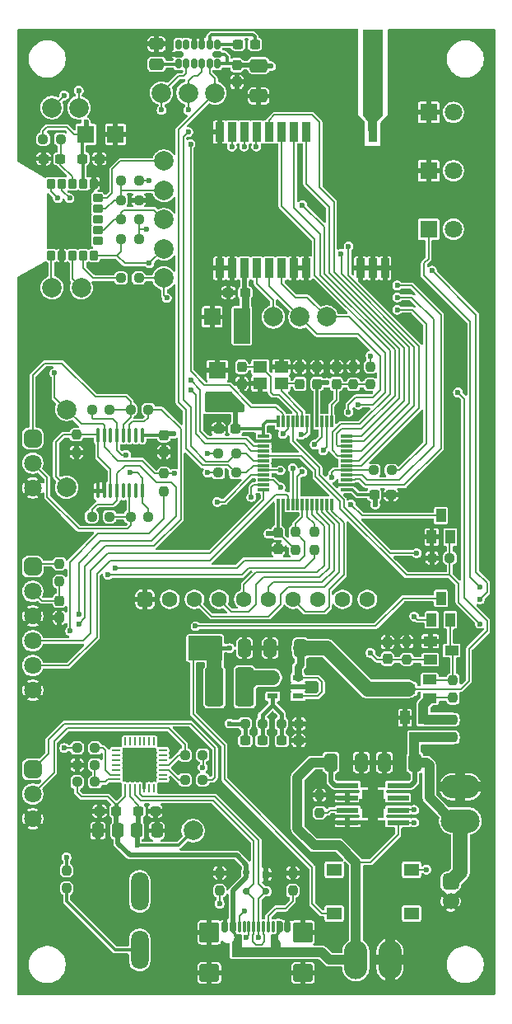
<source format=gbl>
%TF.GenerationSoftware,KiCad,Pcbnew,9.0.4*%
%TF.CreationDate,2025-09-21T10:52:25+02:00*%
%TF.ProjectId,Spoke,53706f6b-652e-46b6-9963-61645f706362,2.0*%
%TF.SameCoordinates,PX5f5e100PY5f5e100*%
%TF.FileFunction,Copper,L2,Bot*%
%TF.FilePolarity,Positive*%
%FSLAX46Y46*%
G04 Gerber Fmt 4.6, Leading zero omitted, Abs format (unit mm)*
G04 Created by KiCad (PCBNEW 9.0.4) date 2025-09-21 10:52:25*
%MOMM*%
%LPD*%
G01*
G04 APERTURE LIST*
G04 Aperture macros list*
%AMRoundRect*
0 Rectangle with rounded corners*
0 $1 Rounding radius*
0 $2 $3 $4 $5 $6 $7 $8 $9 X,Y pos of 4 corners*
0 Add a 4 corners polygon primitive as box body*
4,1,4,$2,$3,$4,$5,$6,$7,$8,$9,$2,$3,0*
0 Add four circle primitives for the rounded corners*
1,1,$1+$1,$2,$3*
1,1,$1+$1,$4,$5*
1,1,$1+$1,$6,$7*
1,1,$1+$1,$8,$9*
0 Add four rect primitives between the rounded corners*
20,1,$1+$1,$2,$3,$4,$5,0*
20,1,$1+$1,$4,$5,$6,$7,0*
20,1,$1+$1,$6,$7,$8,$9,0*
20,1,$1+$1,$8,$9,$2,$3,0*%
G04 Aperture macros list end*
%TA.AperFunction,ComponentPad*%
%ADD10R,1.800000X1.800000*%
%TD*%
%TA.AperFunction,ComponentPad*%
%ADD11C,1.800000*%
%TD*%
%TA.AperFunction,ComponentPad*%
%ADD12RoundRect,0.400000X-0.400000X-0.400000X0.400000X-0.400000X0.400000X0.400000X-0.400000X0.400000X0*%
%TD*%
%TA.AperFunction,ComponentPad*%
%ADD13C,1.600000*%
%TD*%
%TA.AperFunction,SMDPad,CuDef*%
%ADD14R,1.400000X1.000000*%
%TD*%
%TA.AperFunction,SMDPad,CuDef*%
%ADD15RoundRect,0.237500X0.300000X0.237500X-0.300000X0.237500X-0.300000X-0.237500X0.300000X-0.237500X0*%
%TD*%
%TA.AperFunction,SMDPad,CuDef*%
%ADD16RoundRect,0.237500X-0.237500X0.300000X-0.237500X-0.300000X0.237500X-0.300000X0.237500X0.300000X0*%
%TD*%
%TA.AperFunction,ComponentPad*%
%ADD17O,1.800000X4.000000*%
%TD*%
%TA.AperFunction,SMDPad,CuDef*%
%ADD18RoundRect,0.237500X0.250000X0.237500X-0.250000X0.237500X-0.250000X-0.237500X0.250000X-0.237500X0*%
%TD*%
%TA.AperFunction,SMDPad,CuDef*%
%ADD19RoundRect,0.237500X0.237500X-0.250000X0.237500X0.250000X-0.237500X0.250000X-0.237500X-0.250000X0*%
%TD*%
%TA.AperFunction,SMDPad,CuDef*%
%ADD20C,2.000000*%
%TD*%
%TA.AperFunction,SMDPad,CuDef*%
%ADD21RoundRect,0.250000X-0.337500X-0.475000X0.337500X-0.475000X0.337500X0.475000X-0.337500X0.475000X0*%
%TD*%
%TA.AperFunction,SMDPad,CuDef*%
%ADD22RoundRect,0.237500X-0.250000X-0.237500X0.250000X-0.237500X0.250000X0.237500X-0.250000X0.237500X0*%
%TD*%
%TA.AperFunction,SMDPad,CuDef*%
%ADD23R,1.000000X1.400000*%
%TD*%
%TA.AperFunction,SMDPad,CuDef*%
%ADD24RoundRect,0.250000X0.650000X-0.412500X0.650000X0.412500X-0.650000X0.412500X-0.650000X-0.412500X0*%
%TD*%
%TA.AperFunction,SMDPad,CuDef*%
%ADD25RoundRect,0.237500X0.237500X-0.300000X0.237500X0.300000X-0.237500X0.300000X-0.237500X-0.300000X0*%
%TD*%
%TA.AperFunction,SMDPad,CuDef*%
%ADD26RoundRect,0.237500X-0.237500X0.250000X-0.237500X-0.250000X0.237500X-0.250000X0.237500X0.250000X0*%
%TD*%
%TA.AperFunction,SMDPad,CuDef*%
%ADD27R,0.900000X2.000000*%
%TD*%
%TA.AperFunction,SMDPad,CuDef*%
%ADD28RoundRect,0.237500X-0.300000X-0.237500X0.300000X-0.237500X0.300000X0.237500X-0.300000X0.237500X0*%
%TD*%
%TA.AperFunction,SMDPad,CuDef*%
%ADD29RoundRect,0.175000X0.175000X0.325000X-0.175000X0.325000X-0.175000X-0.325000X0.175000X-0.325000X0*%
%TD*%
%TA.AperFunction,SMDPad,CuDef*%
%ADD30RoundRect,0.150000X0.200000X0.150000X-0.200000X0.150000X-0.200000X-0.150000X0.200000X-0.150000X0*%
%TD*%
%TA.AperFunction,SMDPad,CuDef*%
%ADD31O,2.400000X4.000000*%
%TD*%
%TA.AperFunction,SMDPad,CuDef*%
%ADD32RoundRect,0.250000X-0.412500X-0.650000X0.412500X-0.650000X0.412500X0.650000X-0.412500X0.650000X0*%
%TD*%
%TA.AperFunction,SMDPad,CuDef*%
%ADD33R,1.800000X1.700000*%
%TD*%
%TA.AperFunction,SMDPad,CuDef*%
%ADD34RoundRect,0.150000X0.150000X-0.325000X0.150000X0.325000X-0.150000X0.325000X-0.150000X-0.325000X0*%
%TD*%
%TA.AperFunction,SMDPad,CuDef*%
%ADD35RoundRect,0.150000X0.325000X-0.150000X0.325000X0.150000X-0.325000X0.150000X-0.325000X-0.150000X0*%
%TD*%
%TA.AperFunction,ComponentPad*%
%ADD36RoundRect,0.425000X0.425000X-0.425000X0.425000X0.425000X-0.425000X0.425000X-0.425000X-0.425000X0*%
%TD*%
%TA.AperFunction,ComponentPad*%
%ADD37C,1.700000*%
%TD*%
%TA.AperFunction,SMDPad,CuDef*%
%ADD38R,1.550000X1.300000*%
%TD*%
%TA.AperFunction,SMDPad,CuDef*%
%ADD39R,2.200000X0.600000*%
%TD*%
%TA.AperFunction,SMDPad,CuDef*%
%ADD40R,2.290000X3.000000*%
%TD*%
%TA.AperFunction,SMDPad,CuDef*%
%ADD41R,1.400000X1.200000*%
%TD*%
%TA.AperFunction,SMDPad,CuDef*%
%ADD42RoundRect,0.250000X-0.475000X0.337500X-0.475000X-0.337500X0.475000X-0.337500X0.475000X0.337500X0*%
%TD*%
%TA.AperFunction,SMDPad,CuDef*%
%ADD43RoundRect,0.250000X0.412500X0.650000X-0.412500X0.650000X-0.412500X-0.650000X0.412500X-0.650000X0*%
%TD*%
%TA.AperFunction,SMDPad,CuDef*%
%ADD44R,0.300000X1.200000*%
%TD*%
%TA.AperFunction,SMDPad,CuDef*%
%ADD45R,1.200000X0.300000*%
%TD*%
%TA.AperFunction,SMDPad,CuDef*%
%ADD46R,1.500000X5.080000*%
%TD*%
%TA.AperFunction,SMDPad,CuDef*%
%ADD47R,1.700000X1.800000*%
%TD*%
%TA.AperFunction,ComponentPad*%
%ADD48RoundRect,0.450000X-0.450000X0.450000X-0.450000X-0.450000X0.450000X-0.450000X0.450000X0.450000X0*%
%TD*%
%TA.AperFunction,SMDPad,CuDef*%
%ADD49RoundRect,0.062500X0.062500X-0.387500X0.062500X0.387500X-0.062500X0.387500X-0.062500X-0.387500X0*%
%TD*%
%TA.AperFunction,SMDPad,CuDef*%
%ADD50RoundRect,0.062500X0.387500X-0.062500X0.387500X0.062500X-0.387500X0.062500X-0.387500X-0.062500X0*%
%TD*%
%TA.AperFunction,HeatsinkPad*%
%ADD51C,0.600000*%
%TD*%
%TA.AperFunction,HeatsinkPad*%
%ADD52R,3.250000X3.250000*%
%TD*%
%TA.AperFunction,SMDPad,CuDef*%
%ADD53O,4.000000X2.400000*%
%TD*%
%TA.AperFunction,SMDPad,CuDef*%
%ADD54RoundRect,0.250000X0.337500X0.475000X-0.337500X0.475000X-0.337500X-0.475000X0.337500X-0.475000X0*%
%TD*%
%TA.AperFunction,SMDPad,CuDef*%
%ADD55RoundRect,0.126000X0.294000X0.354000X-0.294000X0.354000X-0.294000X-0.354000X0.294000X-0.354000X0*%
%TD*%
%TA.AperFunction,SMDPad,CuDef*%
%ADD56RoundRect,0.126000X-0.354000X0.294000X-0.354000X-0.294000X0.354000X-0.294000X0.354000X0.294000X0*%
%TD*%
%TA.AperFunction,SMDPad,CuDef*%
%ADD57RoundRect,0.100000X0.100000X-0.637500X0.100000X0.637500X-0.100000X0.637500X-0.100000X-0.637500X0*%
%TD*%
%TA.AperFunction,SMDPad,CuDef*%
%ADD58RoundRect,0.150000X0.150000X0.425000X-0.150000X0.425000X-0.150000X-0.425000X0.150000X-0.425000X0*%
%TD*%
%TA.AperFunction,SMDPad,CuDef*%
%ADD59RoundRect,0.075000X0.075000X0.500000X-0.075000X0.500000X-0.075000X-0.500000X0.075000X-0.500000X0*%
%TD*%
%TA.AperFunction,HeatsinkPad*%
%ADD60RoundRect,0.180000X0.820000X0.720000X-0.820000X0.720000X-0.820000X-0.720000X0.820000X-0.720000X0*%
%TD*%
%TA.AperFunction,HeatsinkPad*%
%ADD61RoundRect,0.200000X0.800000X0.850000X-0.800000X0.850000X-0.800000X-0.850000X0.800000X-0.850000X0*%
%TD*%
%TA.AperFunction,SMDPad,CuDef*%
%ADD62R,1.100000X0.600000*%
%TD*%
%TA.AperFunction,SMDPad,CuDef*%
%ADD63RoundRect,0.285000X0.665000X1.715000X-0.665000X1.715000X-0.665000X-1.715000X0.665000X-1.715000X0*%
%TD*%
%TA.AperFunction,ViaPad*%
%ADD64C,0.600000*%
%TD*%
%TA.AperFunction,Conductor*%
%ADD65C,0.300000*%
%TD*%
%TA.AperFunction,Conductor*%
%ADD66C,0.450000*%
%TD*%
%TA.AperFunction,Conductor*%
%ADD67C,0.200000*%
%TD*%
%TA.AperFunction,Conductor*%
%ADD68C,1.000000*%
%TD*%
%TA.AperFunction,Conductor*%
%ADD69C,0.500000*%
%TD*%
%TA.AperFunction,Conductor*%
%ADD70C,1.500000*%
%TD*%
%TA.AperFunction,Conductor*%
%ADD71C,0.800000*%
%TD*%
%TA.AperFunction,Conductor*%
%ADD72C,0.400000*%
%TD*%
G04 APERTURE END LIST*
D10*
%TO.P,D3,1,K*%
%TO.N,GND*%
X17730000Y35000000D03*
D11*
%TO.P,D3,2,A*%
%TO.N,Net-(D3-A)*%
X20270000Y35000000D03*
%TD*%
D10*
%TO.P,D2,1,K*%
%TO.N,Net-(D2-K)*%
X17730000Y29000000D03*
D11*
%TO.P,D2,2,A*%
%TO.N,Net-(D2-A)*%
X20270000Y29000000D03*
%TD*%
D12*
%TO.P,A3,1,GND*%
%TO.N,GND*%
X-11430000Y-9000000D03*
D13*
%TO.P,A3,2,VCC*%
%TO.N,+3V3*%
X-8890000Y-9000000D03*
%TO.P,A3,3,SCL*%
%TO.N,LCD_SCK*%
X-6350000Y-9000000D03*
%TO.P,A3,4,SDA*%
%TO.N,LCD_MOSI*%
X-3810000Y-9000000D03*
%TO.P,A3,5,DC*%
%TO.N,LCD_DC*%
X-1270000Y-9000000D03*
%TO.P,A3,6,RST*%
%TO.N,LCD_RESET*%
X1270000Y-9000000D03*
%TO.P,A3,7,CS*%
%TO.N,LCD_CS*%
X3810000Y-9000000D03*
%TO.P,A3,8,BL*%
%TO.N,LCD_BL*%
X6350000Y-9000000D03*
%TO.P,A3,9,CS-F*%
%TO.N,unconnected-(A3-CS-F-Pad9)*%
X8890000Y-9000000D03*
%TO.P,A3,10,OUT*%
%TO.N,unconnected-(A3-OUT-Pad10)*%
X11430000Y-9000000D03*
%TD*%
D10*
%TO.P,D4,1,K*%
%TO.N,GND*%
X17730000Y41000000D03*
D11*
%TO.P,D4,2,A*%
%TO.N,Net-(D4-A)*%
X20270000Y41000000D03*
%TD*%
D14*
%TO.P,Q3,1,G*%
%TO.N,PWR_HOLD*%
X17900000Y-15200000D03*
%TO.P,Q3,2,S*%
%TO.N,GND*%
X17900000Y-13300000D03*
%TO.P,Q3,3,D*%
%TO.N,Net-(Q2-G)*%
X20100000Y-14250000D03*
%TD*%
D15*
%TO.P,C21,1,1*%
%TO.N,Net-(A1-nRESET)*%
X-20137500Y36250000D03*
%TO.P,C21,2,2*%
%TO.N,GND*%
X-21862500Y36250000D03*
%TD*%
D16*
%TO.P,C15,1,1*%
%TO.N,Net-(U6-PD0)*%
X-1500000Y14862500D03*
%TO.P,C15,2,2*%
%TO.N,GND*%
X-1500000Y13137500D03*
%TD*%
D17*
%TO.P,LS1,1,1*%
%TO.N,Net-(LS1-Pad1)*%
X-12000000Y-45000000D03*
%TO.P,LS1,2,2*%
%TO.N,BUZZER_N*%
X-12000000Y-39000000D03*
%TD*%
D18*
%TO.P,R25,1,1*%
%TO.N,BLE_TXD*%
X-12087500Y24000000D03*
%TO.P,R25,2,2*%
%TO.N,Net-(A1-TXD)*%
X-13912500Y24000000D03*
%TD*%
D15*
%TO.P,C6,1,1*%
%TO.N,GND*%
X-10387500Y-30750000D03*
%TO.P,C6,2,2*%
%TO.N,VDD*%
X-12112500Y-30750000D03*
%TD*%
D19*
%TO.P,R22,1,1*%
%TO.N,CONSOLE_TXD*%
X6000000Y-3912500D03*
%TO.P,R22,2,2*%
%TO.N,Net-(U6-PA9)*%
X6000000Y-2087500D03*
%TD*%
D16*
%TO.P,C11,1,1*%
%TO.N,+3V3*%
X-9500000Y7862500D03*
%TO.P,C11,2,2*%
%TO.N,GND*%
X-9500000Y6137500D03*
%TD*%
D19*
%TO.P,R13,1,1*%
%TO.N,VDD*%
X-9500000Y2087500D03*
%TO.P,R13,2,2*%
%TO.N,MUX_BLE_USB*%
X-9500000Y3912500D03*
%TD*%
D20*
%TO.P,TP15,1,1*%
%TO.N,I2C_SDA*%
X-7000000Y43000000D03*
%TD*%
%TO.P,TP4,1,1*%
%TO.N,BLE_TXD*%
X-9500000Y24000000D03*
%TD*%
D21*
%TO.P,C2,1,1*%
%TO.N,GND*%
X-16287500Y-32750000D03*
%TO.P,C2,2,2*%
%TO.N,VBUS*%
X-14212500Y-32750000D03*
%TD*%
D18*
%TO.P,R33,1,1*%
%TO.N,CONSOLE_TXD*%
X-15087500Y10500000D03*
%TO.P,R33,2,2*%
%TO.N,BLE_RXD*%
X-16912500Y10500000D03*
%TD*%
D22*
%TO.P,R11,1,1*%
%TO.N,USB_RXD*%
X-7324500Y-24984000D03*
%TO.P,R11,2,2*%
%TO.N,VDD*%
X-5499500Y-24984000D03*
%TD*%
D23*
%TO.P,Q4,1,G*%
%TO.N,BOOT0*%
X19950000Y-2600000D03*
%TO.P,Q4,2,S*%
%TO.N,GND*%
X18050000Y-2600000D03*
%TO.P,Q4,3,D*%
%TO.N,PPS_BOOT1*%
X19000000Y-400000D03*
%TD*%
D24*
%TO.P,C31,1,1*%
%TO.N,GND*%
X250000Y42687500D03*
%TO.P,C31,2,2*%
%TO.N,+3V3*%
X250000Y45812500D03*
%TD*%
D15*
%TO.P,C26,1,1*%
%TO.N,+3V3*%
X-1137500Y22500000D03*
%TO.P,C26,2,2*%
%TO.N,GND*%
X-2862500Y22500000D03*
%TD*%
D25*
%TO.P,C4,1,1*%
%TO.N,PWR_HOLD*%
X13500000Y-15112500D03*
%TO.P,C4,2,2*%
%TO.N,GND*%
X13500000Y-13387500D03*
%TD*%
D26*
%TO.P,R4,1,1*%
%TO.N,GND*%
X6500000Y-29087500D03*
%TO.P,R4,2,2*%
%TO.N,Net-(U2-PROG)*%
X6500000Y-30912500D03*
%TD*%
D20*
%TO.P,TP1,1,1*%
%TO.N,VDD*%
X-6500000Y-32750000D03*
%TD*%
D19*
%TO.P,R35,1,1*%
%TO.N,VBAT_SENSE*%
X11750000Y13087500D03*
%TO.P,R35,2,2*%
%TO.N,VCC*%
X11750000Y14912500D03*
%TD*%
D20*
%TO.P,TP10,1,1*%
%TO.N,Net-(A1-SWDIO)*%
X-21000000Y41500000D03*
%TD*%
D27*
%TO.P,A2,1,GND*%
%TO.N,GND*%
X13250000Y25000000D03*
%TO.P,A2,2,GND*%
X11980000Y25000000D03*
%TO.P,A2,3,GND*%
X10710000Y25000000D03*
%TO.P,A2,4,GND*%
X5140000Y25000000D03*
%TO.P,A2,5,GND*%
X3870000Y25000000D03*
%TO.P,A2,6,RXEN*%
%TO.N,RF_RXEN*%
X2600000Y25000000D03*
%TO.P,A2,7,TXEN*%
%TO.N,RF_TXEN*%
X1330000Y25000000D03*
%TO.P,A2,8,DIO2*%
%TO.N,Net-(A2-DIO2)*%
X60000Y25000000D03*
%TO.P,A2,9,VCC*%
%TO.N,+3V3*%
X-1210000Y25000000D03*
%TO.P,A2,10,GND*%
%TO.N,GND*%
X-2480000Y25000000D03*
%TO.P,A2,11,GND*%
X-3750000Y25000000D03*
%TO.P,A2,12,GND*%
X-3750000Y39000000D03*
%TO.P,A2,13,DIO1*%
%TO.N,RF_IRQ*%
X-2480000Y39000000D03*
%TO.P,A2,14,BUSY*%
%TO.N,RF_BUSY*%
X-1210000Y39000000D03*
%TO.P,A2,15,NRST*%
%TO.N,RF_RESET*%
X60000Y39000000D03*
%TO.P,A2,16,MISO*%
%TO.N,RF_MISO*%
X1330000Y39000000D03*
%TO.P,A2,17,MOSI*%
%TO.N,RF_MOSI*%
X2600000Y39000000D03*
%TO.P,A2,18,SCK*%
%TO.N,RF_SCK*%
X3870000Y39000000D03*
%TO.P,A2,19,NSS*%
%TO.N,RF_CS*%
X5140000Y39000000D03*
%TO.P,A2,20,GND*%
%TO.N,GND*%
X10710000Y39000000D03*
%TO.P,A2,21,ANT*%
%TO.N,/ANT*%
X11980000Y39000000D03*
%TO.P,A2,22,GND*%
%TO.N,GND*%
X13250000Y39000000D03*
%TD*%
D20*
%TO.P,TP6,1,1*%
%TO.N,BLE_WKP_SLP*%
X-9500000Y33000000D03*
%TD*%
D18*
%TO.P,R29,1,1*%
%TO.N,+3V3*%
X-12087500Y28000000D03*
%TO.P,R29,2,2*%
%TO.N,BLE_RXD*%
X-13912500Y28000000D03*
%TD*%
D28*
%TO.P,C23,1,1*%
%TO.N,+3V3*%
X-17862500Y36250000D03*
%TO.P,C23,2,2*%
%TO.N,GND*%
X-16137500Y36250000D03*
%TD*%
D19*
%TO.P,R3,1,1*%
%TO.N,Net-(J4-CC1)*%
X3750000Y-38912500D03*
%TO.P,R3,2,2*%
%TO.N,GND*%
X3750000Y-37087500D03*
%TD*%
D29*
%TO.P,U1,1,A*%
%TO.N,GND*%
X1000000Y-37250000D03*
D30*
%TO.P,U1,2,K*%
%TO.N,/USB_DP*%
X1000000Y-38950000D03*
%TO.P,U1,3,K*%
%TO.N,/USB_DN*%
X-1000000Y-38950000D03*
%TO.P,U1,4,K*%
%TO.N,VBUS*%
X-1000000Y-37050000D03*
%TD*%
D31*
%TO.P,J5,1,1*%
%TO.N,VBUS*%
X10250000Y-46000000D03*
%TD*%
D20*
%TO.P,TP17,1,1*%
%TO.N,I2C_INT*%
X-9750000Y43000000D03*
%TD*%
D25*
%TO.P,C19,1,1*%
%TO.N,Net-(U6-PD1)*%
X4500000Y13137500D03*
%TO.P,C19,2,2*%
%TO.N,GND*%
X4500000Y14862500D03*
%TD*%
D32*
%TO.P,C5,1,1*%
%TO.N,GND*%
X13187500Y-25750000D03*
%TO.P,C5,2,2*%
%TO.N,+BATT*%
X16312500Y-25750000D03*
%TD*%
D33*
%TO.P,C14,1,1*%
%TO.N,+3V3*%
X-4000000Y11475000D03*
%TO.P,C14,2,2*%
%TO.N,GND*%
X-4000000Y14525000D03*
%TD*%
D26*
%TO.P,R28,1,1*%
%TO.N,BUZZER_P*%
X-19500000Y-36837500D03*
%TO.P,R28,2,2*%
%TO.N,Net-(LS1-Pad1)*%
X-19500000Y-38662500D03*
%TD*%
D22*
%TO.P,R18,1,1*%
%TO.N,CONSOLE_TXD*%
X-12912500Y10500000D03*
%TO.P,R18,2,2*%
%TO.N,USB_RXD*%
X-11087500Y10500000D03*
%TD*%
D34*
%TO.P,U7,1,VDD_IO*%
%TO.N,+3V3*%
X-4000000Y46000000D03*
%TO.P,U7,2,SCL*%
%TO.N,I2C_SCL*%
X-4800000Y46000000D03*
%TO.P,U7,3,SDA*%
%TO.N,I2C_SDA*%
X-5600000Y46000000D03*
%TO.P,U7,4,INT2*%
%TO.N,unconnected-(U7-INT2-Pad4)*%
X-6400000Y46000000D03*
%TO.P,U7,5,INT1*%
%TO.N,I2C_INT*%
X-7200000Y46000000D03*
%TO.P,U7,6,C1*%
%TO.N,Net-(U7-C1)*%
X-8000000Y46000000D03*
D35*
%TO.P,U7,7,GND*%
%TO.N,GND*%
X-8000000Y47000000D03*
D34*
%TO.P,U7,8,RES_(NC)*%
%TO.N,unconnected-(U7-RES_(NC)-Pad8)*%
X-8000000Y48000000D03*
%TO.P,U7,9,DRDY*%
%TO.N,unconnected-(U7-DRDY-Pad9)*%
X-7200000Y48000000D03*
%TO.P,U7,10,RES_(GND)*%
%TO.N,GND*%
X-6400000Y48000000D03*
%TO.P,U7,11,RES_(GND)*%
X-5600000Y48000000D03*
%TO.P,U7,12,SETP*%
%TO.N,Net-(U7-SETP)*%
X-4800000Y48000000D03*
%TO.P,U7,13,SETC*%
%TO.N,Net-(U7-SETC)*%
X-4000000Y48000000D03*
D35*
%TO.P,U7,14,VDD*%
%TO.N,+3V3*%
X-4000000Y47000000D03*
%TD*%
D19*
%TO.P,R1,1,1*%
%TO.N,Net-(J4-CC2)*%
X-3750000Y-38912500D03*
%TO.P,R1,2,2*%
%TO.N,GND*%
X-3750000Y-37087500D03*
%TD*%
D20*
%TO.P,TP8,1,1*%
%TO.N,Net-(A1-DATA)*%
X-21000000Y23000000D03*
%TD*%
D23*
%TO.P,Q1,1,G*%
%TO.N,GND*%
X15300000Y-21150000D03*
%TO.P,Q1,2,S*%
%TO.N,Net-(Q1-S)*%
X17200000Y-21150000D03*
%TO.P,Q1,3,D*%
%TO.N,+BATT*%
X16250000Y-23350000D03*
%TD*%
D36*
%TO.P,J1,1,1*%
%TO.N,+BATT*%
X20000000Y-38000000D03*
D37*
%TO.P,J1,2,2*%
%TO.N,GND*%
X20000000Y-40000000D03*
%TD*%
D38*
%TO.P,SW4,1,1*%
%TO.N,+3V3*%
X8020000Y-41250000D03*
%TO.P,SW4,2,2*%
X15980000Y-41250000D03*
%TO.P,SW4,3,2*%
%TO.N,BOOT0*%
X8020000Y-36750000D03*
%TO.P,SW4,4,2*%
X15980000Y-36750000D03*
%TD*%
D39*
%TO.P,U2,1,TEMP*%
%TO.N,GND*%
X9400000Y-31905000D03*
%TO.P,U2,2,PROG*%
%TO.N,Net-(U2-PROG)*%
X9400000Y-30635000D03*
%TO.P,U2,3,GND*%
%TO.N,GND*%
X9400000Y-29365000D03*
%TO.P,U2,4,VCC*%
%TO.N,VBUS*%
X9400000Y-28095000D03*
%TO.P,U2,5,BAT*%
%TO.N,+BATT*%
X14600000Y-28095000D03*
%TO.P,U2,6,~{STDBY}*%
%TO.N,unconnected-(U2-~{STDBY}-Pad6)*%
X14600000Y-29365000D03*
%TO.P,U2,7,~{CHRG}*%
%TO.N,Net-(D2-K)*%
X14600000Y-30635000D03*
%TO.P,U2,8,CE*%
%TO.N,VBUS*%
X14600000Y-31905000D03*
D40*
%TO.P,U2,9,EXPOSED_PAD*%
%TO.N,GND*%
X12000000Y-30000000D03*
%TD*%
D16*
%TO.P,C32,1,1*%
%TO.N,+3V3*%
X-2000000Y45862500D03*
%TO.P,C32,2,2*%
%TO.N,GND*%
X-2000000Y44137500D03*
%TD*%
D18*
%TO.P,R39,1,1*%
%TO.N,I2C_SCL*%
X-2087500Y4000000D03*
%TO.P,R39,2,2*%
%TO.N,+3V3*%
X-3912500Y4000000D03*
%TD*%
D16*
%TO.P,C10,1,1*%
%TO.N,MCU_RESET*%
X-20250000Y-9137500D03*
%TO.P,C10,2,2*%
%TO.N,GND*%
X-20250000Y-10862500D03*
%TD*%
D18*
%TO.P,R16,1,1*%
%TO.N,GND*%
X4412500Y-21750000D03*
%TO.P,R16,2,2*%
%TO.N,Net-(U4-FB)*%
X2587500Y-21750000D03*
%TD*%
D22*
%TO.P,R34,1,1*%
%TO.N,CONSOLE_RXD*%
X-12912500Y-500000D03*
%TO.P,R34,2,2*%
%TO.N,BLE_TXD*%
X-11087500Y-500000D03*
%TD*%
%TO.P,R12,1,1*%
%TO.N,Net-(U3-TXD)*%
X-7324500Y-27524000D03*
%TO.P,R12,2,2*%
%TO.N,USB_TXD*%
X-5499500Y-27524000D03*
%TD*%
D31*
%TO.P,J6,1,1*%
%TO.N,GND*%
X13750000Y-46000000D03*
%TD*%
D15*
%TO.P,C20,1,1*%
%TO.N,+3V3*%
X-2137500Y8500000D03*
%TO.P,C20,2,2*%
%TO.N,GND*%
X-3862500Y8500000D03*
%TD*%
D32*
%TO.P,C8,1,1*%
%TO.N,GND*%
X1437500Y-14000000D03*
%TO.P,C8,2,2*%
%TO.N,VCC*%
X4562500Y-14000000D03*
%TD*%
D18*
%TO.P,R8,1,1*%
%TO.N,Net-(U3-~{RST})*%
X-16587500Y-24250000D03*
%TO.P,R8,2,2*%
%TO.N,VDD*%
X-18412500Y-24250000D03*
%TD*%
D14*
%TO.P,Q2,1,G*%
%TO.N,Net-(Q2-G)*%
X17850000Y-17250000D03*
%TO.P,Q2,2,S*%
%TO.N,Net-(Q1-S)*%
X17850000Y-19150000D03*
%TO.P,Q2,3,D*%
%TO.N,VCC*%
X15650000Y-18200000D03*
%TD*%
D19*
%TO.P,R7,1,1*%
%TO.N,Net-(Q1-S)*%
X20250000Y-19112500D03*
%TO.P,R7,2,2*%
%TO.N,Net-(Q2-G)*%
X20250000Y-17287500D03*
%TD*%
D41*
%TO.P,X1,1,1*%
%TO.N,Net-(U6-PD0)*%
X400000Y14850000D03*
%TO.P,X1,2,2*%
%TO.N,GND*%
X2600000Y14850000D03*
%TO.P,X1,3,3*%
%TO.N,Net-(U6-PD1)*%
X2600000Y13150000D03*
%TO.P,X1,4,4*%
%TO.N,GND*%
X400000Y13150000D03*
%TD*%
D20*
%TO.P,TP14,1,1*%
%TO.N,RF_RXEN*%
X7250000Y20000000D03*
%TD*%
%TO.P,TP13,1,1*%
%TO.N,I2C_SCL*%
X-4250000Y43000000D03*
%TD*%
%TO.P,TP9,1,1*%
%TO.N,Net-(A1-DISC)*%
X-9500000Y36000000D03*
%TD*%
D42*
%TO.P,C28,1,1*%
%TO.N,GND*%
X-10250000Y48037500D03*
%TO.P,C28,2,2*%
%TO.N,Net-(U7-C1)*%
X-10250000Y45962500D03*
%TD*%
D18*
%TO.P,R17,1,1*%
%TO.N,BOOT0*%
X19912500Y-4750000D03*
%TO.P,R17,2,2*%
%TO.N,GND*%
X18087500Y-4750000D03*
%TD*%
D28*
%TO.P,C9,1,1*%
%TO.N,Net-(U4-FB)*%
X2637500Y-23500000D03*
%TO.P,C9,2,2*%
%TO.N,GND*%
X4362500Y-23500000D03*
%TD*%
D25*
%TO.P,C16,1,1*%
%TO.N,+3V3*%
X6250000Y13137500D03*
%TO.P,C16,2,2*%
%TO.N,GND*%
X6250000Y14862500D03*
%TD*%
D43*
%TO.P,C1,1,1*%
%TO.N,GND*%
X10812500Y-25750000D03*
%TO.P,C1,2,2*%
%TO.N,VBUS*%
X7687500Y-25750000D03*
%TD*%
D44*
%TO.P,U6,1,VBAT*%
%TO.N,+3V3*%
X2250000Y9250000D03*
%TO.P,U6,2,PC13*%
%TO.N,I2C_INT*%
X2750000Y9250000D03*
%TO.P,U6,3,PC14*%
%TO.N,MUX_BLE_USB*%
X3250000Y9250000D03*
%TO.P,U6,4,PC15*%
%TO.N,LCD_BL*%
X3750000Y9250000D03*
%TO.P,U6,5,PD0*%
%TO.N,Net-(U6-PD0)*%
X4250000Y9250000D03*
%TO.P,U6,6,PD1*%
%TO.N,Net-(U6-PD1)*%
X4750000Y9250000D03*
%TO.P,U6,7,NRST*%
%TO.N,MCU_RESET*%
X5250000Y9250000D03*
%TO.P,U6,8,VSSA*%
%TO.N,GND*%
X5750000Y9250000D03*
%TO.P,U6,9,VDDA*%
%TO.N,+3V3*%
X6250000Y9250000D03*
%TO.P,U6,10,PA0*%
%TO.N,BUZZER_P*%
X6750000Y9250000D03*
%TO.P,U6,11,PA1*%
%TO.N,BUZZER_N*%
X7250000Y9250000D03*
%TO.P,U6,12,PA2*%
%TO.N,VBAT_SENSE*%
X7750000Y9250000D03*
D45*
%TO.P,U6,13,PA3*%
%TO.N,RF_RESET*%
X9250000Y7750000D03*
%TO.P,U6,14,PA4*%
%TO.N,RF_CS*%
X9250000Y7250000D03*
%TO.P,U6,15,PA5*%
%TO.N,RF_SCK*%
X9250000Y6750000D03*
%TO.P,U6,16,PA6*%
%TO.N,RF_MISO*%
X9250000Y6250000D03*
%TO.P,U6,17,PA7*%
%TO.N,RF_MOSI*%
X9250000Y5750000D03*
%TO.P,U6,18,PB0*%
%TO.N,RF_IRQ*%
X9250000Y5250000D03*
%TO.P,U6,19,PB1*%
%TO.N,RF_BUSY*%
X9250000Y4750000D03*
%TO.P,U6,20,PB2*%
%TO.N,PPS_BOOT1*%
X9250000Y4250000D03*
%TO.P,U6,21,PB10*%
%TO.N,GPS_RXD*%
X9250000Y3750000D03*
%TO.P,U6,22,PB11*%
%TO.N,GPS_TXD*%
X9250000Y3250000D03*
%TO.P,U6,23,VSS_1*%
%TO.N,GND*%
X9250000Y2750000D03*
%TO.P,U6,24,VDD_1*%
%TO.N,+3V3*%
X9250000Y2250000D03*
D44*
%TO.P,U6,25,PB12*%
%TO.N,LCD_CS*%
X7750000Y750000D03*
%TO.P,U6,26,PB13*%
%TO.N,LCD_SCK*%
X7250000Y750000D03*
%TO.P,U6,27,PB14*%
%TO.N,LCD_RESET*%
X6750000Y750000D03*
%TO.P,U6,28,PB15*%
%TO.N,LCD_MOSI*%
X6250000Y750000D03*
%TO.P,U6,29,PA8*%
%TO.N,LCD_DC*%
X5750000Y750000D03*
%TO.P,U6,30,PA9*%
%TO.N,Net-(U6-PA9)*%
X5250000Y750000D03*
%TO.P,U6,31,PA10*%
%TO.N,CONSOLE_RXD*%
X4750000Y750000D03*
%TO.P,U6,32,PA11*%
%TO.N,RF_TXEN*%
X4250000Y750000D03*
%TO.P,U6,33,PA12*%
%TO.N,RF_RXEN*%
X3750000Y750000D03*
%TO.P,U6,34,PA13*%
%TO.N,SWD_IO*%
X3250000Y750000D03*
%TO.P,U6,35,VSS_2*%
%TO.N,GND*%
X2750000Y750000D03*
%TO.P,U6,36,VDD_2*%
%TO.N,+3V3*%
X2250000Y750000D03*
D45*
%TO.P,U6,37,PA14*%
%TO.N,SWD_CLK*%
X750000Y2250000D03*
%TO.P,U6,38,PA15*%
%TO.N,PWR_HOLD*%
X750000Y2750000D03*
%TO.P,U6,39,PB3*%
%TO.N,BTN_ESC*%
X750000Y3250000D03*
%TO.P,U6,40,PB4*%
%TO.N,BTN_OK*%
X750000Y3750000D03*
%TO.P,U6,41,PB5*%
%TO.N,BTN_PWR*%
X750000Y4250000D03*
%TO.P,U6,42,PB6*%
%TO.N,I2C_SCL*%
X750000Y4750000D03*
%TO.P,U6,43,PB7*%
%TO.N,I2C_SDA*%
X750000Y5250000D03*
%TO.P,U6,44,BOOT0*%
%TO.N,BOOT0*%
X750000Y5750000D03*
%TO.P,U6,45,PB8*%
%TO.N,LED_RED*%
X750000Y6250000D03*
%TO.P,U6,46,PB9*%
%TO.N,LED_GREEN*%
X750000Y6750000D03*
%TO.P,U6,47,VSS_3*%
%TO.N,GND*%
X750000Y7250000D03*
%TO.P,U6,48,VDD_3*%
%TO.N,+3V3*%
X750000Y7750000D03*
%TD*%
D20*
%TO.P,TP12,1,1*%
%TO.N,Net-(A1-LINK)*%
X-18000000Y23000000D03*
%TD*%
%TO.P,TP3,1,1*%
%TO.N,Net-(U5-S1)*%
X-19500000Y2500000D03*
%TD*%
D26*
%TO.P,R14,1,1*%
%TO.N,Net-(U5-S1)*%
X-18500000Y7912500D03*
%TO.P,R14,2,2*%
%TO.N,GND*%
X-18500000Y6087500D03*
%TD*%
D20*
%TO.P,TP7,1,1*%
%TO.N,Net-(A1-MODE)*%
X-9500000Y30000000D03*
%TD*%
D46*
%TO.P,J12,1,RF*%
%TO.N,/ANT*%
X12000000Y47000000D03*
%TO.P,J12,2,GND*%
%TO.N,GND*%
X7750000Y47000000D03*
X16250000Y47000000D03*
%TD*%
D47*
%TO.P,C25,1,1*%
%TO.N,+3V3*%
X-1475000Y20000000D03*
%TO.P,C25,2,2*%
%TO.N,GND*%
X-4525000Y20000000D03*
%TD*%
D22*
%TO.P,R32,1,1*%
%TO.N,+3V3*%
X-21912500Y38250000D03*
%TO.P,R32,2,2*%
%TO.N,Net-(A1-nRESET)*%
X-20087500Y38250000D03*
%TD*%
D19*
%TO.P,R15,1,1*%
%TO.N,MCU_RESET*%
X-20250000Y-7162500D03*
%TO.P,R15,2,2*%
%TO.N,+3V3*%
X-20250000Y-5337500D03*
%TD*%
D48*
%TO.P,J8,1,1*%
%TO.N,+3V3*%
X-23000000Y-5650000D03*
D11*
%TO.P,J8,2,2*%
%TO.N,MCU_RESET*%
X-23000000Y-8190000D03*
%TO.P,J8,3,3*%
%TO.N,GND*%
X-23000000Y-10730000D03*
%TO.P,J8,4,4*%
%TO.N,SWD_CLK*%
X-23000000Y-13270000D03*
%TO.P,J8,5,5*%
%TO.N,SWD_IO*%
X-23000000Y-15810000D03*
%TO.P,J8,6,6*%
%TO.N,GND*%
X-23000000Y-18350000D03*
%TD*%
D18*
%TO.P,R21,1,1*%
%TO.N,GPS_PPS*%
X13912500Y4250000D03*
%TO.P,R21,2,2*%
%TO.N,PPS_BOOT1*%
X12087500Y4250000D03*
%TD*%
%TO.P,R6,1,1*%
%TO.N,Net-(U3-VBUS)*%
X-16587500Y-26000000D03*
%TO.P,R6,2,2*%
%TO.N,GND*%
X-18412500Y-26000000D03*
%TD*%
D28*
%TO.P,C33,1,1*%
%TO.N,Net-(U7-SETC)*%
X-1862500Y48000000D03*
%TO.P,C33,2,2*%
%TO.N,Net-(U7-SETP)*%
X-137500Y48000000D03*
%TD*%
D15*
%TO.P,C12,1,1*%
%TO.N,Net-(U4-FB)*%
X612500Y-23500000D03*
%TO.P,C12,2,2*%
%TO.N,+3V3*%
X-1112500Y-23500000D03*
%TD*%
D48*
%TO.P,J7,1,1*%
%TO.N,USB_TXD*%
X-23000000Y-26460000D03*
D11*
%TO.P,J7,2,2*%
%TO.N,USB_RXD*%
X-23000000Y-29000000D03*
%TO.P,J7,3,3*%
%TO.N,GND*%
X-23000000Y-31540000D03*
%TD*%
D43*
%TO.P,C13,1,1*%
%TO.N,GND*%
X-1187500Y-14000000D03*
%TO.P,C13,2,2*%
%TO.N,+3V3*%
X-4312500Y-14000000D03*
%TD*%
D20*
%TO.P,TP5,1,1*%
%TO.N,BLE_RXD*%
X-9500000Y27000000D03*
%TD*%
D22*
%TO.P,R30,1,1*%
%TO.N,BLE_WKP_SLP*%
X-13912500Y32000000D03*
%TO.P,R30,2,2*%
%TO.N,GND*%
X-12087500Y32000000D03*
%TD*%
D20*
%TO.P,TP18,1,1*%
%TO.N,Net-(A2-DIO2)*%
X1750000Y20000000D03*
%TD*%
D26*
%TO.P,R23,1,1*%
%TO.N,CONSOLE_RXD*%
X4000000Y-2087500D03*
%TO.P,R23,2,2*%
%TO.N,+3V3*%
X4000000Y-3912500D03*
%TD*%
D49*
%TO.P,U3,1,~{DCD}*%
%TO.N,unconnected-(U3-~{DCD}-Pad1)*%
X-10500000Y-28400000D03*
%TO.P,U3,2,~{RI}/CLK*%
%TO.N,unconnected-(U3-~{RI}{slash}CLK-Pad2)*%
X-11000000Y-28400000D03*
%TO.P,U3,3,GND*%
%TO.N,GND*%
X-11500000Y-28400000D03*
%TO.P,U3,4,D+*%
%TO.N,/USB_DP*%
X-12000000Y-28400000D03*
%TO.P,U3,5,D-*%
%TO.N,/USB_DN*%
X-12500000Y-28400000D03*
%TO.P,U3,6,VDD*%
%TO.N,VDD*%
X-13000000Y-28400000D03*
%TO.P,U3,7,VREGIN*%
%TO.N,VBUS*%
X-13500000Y-28400000D03*
D50*
%TO.P,U3,8,VBUS*%
%TO.N,Net-(U3-VBUS)*%
X-14400000Y-27500000D03*
%TO.P,U3,9,~{RST}*%
%TO.N,Net-(U3-~{RST})*%
X-14400000Y-27000000D03*
%TO.P,U3,10,NC*%
%TO.N,unconnected-(U3-NC-Pad10)*%
X-14400000Y-26500000D03*
%TO.P,U3,11,~{SUSPEND}*%
%TO.N,unconnected-(U3-~{SUSPEND}-Pad11)*%
X-14400000Y-26000000D03*
%TO.P,U3,12,SUSPEND*%
%TO.N,unconnected-(U3-SUSPEND-Pad12)*%
X-14400000Y-25500000D03*
%TO.P,U3,13,CHREN*%
%TO.N,unconnected-(U3-CHREN-Pad13)*%
X-14400000Y-25000000D03*
%TO.P,U3,14,CHR1*%
%TO.N,unconnected-(U3-CHR1-Pad14)*%
X-14400000Y-24500000D03*
D49*
%TO.P,U3,15,CHR0*%
%TO.N,unconnected-(U3-CHR0-Pad15)*%
X-13500000Y-23600000D03*
%TO.P,U3,16,~{WAKEUP}/GPIO.3*%
%TO.N,unconnected-(U3-~{WAKEUP}{slash}GPIO.3-Pad16)*%
X-13000000Y-23600000D03*
%TO.P,U3,17,RS485/GPIO.2*%
%TO.N,unconnected-(U3-RS485{slash}GPIO.2-Pad17)*%
X-12500000Y-23600000D03*
%TO.P,U3,18,~{RXT}/GPIO.1*%
%TO.N,unconnected-(U3-~{RXT}{slash}GPIO.1-Pad18)*%
X-12000000Y-23600000D03*
%TO.P,U3,19,~{TXT}/GPIO.0*%
%TO.N,unconnected-(U3-~{TXT}{slash}GPIO.0-Pad19)*%
X-11500000Y-23600000D03*
%TO.P,U3,20,GPIO.6*%
%TO.N,unconnected-(U3-GPIO.6-Pad20)*%
X-11000000Y-23600000D03*
%TO.P,U3,21,GPIO.5*%
%TO.N,unconnected-(U3-GPIO.5-Pad21)*%
X-10500000Y-23600000D03*
D50*
%TO.P,U3,22,GPIO.4*%
%TO.N,unconnected-(U3-GPIO.4-Pad22)*%
X-9600000Y-24500000D03*
%TO.P,U3,23,~{CTS}*%
%TO.N,unconnected-(U3-~{CTS}-Pad23)*%
X-9600000Y-25000000D03*
%TO.P,U3,24,~{RTS}*%
%TO.N,unconnected-(U3-~{RTS}-Pad24)*%
X-9600000Y-25500000D03*
%TO.P,U3,25,RXD*%
%TO.N,USB_RXD*%
X-9600000Y-26000000D03*
%TO.P,U3,26,TXD*%
%TO.N,Net-(U3-TXD)*%
X-9600000Y-26500000D03*
%TO.P,U3,27,~{DSR}*%
%TO.N,unconnected-(U3-~{DSR}-Pad27)*%
X-9600000Y-27000000D03*
%TO.P,U3,28,~{DTR}*%
%TO.N,unconnected-(U3-~{DTR}-Pad28)*%
X-9600000Y-27500000D03*
D51*
%TO.P,U3,29,GND*%
%TO.N,GND*%
X-13000000Y-27000000D03*
X-11000000Y-27000000D03*
X-12000000Y-26000000D03*
D52*
X-12000000Y-26000000D03*
D51*
X-13000000Y-25000000D03*
X-11000000Y-25000000D03*
%TD*%
D53*
%TO.P,J2,1,1*%
%TO.N,+BATT*%
X21000000Y-31750000D03*
%TD*%
D22*
%TO.P,R24,1,1*%
%TO.N,BLE_WKP_SLP*%
X-13912500Y34000000D03*
%TO.P,R24,2,2*%
%TO.N,MUX_BLE_USB*%
X-12087500Y34000000D03*
%TD*%
D20*
%TO.P,TP11,1,1*%
%TO.N,Net-(A1-SWDCLK)*%
X-18250000Y41500000D03*
%TD*%
D16*
%TO.P,C18,1,1*%
%TO.N,+3V3*%
X2250000Y-2137500D03*
%TO.P,C18,2,2*%
%TO.N,GND*%
X2250000Y-3862500D03*
%TD*%
D47*
%TO.P,C24,1,1*%
%TO.N,+3V3*%
X-17525000Y38750000D03*
%TO.P,C24,2,2*%
%TO.N,GND*%
X-14475000Y38750000D03*
%TD*%
D20*
%TO.P,TP16,1,1*%
%TO.N,RF_TXEN*%
X4500000Y20000000D03*
%TD*%
D22*
%TO.P,R20,1,1*%
%TO.N,+3V3*%
X-1162500Y-21750000D03*
%TO.P,R20,2,2*%
%TO.N,Net-(U4-FB)*%
X662500Y-21750000D03*
%TD*%
D19*
%TO.P,R2,1,1*%
%TO.N,+BATT*%
X20250000Y-23162500D03*
%TO.P,R2,2,2*%
%TO.N,Net-(Q1-S)*%
X20250000Y-21337500D03*
%TD*%
D26*
%TO.P,R9,1,1*%
%TO.N,GND*%
X15500000Y-13337500D03*
%TO.P,R9,2,2*%
%TO.N,PWR_HOLD*%
X15500000Y-15162500D03*
%TD*%
D28*
%TO.P,C3,1,1*%
%TO.N,GND*%
X-16112500Y-30750000D03*
%TO.P,C3,2,2*%
%TO.N,VBUS*%
X-14387500Y-30750000D03*
%TD*%
D54*
%TO.P,C7,1,1*%
%TO.N,GND*%
X-10212500Y-32750000D03*
%TO.P,C7,2,2*%
%TO.N,VDD*%
X-12287500Y-32750000D03*
%TD*%
D22*
%TO.P,R5,1,1*%
%TO.N,VBUS*%
X-18412500Y-27750000D03*
%TO.P,R5,2,2*%
%TO.N,Net-(U3-VBUS)*%
X-16587500Y-27750000D03*
%TD*%
D48*
%TO.P,J9,1,1*%
%TO.N,CONSOLE_TXD*%
X-23000000Y7540000D03*
D11*
%TO.P,J9,2,2*%
%TO.N,CONSOLE_RXD*%
X-23000000Y5000000D03*
%TO.P,J9,3,3*%
%TO.N,GND*%
X-23000000Y2460000D03*
%TD*%
D18*
%TO.P,R19,1,1*%
%TO.N,CONSOLE_RXD*%
X-15087500Y-500000D03*
%TO.P,R19,2,2*%
%TO.N,USB_TXD*%
X-16912500Y-500000D03*
%TD*%
D53*
%TO.P,J3,1,1*%
%TO.N,GND*%
X21000000Y-28250000D03*
%TD*%
D55*
%TO.P,A1,1,SWDIO*%
%TO.N,Net-(A1-SWDIO)*%
X-21100000Y33700000D03*
%TO.P,A1,2,SWDCLK*%
%TO.N,Net-(A1-SWDCLK)*%
X-20000000Y33700000D03*
%TO.P,A1,3,nRESET*%
%TO.N,Net-(A1-nRESET)*%
X-18900000Y33700000D03*
%TO.P,A1,4,VCC*%
%TO.N,+3V3*%
X-17800000Y33700000D03*
%TO.P,A1,5,GND*%
%TO.N,GND*%
X-16700000Y33700000D03*
D56*
%TO.P,A1,6,DISC*%
%TO.N,Net-(A1-DISC)*%
X-16300000Y32200000D03*
%TO.P,A1,7,WAKEUP/SLEEP*%
%TO.N,BLE_WKP_SLP*%
X-16300000Y31100000D03*
%TO.P,A1,8,NC*%
%TO.N,unconnected-(A1-NC-Pad8)*%
X-16300000Y30000000D03*
%TO.P,A1,9,MODE*%
%TO.N,Net-(A1-MODE)*%
X-16300000Y28900000D03*
%TO.P,A1,10,NC*%
%TO.N,unconnected-(A1-NC-Pad10)*%
X-16300000Y27800000D03*
D55*
%TO.P,A1,11,RXD*%
%TO.N,BLE_RXD*%
X-16700000Y26300000D03*
%TO.P,A1,12,TXD*%
%TO.N,Net-(A1-TXD)*%
X-17800000Y26300000D03*
%TO.P,A1,13,LINK*%
%TO.N,Net-(A1-LINK)*%
X-18900000Y26300000D03*
%TO.P,A1,14,GND*%
%TO.N,GND*%
X-20000000Y26300000D03*
%TO.P,A1,15,DATA*%
%TO.N,Net-(A1-DATA)*%
X-21100000Y26300000D03*
%TD*%
D23*
%TO.P,D1,1*%
%TO.N,Net-(Q2-G)*%
X19950000Y-11100000D03*
%TO.P,D1,2*%
%TO.N,BTN_PWR*%
X18050000Y-11100000D03*
%TO.P,D1,3*%
%TO.N,Net-(D1-Pad3)*%
X19000000Y-8900000D03*
%TD*%
D25*
%TO.P,C22,1,1*%
%TO.N,VBAT_SENSE*%
X8250000Y13137500D03*
%TO.P,C22,2,2*%
%TO.N,GND*%
X8250000Y14862500D03*
%TD*%
D57*
%TO.P,U5,1,2Y0*%
%TO.N,BLE_TXD*%
X-11725000Y2137500D03*
%TO.P,U5,2,2Y2*%
%TO.N,unconnected-(U5-2Y2-Pad2)*%
X-12375000Y2137500D03*
%TO.P,U5,3,2Z*%
%TO.N,CONSOLE_RXD*%
X-13025000Y2137500D03*
%TO.P,U5,4,2Y3*%
%TO.N,unconnected-(U5-2Y3-Pad4)*%
X-13675000Y2137500D03*
%TO.P,U5,5,2Y1*%
%TO.N,USB_TXD*%
X-14325000Y2137500D03*
%TO.P,U5,6,~{E}*%
%TO.N,Net-(U5-S1)*%
X-14975000Y2137500D03*
%TO.P,U5,7,VEE*%
%TO.N,GND*%
X-15625000Y2137500D03*
%TO.P,U5,8,GND*%
X-16275000Y2137500D03*
%TO.P,U5,9,S1*%
%TO.N,Net-(U5-S1)*%
X-16275000Y7862500D03*
%TO.P,U5,10,S0*%
%TO.N,MUX_BLE_USB*%
X-15625000Y7862500D03*
%TO.P,U5,11,1Y3*%
%TO.N,unconnected-(U5-1Y3-Pad11)*%
X-14975000Y7862500D03*
%TO.P,U5,12,1Y0*%
%TO.N,BLE_RXD*%
X-14325000Y7862500D03*
%TO.P,U5,13,1Z*%
%TO.N,CONSOLE_TXD*%
X-13675000Y7862500D03*
%TO.P,U5,14,1Y1*%
%TO.N,USB_RXD*%
X-13025000Y7862500D03*
%TO.P,U5,15,1Y2*%
%TO.N,unconnected-(U5-1Y2-Pad15)*%
X-12375000Y7862500D03*
%TO.P,U5,16,VDD*%
%TO.N,+3V3*%
X-11725000Y7862500D03*
%TD*%
D58*
%TO.P,J4,A1B12,GND*%
%TO.N,GND*%
X3200000Y-42620000D03*
%TO.P,J4,A4B9,VBUS*%
%TO.N,VBUS*%
X2400000Y-42620000D03*
D59*
%TO.P,J4,A5,CC1*%
%TO.N,Net-(J4-CC1)*%
X1250000Y-42620000D03*
%TO.P,J4,A6,D+*%
%TO.N,/USB_DP*%
X250000Y-42620000D03*
%TO.P,J4,A7,D-*%
%TO.N,/USB_DN*%
X-250000Y-42620000D03*
%TO.P,J4,A8,SBU1*%
%TO.N,unconnected-(J4-SBU1-PadA8)*%
X-1250000Y-42620000D03*
D58*
%TO.P,J4,A9B4,VBUS*%
%TO.N,VBUS*%
X-2400000Y-42620000D03*
%TO.P,J4,A12B1,GND*%
%TO.N,GND*%
X-3200000Y-42620000D03*
D59*
%TO.P,J4,B5,CC2*%
%TO.N,Net-(J4-CC2)*%
X-1750000Y-42620000D03*
%TO.P,J4,B6,D+*%
%TO.N,/USB_DP*%
X-750000Y-42620000D03*
%TO.P,J4,B7,D-*%
%TO.N,/USB_DN*%
X750000Y-42620000D03*
%TO.P,J4,B8,SBU2*%
%TO.N,unconnected-(J4-SBU2-PadB8)*%
X1750000Y-42620000D03*
D60*
%TO.P,J4,S,SHIELD*%
%TO.N,GND*%
X4820000Y-47375000D03*
D61*
X4820000Y-43195000D03*
D60*
X-4820000Y-47375000D03*
D61*
X-4820000Y-43195000D03*
%TD*%
D20*
%TO.P,TP2,1,1*%
%TO.N,MUX_BLE_USB*%
X-19500000Y10500000D03*
%TD*%
D26*
%TO.P,R36,1,1*%
%TO.N,GND*%
X10000000Y14912500D03*
%TO.P,R36,2,2*%
%TO.N,VBAT_SENSE*%
X10000000Y13087500D03*
%TD*%
D18*
%TO.P,R40,1,1*%
%TO.N,I2C_SDA*%
X-2087500Y6000000D03*
%TO.P,R40,2,2*%
%TO.N,+3V3*%
X-3912500Y6000000D03*
%TD*%
D62*
%TO.P,U4,1,VIN*%
%TO.N,VCC*%
X4300000Y-17050000D03*
%TO.P,U4,2,GND*%
%TO.N,GND*%
X4300000Y-18000000D03*
%TO.P,U4,3,EN*%
%TO.N,VCC*%
X4300000Y-18950000D03*
%TO.P,U4,4,FB*%
%TO.N,Net-(U4-FB)*%
X1700000Y-18950000D03*
%TO.P,U4,5,SW*%
%TO.N,Net-(U4-SW)*%
X1700000Y-17050000D03*
%TD*%
D63*
%TO.P,L1,1,1*%
%TO.N,Net-(U4-SW)*%
X-1200000Y-18000000D03*
%TO.P,L1,2,2*%
%TO.N,+3V3*%
X-4300000Y-18000000D03*
%TD*%
D28*
%TO.P,C17,1,1*%
%TO.N,+3V3*%
X12137500Y1750000D03*
%TO.P,C17,2,2*%
%TO.N,GND*%
X13862500Y1750000D03*
%TD*%
D18*
%TO.P,R31,1,1*%
%TO.N,+3V3*%
X-12087500Y30000000D03*
%TO.P,R31,2,2*%
%TO.N,Net-(A1-MODE)*%
X-13912500Y30000000D03*
%TD*%
D64*
%TO.N,GND*%
X-6800000Y-43200000D03*
X-24000000Y-49000000D03*
X-9800000Y-10500000D03*
X11400000Y-36800000D03*
X2400000Y-38600000D03*
X-23200000Y36200000D03*
X24000000Y-21000000D03*
X-2000000Y-25000000D03*
X-5000000Y8500000D03*
X16000000Y6500000D03*
X-6000000Y49000000D03*
X10800000Y-20200000D03*
X10000000Y37400000D03*
X24000000Y-35000000D03*
X3000000Y5000000D03*
X9400000Y-33400000D03*
X-10500000Y-7400000D03*
X3200000Y-13200000D03*
X5750000Y2500000D03*
X2000000Y-49000000D03*
X-18000000Y49000000D03*
X-19000000Y19200000D03*
X4400000Y-25000000D03*
X4400000Y-20200000D03*
X-8800000Y25400000D03*
X6000000Y-21800000D03*
X-12600000Y38750000D03*
X10800000Y-2800000D03*
X-24000000Y11000000D03*
X-10800000Y32000000D03*
X14000000Y-49000000D03*
X14600000Y43200000D03*
X13800000Y-43200000D03*
X-17200000Y4600000D03*
X-4800000Y-41200000D03*
X-9400000Y-23100000D03*
X9800000Y-3800000D03*
X-22000000Y-14600000D03*
X1400000Y8600000D03*
X24000000Y43000000D03*
X-2800000Y-47400000D03*
X3000000Y-32000000D03*
X-4400000Y22600000D03*
X-3900000Y9600000D03*
X-1600000Y-27800000D03*
X4500000Y16000000D03*
X20600000Y-24800000D03*
X-11400000Y-10500000D03*
X-10000000Y38000000D03*
X-16000000Y49000000D03*
X2800000Y-18000000D03*
X-17600000Y-30800000D03*
X-8100000Y-26200000D03*
X10800000Y-24000000D03*
X8000000Y4900000D03*
X9800000Y-13400000D03*
X24000000Y23000000D03*
X5000000Y27200000D03*
X24000000Y39000000D03*
X15000000Y1750000D03*
X-8800000Y-31800000D03*
X24000000Y35000000D03*
X-3400000Y37000000D03*
X1500000Y100000D03*
X2800000Y-47400000D03*
X200000Y21400000D03*
X6000000Y-49000000D03*
X-10600000Y11600000D03*
X24000000Y3000000D03*
X-18000000Y-49000000D03*
X-24000000Y47000000D03*
X6400000Y-32400000D03*
X-19000000Y29000000D03*
X-16137913Y35062088D03*
X8250000Y16000000D03*
X19200000Y21200000D03*
X11200000Y200000D03*
X10400000Y10100000D03*
X17400000Y-35600000D03*
X-21800000Y35000000D03*
X4800000Y-41200000D03*
X14000000Y32000000D03*
X3800000Y27200000D03*
X12800000Y-32600000D03*
X15800000Y-46000000D03*
X-21000000Y30000000D03*
X-19000000Y-14200000D03*
X-24000000Y-45000000D03*
X-18200000Y-600000D03*
X-21000000Y28500000D03*
X400000Y11600000D03*
X-24000000Y-14500000D03*
X-10600000Y18200000D03*
X9100000Y11900000D03*
X13500000Y5500000D03*
X-7200000Y-22600000D03*
X10800000Y36800000D03*
X2800000Y18300000D03*
X-5200000Y-37200000D03*
X6000000Y-23600000D03*
X5500000Y10750000D03*
X4000000Y49000000D03*
X14600000Y47200000D03*
X-20600000Y-600000D03*
X-6000000Y-10600000D03*
X24000000Y-45000000D03*
X-9000000Y-3600000D03*
X24000000Y-23000000D03*
X-15498000Y32964522D03*
X21600000Y23000000D03*
X19005944Y-10122027D03*
X6267653Y5639045D03*
X-2000000Y47000000D03*
X4000000Y-49000000D03*
X8000000Y-49000000D03*
X14600000Y41200000D03*
X5200000Y-11000000D03*
X-6800000Y4600000D03*
X24000000Y-47000000D03*
X20800000Y13400000D03*
X-21200000Y-3800000D03*
X18000000Y-41800000D03*
X16600000Y18400000D03*
X24000000Y21000000D03*
X-8400000Y41200000D03*
X2400000Y-11000000D03*
X-8000000Y-49000000D03*
X1000000Y-35800000D03*
X15000000Y200000D03*
X4500000Y12000000D03*
X18200000Y4000000D03*
X-3200000Y-4800000D03*
X5000000Y-37200000D03*
X6000000Y7800000D03*
X19250000Y-13000000D03*
X-2133479Y2995131D03*
X-3800000Y-41200000D03*
X14600000Y45200000D03*
X-7600000Y-12200000D03*
X-2800000Y-32600000D03*
X24000000Y-6000000D03*
X5800000Y-15800000D03*
X-8400000Y6100000D03*
X-8600000Y18200000D03*
X6000000Y49000000D03*
X2600000Y16000000D03*
X-14000000Y46000000D03*
X2400000Y-37200000D03*
X7200000Y11900000D03*
X-5000000Y-21000000D03*
X24000000Y-3000000D03*
X-5600000Y22600000D03*
X16200000Y-7800000D03*
X-6150000Y20000000D03*
X-11500000Y-16000000D03*
X13200000Y27000000D03*
X24000000Y-49000000D03*
X-16200000Y-34600000D03*
X1400000Y-12400000D03*
X-6200000Y-2200000D03*
X-6200000Y400000D03*
X14600000Y-25800000D03*
X5000000Y43000000D03*
X-24000000Y-35000000D03*
X24000000Y-27000000D03*
X-1200000Y-15400000D03*
X-24000000Y-23000000D03*
X9600000Y39800000D03*
X-12600000Y36800000D03*
X-22000000Y-49000000D03*
X24000000Y7000000D03*
X-10600000Y22400000D03*
X21800000Y-40000000D03*
X-7600000Y-20600000D03*
X1000000Y-40400000D03*
X24000000Y-17000000D03*
X16600000Y-29000000D03*
X-5800000Y-18000000D03*
X850000Y-4000000D03*
X15800000Y-43200000D03*
X13400000Y-9000000D03*
X19200000Y-24800000D03*
X16400000Y-5600000D03*
X24000000Y37000000D03*
X-24000000Y17000000D03*
X11200000Y-5800000D03*
X24000000Y17000000D03*
X-17500000Y-45500000D03*
X-24000000Y43000000D03*
X18500000Y-44000000D03*
X-18000000Y46000000D03*
X-6400000Y-7400000D03*
X24000000Y49000000D03*
X-24000000Y-7000000D03*
X6800000Y-43200000D03*
X-8800000Y-30800000D03*
X-19600000Y800000D03*
X-1200000Y-12400000D03*
X-16000000Y-39000000D03*
X11200000Y-27400000D03*
X6800000Y-47400000D03*
X1460318Y-15706734D03*
X-14000000Y49000000D03*
X2400000Y-35800000D03*
X20000000Y-41800000D03*
X-5800000Y14600000D03*
X-12000000Y48000000D03*
X20000000Y24800000D03*
X24000000Y-25000000D03*
X-15000000Y-17000000D03*
X-16600000Y17600000D03*
X-15000000Y-20000000D03*
X24000000Y-13000000D03*
X-4750000Y16250000D03*
X-6800000Y-47400000D03*
X-24000000Y-33000000D03*
X5400000Y32200000D03*
X-2400000Y-37200000D03*
X-24000000Y-3000000D03*
X21800000Y-41800000D03*
X-24000000Y13000000D03*
X-18400000Y-23100000D03*
X-19800000Y-27800000D03*
X-17500000Y-17000000D03*
X800000Y37000000D03*
X14000000Y37400000D03*
X-3500000Y44900000D03*
X-13600000Y-14200000D03*
X-24000000Y21000000D03*
X-24000000Y-1000000D03*
X-24000000Y15000000D03*
X24000000Y-41000000D03*
X1200000Y-800000D03*
X8000000Y-39000000D03*
X-19600000Y4600000D03*
X3200000Y-14800000D03*
X-20000000Y-49000000D03*
X-8900000Y45000000D03*
X-14000000Y-49000000D03*
X-6000000Y38600000D03*
X20800000Y-13000000D03*
X5200000Y22800000D03*
X-7600000Y-18000000D03*
X-2000000Y42800000D03*
X-5000000Y33000000D03*
X2000000Y49000000D03*
X14600000Y-16600000D03*
X13400000Y-2200000D03*
X-9000000Y-7400000D03*
X-8800000Y-28400000D03*
X9400000Y43200000D03*
X24000000Y-43000000D03*
X-24000000Y-21000000D03*
X12000000Y27000000D03*
X-13500000Y-42000000D03*
X-21000000Y31500000D03*
X-5600000Y24800000D03*
X-14600000Y40800000D03*
X24000000Y25000000D03*
X3800000Y-41200000D03*
X-24000000Y41000000D03*
X22000000Y-49000000D03*
X-19000000Y-2200000D03*
X10000000Y-7600000D03*
X-21000000Y-30000000D03*
X9400000Y47200000D03*
X-5800000Y-16000000D03*
X-14400000Y-28600000D03*
X10000000Y16000000D03*
X9400000Y45200000D03*
X-2400000Y26800000D03*
X19000000Y44000000D03*
X4200000Y22800000D03*
X9600000Y39000000D03*
X14747216Y19937479D03*
X17400000Y23000000D03*
X24000000Y-15000000D03*
X-3800000Y41200000D03*
X22000000Y49000000D03*
X12800000Y-27400000D03*
X20000000Y-49000000D03*
X-24000000Y49000000D03*
X14400000Y38200000D03*
X10575735Y2575735D03*
X12000000Y-49000000D03*
X24000000Y-31000000D03*
X-11500000Y-20000000D03*
X-4000000Y16250000D03*
X-3800000Y-21800000D03*
X-24000000Y-47000000D03*
X19000000Y49000000D03*
X16000000Y-49000000D03*
X-6000000Y-49000000D03*
X16000000Y-39000000D03*
X-15600000Y-7300000D03*
X-12000000Y49000000D03*
X-10600000Y14000000D03*
X-8000000Y49000000D03*
X11200000Y-35200000D03*
X250000Y41200000D03*
X15400000Y-12000000D03*
X-24000000Y9000000D03*
X-8800000Y31400000D03*
X-22000000Y49000000D03*
X-24000000Y-37000000D03*
X-9000000Y48000000D03*
X5000000Y46000000D03*
X-14600000Y-23100000D03*
X14000000Y-21200000D03*
X-10000000Y-49000000D03*
X24000000Y47000000D03*
X24000000Y33000000D03*
X-24000000Y-41000000D03*
X14400000Y39000000D03*
X11400000Y-39000000D03*
X5800000Y-18000000D03*
X18000000Y-49000000D03*
X-12000000Y-49000000D03*
X14800000Y24400000D03*
X9400000Y49200000D03*
X-18600000Y-36200000D03*
X-21800000Y-7000000D03*
X-14600000Y36800000D03*
X20000000Y6500000D03*
X10000000Y-49000000D03*
X13200000Y36800000D03*
X-19000000Y21200000D03*
X24000000Y11000000D03*
X-20000000Y27600000D03*
X16500000Y9000000D03*
X24000000Y41000000D03*
X-2800000Y-13000000D03*
X-20000000Y49000000D03*
X24000000Y31000000D03*
X9600000Y38200000D03*
X19500000Y-16000000D03*
X-15400000Y12600000D03*
X9400000Y41200000D03*
X17200000Y-32800000D03*
X-8500000Y-45500000D03*
X11400000Y-32600000D03*
X24000000Y29000000D03*
X14800000Y25400000D03*
X14600000Y49200000D03*
X-20500000Y-42500000D03*
X-13710870Y6600000D03*
X-2000000Y33000000D03*
X3000000Y-800000D03*
X24000000Y13000000D03*
X-14000000Y43000000D03*
X-4000000Y-600000D03*
X13400000Y-12000000D03*
X-19000000Y30500000D03*
X24000000Y-29000000D03*
X-24000000Y-39000000D03*
X9400000Y-25800000D03*
X-21600000Y6000000D03*
X200000Y18300000D03*
X24000000Y-33000000D03*
X-1200000Y-30800000D03*
X-24000000Y23000000D03*
X-17800000Y-32800000D03*
X-2000000Y30000000D03*
X-24000000Y37000000D03*
X-16000000Y-49000000D03*
X10600000Y27000000D03*
X24000000Y-9000000D03*
X11800000Y-13400000D03*
X0Y-47500000D03*
X12000000Y36800000D03*
X-24000000Y-43000000D03*
X1000000Y30000000D03*
X2200000Y42800000D03*
X24000000Y9000000D03*
X10000000Y32000000D03*
X-4000000Y-49000000D03*
X24000000Y45000000D03*
X1000000Y-25000000D03*
X2000000Y7250000D03*
X24000000Y19000000D03*
X-14326826Y286913D03*
X0Y-29600000D03*
X-24000000Y-25000000D03*
X-4800000Y-30800000D03*
X22395130Y-30107303D03*
X15200000Y-2200000D03*
X6250000Y16000000D03*
X-2000000Y-49000000D03*
X18000000Y-40000000D03*
X24000000Y-37000000D03*
X14400000Y39800000D03*
X-15600000Y-14200000D03*
X13200000Y-24000000D03*
X-17200000Y21200000D03*
X24000000Y-19000000D03*
X-3250000Y16250000D03*
X24000000Y15000000D03*
X-21000000Y-33000000D03*
X20500000Y19000000D03*
X8500000Y-18000000D03*
X-24000000Y19000000D03*
X5200000Y18300000D03*
X-17500000Y-20000000D03*
X6400000Y-12400000D03*
X3800000Y-400000D03*
X24000000Y27000000D03*
X1200000Y11600000D03*
X18000000Y-7800000D03*
X12400000Y-4800000D03*
X-24000000Y45000000D03*
X600000Y-19600000D03*
X-7600000Y-16000000D03*
X-8600000Y4800000D03*
X8800000Y-22000000D03*
X0Y-49000000D03*
X-8500000Y-40000000D03*
X24000000Y-39000000D03*
X7200000Y21800000D03*
X-4000000Y-28200000D03*
X6400000Y-27400000D03*
X-24000000Y39000000D03*
X-16200000Y12600000D03*
X20600000Y-26000000D03*
X-22000000Y25000000D03*
X-17200000Y7000000D03*
X-21600000Y10000000D03*
X19200000Y-26000000D03*
%TO.N,+3V3*%
X-5000000Y4000000D03*
X-5000000Y6000000D03*
X-2500000Y10725000D03*
X-8500000Y8000000D03*
X-2750000Y-14000000D03*
X-5750000Y-13250000D03*
X-11250000Y29000000D03*
X-1000000Y18500000D03*
X-6500000Y-14750000D03*
X-17500000Y40000000D03*
X12250000Y750000D03*
X-2000000Y18500000D03*
X1500000Y45750000D03*
X-6500000Y-14000000D03*
X-2750000Y-21750000D03*
X-1750000Y10750000D03*
X-5750000Y-14000000D03*
X-5750000Y-14750000D03*
X-6500000Y-13250000D03*
X-1000000Y17750000D03*
X-2500000Y11475000D03*
X-2000000Y17750000D03*
X1250000Y-2250000D03*
X7250000Y13250000D03*
%TO.N,MCU_RESET*%
X4600000Y7900000D03*
%TO.N,Net-(D1-Pad3)*%
X-6250000Y-11750000D03*
%TO.N,VBUS*%
X18087500Y24750000D03*
X23000000Y-9000000D03*
X16250000Y-31905000D03*
%TO.N,BUZZER_N*%
X6900000Y6300000D03*
%TO.N,VCC*%
X20750000Y12250000D03*
X11750000Y16000000D03*
%TO.N,LED_RED*%
X-6750000Y12500000D03*
%TO.N,LED_GREEN*%
X-6750000Y13500000D03*
%TO.N,BUZZER_P*%
X-19500000Y-35500000D03*
X6000000Y6900000D03*
%TO.N,BOOT0*%
X23000000Y-11500000D03*
X17500000Y-36750000D03*
%TO.N,BTN_PWR*%
X2488068Y4250000D03*
X16250000Y-10750000D03*
%TO.N,PWR_HOLD*%
X-500000Y1500000D03*
X11750000Y-14500000D03*
%TO.N,BTN_OK*%
X-4000000Y1000000D03*
%TO.N,BTN_ESC*%
X2500000Y2500000D03*
%TO.N,GPS_PPS*%
X14500000Y20750000D03*
%TO.N,I2C_INT*%
X-9750000Y41250000D03*
X-6750000Y37750000D03*
%TO.N,RF_RESET*%
X0Y37500000D03*
X4750000Y31500000D03*
%TO.N,RF_IRQ*%
X-2500000Y37500000D03*
X8699997Y26500000D03*
%TO.N,RF_BUSY*%
X-1250000Y37500000D03*
X9500000Y27250000D03*
%TO.N,RF_TXEN*%
X4750000Y4100000D03*
X9500000Y10250000D03*
%TO.N,RF_RXEN*%
X3750000Y4500000D03*
X10500000Y11000000D03*
%TO.N,I2C_SDA*%
X-7000000Y39000000D03*
X-7000000Y41250000D03*
%TO.N,LCD_BL*%
X16500000Y-4250000D03*
%TO.N,PPS_BOOT1*%
X9750000Y750000D03*
X7750000Y3500000D03*
%TO.N,CONSOLE_TXD*%
X-15250000Y-6500000D03*
%TO.N,MUX_BLE_USB*%
X2750000Y8000000D03*
X-8437500Y3912500D03*
X-11000000Y34000000D03*
X-20750000Y14250000D03*
%TO.N,BLE_TXD*%
X-13000000Y4000000D03*
X-9200000Y21950000D03*
%TO.N,USB_TXD*%
X-18250000Y-10500000D03*
%TO.N,BLE_RXD*%
X-13400000Y5850000D03*
X-11000000Y25500000D03*
%TO.N,USB_RXD*%
X-18250000Y-11500000D03*
%TO.N,CONSOLE_RXD*%
X-14500000Y-5750000D03*
%TO.N,GPS_RXD*%
X14500000Y22000000D03*
%TO.N,GPS_TXD*%
X14500000Y23250000D03*
%TO.N,Net-(A1-SWDCLK)*%
X-19200000Y32200000D03*
X-18250000Y43250000D03*
%TO.N,Net-(A1-SWDIO)*%
X-20400000Y32200000D03*
X-19750000Y42750000D03*
%TO.N,VDD*%
X-19150003Y-12250000D03*
X-5500000Y-26250000D03*
X-12250000Y-34250000D03*
X-19750000Y-24250000D03*
%TO.N,Net-(D2-K)*%
X16250000Y-30625000D03*
X23000000Y-7750000D03*
%TO.N,Net-(J4-CC2)*%
X-1250000Y-41000000D03*
X-3750000Y-40250000D03*
%TO.N,/USB_DP*%
X-1000000Y-43750000D03*
X250000Y-43750000D03*
%TD*%
D65*
%TO.N,GND*%
X-11500000Y-27500000D02*
X-11000000Y-27000000D01*
D66*
X-19000000Y31067862D02*
X-19000000Y30500000D01*
D65*
X-11500000Y-28400000D02*
X-11500000Y-27500000D01*
D67*
X7615000Y-29365000D02*
X9400000Y-29365000D01*
X6500000Y-29087500D02*
X7337500Y-29087500D01*
D66*
X-16700000Y33367862D02*
X-19000000Y31067862D01*
X-16700000Y33700000D02*
X-16700000Y33367862D01*
D67*
X7337500Y-29087500D02*
X7615000Y-29365000D01*
D68*
%TO.N,+BATT*%
X16312500Y-25750000D02*
X17500000Y-25750000D01*
X17800000Y-26050000D02*
X17800000Y-29300000D01*
D69*
X15905000Y-28095000D02*
X14600000Y-28095000D01*
D70*
X21000000Y-37000000D02*
X20000000Y-38000000D01*
D68*
X17800000Y-29300000D02*
X20250000Y-31750000D01*
D69*
X16312500Y-25750000D02*
X16312500Y-27687500D01*
X16312500Y-27687500D02*
X15905000Y-28095000D01*
D70*
X21000000Y-32750000D02*
X21000000Y-37000000D01*
X22000000Y-31750000D02*
X21000000Y-32750000D01*
D68*
X16437500Y-23162500D02*
X16250000Y-23350000D01*
X16250000Y-23350000D02*
X16250000Y-25687500D01*
X17500000Y-25750000D02*
X17800000Y-26050000D01*
X16250000Y-25687500D02*
X16312500Y-25750000D01*
X20250000Y-23162500D02*
X16437500Y-23162500D01*
X20250000Y-31750000D02*
X22000000Y-31750000D01*
D67*
%TO.N,+3V3*%
X-6500000Y-14750000D02*
X-6500000Y-20750000D01*
D69*
X-2137500Y10362500D02*
X-2137500Y8500000D01*
X7250000Y13250000D02*
X6362500Y13250000D01*
D67*
X-3250000Y-27500000D02*
X5750000Y-36500000D01*
X2250000Y-2162500D02*
X4000000Y-3912500D01*
D65*
X9250000Y2250000D02*
X9914673Y2250000D01*
X-3000000Y46750000D02*
X-3000000Y46000000D01*
D67*
X-11250000Y29000000D02*
X-12087500Y29000000D01*
D65*
X-9500000Y7862500D02*
X-11725000Y7862500D01*
D69*
X12250000Y750000D02*
X12250000Y1637500D01*
D65*
X9914673Y2250000D02*
X10414673Y1750000D01*
D70*
X-4312500Y-17987500D02*
X-4300000Y-18000000D01*
D65*
X750000Y8500000D02*
X750000Y8950000D01*
D66*
X-1162500Y-21750000D02*
X-1162500Y-23450000D01*
D71*
X-1137500Y20337500D02*
X-1475000Y20000000D01*
D65*
X-17800000Y36187500D02*
X-17862500Y36250000D01*
X-4000000Y47000000D02*
X-3250000Y47000000D01*
X750000Y8500000D02*
X750000Y7750000D01*
X2250000Y750000D02*
X2250000Y-2137500D01*
D69*
X-3250000Y11475000D02*
X-2137500Y10362500D01*
D67*
X-5000000Y6000000D02*
X-3912500Y6000000D01*
D65*
X-17800000Y33700000D02*
X-17800000Y36187500D01*
D67*
X-23000000Y-5650000D02*
X-22687500Y-5337500D01*
D65*
X2137500Y-2250000D02*
X2250000Y-2137500D01*
D67*
X-12087500Y30000000D02*
X-12087500Y29000000D01*
D65*
X1050000Y9250000D02*
X2250000Y9250000D01*
X-2137500Y8500000D02*
X500000Y8500000D01*
X-2137500Y46000000D02*
X-2000000Y45862500D01*
D67*
X2250000Y-2137500D02*
X2250000Y-2162500D01*
D69*
X-1210000Y22572500D02*
X-1137500Y22500000D01*
D67*
X-19500000Y39500000D02*
X-18750000Y38750000D01*
D69*
X-8500000Y8000000D02*
X-9362500Y8000000D01*
D65*
X-2250000Y8612500D02*
X-2137500Y8500000D01*
D69*
X-17500000Y40000000D02*
X-17500000Y38775000D01*
D71*
X-1137500Y22500000D02*
X-1137500Y20337500D01*
D67*
X-5000000Y4000000D02*
X-3912500Y4000000D01*
D65*
X-17862500Y36250000D02*
X-17862500Y38412500D01*
D67*
X-1162500Y-23450000D02*
X-1112500Y-23500000D01*
D69*
X-1210000Y25000000D02*
X-1210000Y22572500D01*
D65*
X-4000000Y46000000D02*
X-2137500Y46000000D01*
X6362500Y13250000D02*
X6250000Y13137500D01*
D69*
X-9362500Y8000000D02*
X-9500000Y7862500D01*
D65*
X200000Y45862500D02*
X312500Y45750000D01*
D66*
X-2750000Y-21750000D02*
X-1162500Y-21750000D01*
D69*
X-2000000Y45862500D02*
X200000Y45862500D01*
X-3525000Y11500000D02*
X-3500000Y11475000D01*
D67*
X5750000Y-36500000D02*
X5750000Y-40250000D01*
D65*
X-3250000Y47000000D02*
X-3000000Y46750000D01*
D67*
X-22687500Y-5337500D02*
X-20250000Y-5337500D01*
D65*
X6250000Y9250000D02*
X6250000Y13137500D01*
X500000Y8500000D02*
X750000Y8500000D01*
D67*
X-21912500Y38250000D02*
X-21912500Y39087500D01*
D65*
X10414673Y1750000D02*
X12137500Y1750000D01*
D67*
X5750000Y-40250000D02*
X6750000Y-41250000D01*
X-6500000Y-20750000D02*
X-3250000Y-24000000D01*
D69*
X-3500000Y11475000D02*
X-3250000Y11475000D01*
X1250000Y-2250000D02*
X2137500Y-2250000D01*
X312500Y45750000D02*
X1500000Y45750000D01*
D65*
X750000Y8950000D02*
X1050000Y9250000D01*
D67*
X-3250000Y-24000000D02*
X-3250000Y-27500000D01*
X6750000Y-41250000D02*
X8020000Y-41250000D01*
X-21912500Y39087500D02*
X-21500000Y39500000D01*
D65*
X12250000Y1637500D02*
X12137500Y1750000D01*
D67*
X-12087500Y29000000D02*
X-12087500Y28000000D01*
X-21500000Y39500000D02*
X-19500000Y39500000D01*
D70*
X-4312500Y-14000000D02*
X-4312500Y-17987500D01*
D69*
X-17500000Y38775000D02*
X-17525000Y38750000D01*
D65*
X-17862500Y38412500D02*
X-17525000Y38750000D01*
D67*
X-18750000Y38750000D02*
X-17525000Y38750000D01*
D66*
X-4312500Y-14000000D02*
X-2750000Y-14000000D01*
D67*
%TO.N,MCU_RESET*%
X5000000Y7900000D02*
X5250000Y8150000D01*
X4600000Y7900000D02*
X5000000Y7900000D01*
X5250000Y8150000D02*
X5250000Y9250000D01*
X-23000000Y-8190000D02*
X-22052500Y-9137500D01*
X-20250000Y-7162500D02*
X-20250000Y-9137500D01*
X-22052500Y-9137500D02*
X-20250000Y-9137500D01*
%TO.N,Net-(D1-Pad3)*%
X12250000Y-11750000D02*
X15100000Y-8900000D01*
X15100000Y-8900000D02*
X19000000Y-8900000D01*
X-6250000Y-11750000D02*
X12250000Y-11750000D01*
D69*
%TO.N,VBUS*%
X-14387500Y-30750000D02*
X-14387500Y-32575000D01*
D68*
X5750000Y-25750000D02*
X7687500Y-25750000D01*
D67*
X16250000Y-31905000D02*
X14600000Y-31905000D01*
D68*
X10250000Y-47000000D02*
X10250000Y-36000000D01*
D69*
X-13000000Y-35250000D02*
X-2000000Y-35250000D01*
X-14387500Y-32575000D02*
X-14212500Y-32750000D01*
D67*
X23000000Y-9000000D02*
X23750000Y-8250000D01*
D69*
X-2400000Y-38900000D02*
X-2400000Y-42620000D01*
X7687500Y-25750000D02*
X7687500Y-27687500D01*
D67*
X-13500000Y-28400000D02*
X-13500000Y-29250000D01*
X14600000Y-33150000D02*
X11750000Y-36000000D01*
D68*
X10250000Y-36000000D02*
X8500000Y-34250000D01*
D67*
X-18412500Y-28837500D02*
X-18412500Y-27750000D01*
D68*
X6000000Y-34250000D02*
X4250000Y-32500000D01*
D72*
X-14387500Y-30750000D02*
X-14387500Y-30112500D01*
D67*
X14600000Y-31905000D02*
X14600000Y-33150000D01*
X22600000Y-6200000D02*
X22600000Y20237500D01*
D69*
X-2000000Y-35250000D02*
X-1000000Y-36250000D01*
D68*
X7500000Y-46000000D02*
X6750000Y-45250000D01*
D69*
X-1000000Y-37500000D02*
X-2400000Y-38900000D01*
D67*
X-14387500Y-30112500D02*
X-15250000Y-29250000D01*
X23750000Y-8250000D02*
X23750000Y-7350000D01*
X22600000Y20237500D02*
X18087500Y24750000D01*
X-15250000Y-29250000D02*
X-18000000Y-29250000D01*
X23750000Y-7350000D02*
X22600000Y-6200000D01*
D68*
X8500000Y-34250000D02*
X6000000Y-34250000D01*
X10250000Y-47000000D02*
X9250000Y-46000000D01*
D67*
X-13500000Y-29250000D02*
X-14387500Y-30137500D01*
X11750000Y-36000000D02*
X10250000Y-36000000D01*
D69*
X8095000Y-28095000D02*
X9400000Y-28095000D01*
X-14212500Y-34037500D02*
X-13000000Y-35250000D01*
D68*
X4250000Y-27250000D02*
X5750000Y-25750000D01*
D69*
X-1000000Y-36250000D02*
X-1000000Y-37050000D01*
X7687500Y-27687500D02*
X8095000Y-28095000D01*
D67*
X-18000000Y-29250000D02*
X-18412500Y-28837500D01*
D68*
X4250000Y-32500000D02*
X4250000Y-27250000D01*
D69*
X-14212500Y-32750000D02*
X-14212500Y-34037500D01*
D68*
X9250000Y-46000000D02*
X7500000Y-46000000D01*
X6750000Y-45250000D02*
X-2000000Y-45250000D01*
D69*
X-1000000Y-37050000D02*
X-1000000Y-37500000D01*
D65*
%TO.N,Net-(LS1-Pad1)*%
X-19500000Y-40000000D02*
X-14500000Y-45000000D01*
X-19500000Y-38662500D02*
X-19500000Y-40000000D01*
X-14500000Y-45000000D02*
X-12000000Y-45000000D01*
D67*
%TO.N,BUZZER_N*%
X6900000Y6300000D02*
X7250000Y6650000D01*
X7250000Y6650000D02*
X7250000Y9250000D01*
%TO.N,VCC*%
X6750000Y-17500000D02*
X6300000Y-17050000D01*
D70*
X7250000Y-14000000D02*
X4562500Y-14000000D01*
X9625000Y-16375000D02*
X7250000Y-14000000D01*
D67*
X6750000Y-18500000D02*
X6750000Y-17500000D01*
D71*
X4300000Y-15950000D02*
X4562500Y-15687500D01*
D70*
X9625000Y-16375000D02*
X11450000Y-18200000D01*
D67*
X23750000Y-11178740D02*
X23750000Y-12200000D01*
X23750000Y-12200000D02*
X21875000Y-14075000D01*
X21875000Y-17375000D02*
X21050000Y-18200000D01*
X21400000Y-8828740D02*
X23750000Y-11178740D01*
X21050000Y-18200000D02*
X15650000Y-18200000D01*
X11750000Y14912500D02*
X11750000Y16000000D01*
X4300000Y-18950000D02*
X6300000Y-18950000D01*
D71*
X4562500Y-15687500D02*
X4562500Y-14000000D01*
D67*
X6300000Y-17050000D02*
X4300000Y-17050000D01*
X20750000Y12250000D02*
X21400000Y11600000D01*
D70*
X11450000Y-18200000D02*
X15650000Y-18200000D01*
D67*
X21400000Y11600000D02*
X21400000Y-8828740D01*
D71*
X4300000Y-17050000D02*
X4300000Y-15950000D01*
D67*
X21875000Y-14075000D02*
X21875000Y-17375000D01*
X6300000Y-18950000D02*
X6750000Y-18500000D01*
%TO.N,VBAT_SENSE*%
X8300000Y13087500D02*
X8250000Y13137500D01*
X7750000Y9250000D02*
X7750000Y11000000D01*
X8250000Y11500000D02*
X8250000Y13137500D01*
X11750000Y13087500D02*
X8300000Y13087500D01*
X7750000Y11000000D02*
X8250000Y11500000D01*
%TO.N,LED_RED*%
X-5250000Y7000000D02*
X-1250000Y7000000D01*
X-1250000Y7000000D02*
X-500000Y6250000D01*
X-6231550Y7981550D02*
X-5250000Y7000000D01*
X-6750000Y12500000D02*
X-6231550Y11981550D01*
X-6231550Y11981550D02*
X-6231550Y7981550D01*
X-500000Y6250000D02*
X750000Y6250000D01*
%TO.N,LED_GREEN*%
X-250000Y6750000D02*
X750000Y6750000D01*
X-6750000Y13500000D02*
X-5750000Y12500000D01*
X-1000000Y7500000D02*
X-250000Y6750000D01*
X-5750000Y12500000D02*
X-5750000Y8250000D01*
X-5000000Y7500000D02*
X-1000000Y7500000D01*
X-5750000Y8250000D02*
X-5000000Y7500000D01*
%TO.N,BUZZER_P*%
X6000000Y6900000D02*
X6750000Y7650000D01*
D65*
X-19500000Y-36837500D02*
X-19500000Y-35500000D01*
D67*
X6750000Y7650000D02*
X6750000Y9250000D01*
%TO.N,BOOT0*%
X6099000Y4300000D02*
X6099000Y3583900D01*
X19912500Y-4750000D02*
X19912500Y-2637500D01*
X750000Y5750000D02*
X4649000Y5750000D01*
X6099000Y3583900D02*
X8599000Y1083900D01*
X23000000Y-11500000D02*
X20800000Y-9300000D01*
X17500000Y-36750000D02*
X15980000Y-36750000D01*
X19912500Y-6412500D02*
X19912500Y-4750000D01*
X4649000Y5750000D02*
X6099000Y4300000D01*
X19912500Y-6500000D02*
X19912500Y-6412500D01*
X8599000Y1083900D02*
X8599000Y333900D01*
X20800000Y-9300000D02*
X20800000Y-7387500D01*
X19912500Y-2637500D02*
X19950000Y-2600000D01*
X8599000Y333900D02*
X15432900Y-6500000D01*
X20800000Y-7387500D02*
X19912500Y-6500000D01*
X15432900Y-6500000D02*
X19912500Y-6500000D01*
%TO.N,BTN_PWR*%
X16250000Y-10750000D02*
X16600000Y-11100000D01*
X16600000Y-11100000D02*
X18050000Y-11100000D01*
X2488068Y4250000D02*
X750000Y4250000D01*
%TO.N,PWR_HOLD*%
X750000Y2750000D02*
X-250000Y2750000D01*
X-500000Y2500000D02*
X-500000Y1500000D01*
X11750000Y-14500000D02*
X12450000Y-15200000D01*
X12450000Y-15200000D02*
X17900000Y-15200000D01*
X-250000Y2750000D02*
X-500000Y2500000D01*
%TO.N,BTN_OK*%
X-500000Y3750000D02*
X-3250000Y1000000D01*
X-3250000Y1000000D02*
X-4000000Y1000000D01*
X750000Y3750000D02*
X-500000Y3750000D01*
%TO.N,BTN_ESC*%
X1750000Y3250000D02*
X2500000Y2500000D01*
X750000Y3250000D02*
X1750000Y3250000D01*
%TO.N,LCD_CS*%
X7000000Y-10250000D02*
X5060000Y-10250000D01*
X7750000Y750000D02*
X7750000Y99300D01*
X7750000Y99300D02*
X9000000Y-1150700D01*
X7500000Y-9750000D02*
X7000000Y-10250000D01*
X9000000Y-6500000D02*
X7500000Y-8000000D01*
X7500000Y-8000000D02*
X7500000Y-9750000D01*
X9000000Y-1150700D02*
X9000000Y-6500000D01*
X5060000Y-10250000D02*
X3810000Y-9000000D01*
%TO.N,LCD_SCK*%
X7250000Y750000D02*
X7250000Y32200D01*
X-6350000Y-9000000D02*
X-6350000Y-8500000D01*
X3250000Y-7750000D02*
X2500000Y-8500000D01*
X2500000Y-8500000D02*
X2500000Y-9538525D01*
X8500000Y-6250000D02*
X7000000Y-7750000D01*
X8500000Y-1217800D02*
X8500000Y-6250000D01*
X7000000Y-7750000D02*
X3250000Y-7750000D01*
X2500000Y-9538525D02*
X1288525Y-10750000D01*
X1288525Y-10750000D02*
X-4600000Y-10750000D01*
X-4600000Y-10750000D02*
X-6350000Y-9000000D01*
X7250000Y32200D02*
X8500000Y-1217800D01*
%TO.N,LCD_DC*%
X5750000Y750000D02*
X5750000Y-250000D01*
X7000000Y-1500000D02*
X7000000Y-5500000D01*
X0Y-6250000D02*
X-1270000Y-7520000D01*
X7000000Y-5500000D02*
X6250000Y-6250000D01*
X5750000Y-250000D02*
X7000000Y-1500000D01*
X6250000Y-6250000D02*
X0Y-6250000D01*
X-1270000Y-7520000D02*
X-1270000Y-9000000D01*
%TO.N,LCD_MOSI*%
X750000Y-6750000D02*
X0Y-7500000D01*
X6533550Y-6750000D02*
X750000Y-6750000D01*
X-2560000Y-10250000D02*
X-3810000Y-9000000D01*
X0Y-9500000D02*
X-750000Y-10250000D01*
X0Y-7500000D02*
X0Y-9500000D01*
X-3810000Y-9000000D02*
X-3810000Y-8500000D01*
X6250000Y-102000D02*
X7500000Y-1352000D01*
X7500000Y-1352000D02*
X7500000Y-5783550D01*
X6250000Y750000D02*
X6250000Y-102000D01*
X7500000Y-5783550D02*
X6533550Y-6750000D01*
X-750000Y-10250000D02*
X-2560000Y-10250000D01*
%TO.N,GPS_PPS*%
X17500000Y7000000D02*
X14750000Y4250000D01*
X14500000Y20750000D02*
X16050000Y20750000D01*
X14750000Y4250000D02*
X13912500Y4250000D01*
X16050000Y20750000D02*
X17500000Y19300000D01*
X17500000Y19300000D02*
X17500000Y7000000D01*
%TO.N,SWD_IO*%
X3102000Y1750000D02*
X3250000Y1602000D01*
X-23000000Y-15810000D02*
X-19310000Y-15810000D01*
X-4750000Y-5000000D02*
X2000000Y1750000D01*
X-16400000Y-6400000D02*
X-15000000Y-5000000D01*
X-15000000Y-5000000D02*
X-4750000Y-5000000D01*
X-19310000Y-15810000D02*
X-16400000Y-12900000D01*
X-16400000Y-12900000D02*
X-16400000Y-6400000D01*
X3250000Y1602000D02*
X3250000Y750000D01*
X2000000Y1750000D02*
X3102000Y1750000D01*
%TO.N,SWD_CLK*%
X-17000000Y-12500000D02*
X-17770000Y-13270000D01*
X-4750000Y-4250000D02*
X-15250000Y-4250000D01*
X-15250000Y-4250000D02*
X-17000000Y-6000000D01*
X-17000000Y-6000000D02*
X-17000000Y-12500000D01*
X-17770000Y-13270000D02*
X-23000000Y-13270000D01*
X750000Y1250000D02*
X-4750000Y-4250000D01*
X750000Y2250000D02*
X750000Y1250000D01*
%TO.N,RF_CS*%
X15250000Y11407681D02*
X15250000Y16798700D01*
X15250000Y16798700D02*
X7500000Y24548700D01*
X11092319Y7250000D02*
X15250000Y11407681D01*
X9250000Y7250000D02*
X11092319Y7250000D01*
X7500000Y31300000D02*
X5140000Y33660000D01*
X5140000Y33660000D02*
X5140000Y39000000D01*
X7500000Y24548700D02*
X7500000Y31300000D01*
%TO.N,RF_SCK*%
X6565500Y24300300D02*
X6565500Y24315500D01*
X14250000Y11907681D02*
X14250000Y16615800D01*
X8250000Y6898000D02*
X8250000Y8000000D01*
X10842319Y8500000D02*
X14250000Y11907681D01*
X8398000Y6750000D02*
X8250000Y6898000D01*
X6565500Y24315500D02*
X6557900Y24307900D01*
X9250000Y6750000D02*
X8398000Y6750000D01*
X8750000Y8500000D02*
X10842319Y8500000D01*
X6565500Y28533500D02*
X3870000Y31229000D01*
X3870000Y31229000D02*
X3870000Y39000000D01*
X8250000Y8000000D02*
X8750000Y8500000D01*
X14250000Y16615800D02*
X6565500Y24300300D01*
X6565500Y24315500D02*
X6565500Y28533500D01*
%TO.N,RF_MISO*%
X1880000Y40750000D02*
X1330000Y40200000D01*
X10842319Y6250000D02*
X15750000Y11157681D01*
X15750000Y11157681D02*
X15750000Y16865800D01*
X9250000Y6250000D02*
X10842319Y6250000D01*
X5750000Y40750000D02*
X1880000Y40750000D01*
X6500000Y40000000D02*
X5750000Y40750000D01*
X1330000Y40200000D02*
X1330000Y39000000D01*
X8000000Y24615800D02*
X8000000Y31800000D01*
X8000000Y31800000D02*
X6500000Y33300000D01*
X6500000Y33300000D02*
X6500000Y40000000D01*
X15750000Y16865800D02*
X8000000Y24615800D01*
%TO.N,RF_MOSI*%
X8682900Y9000000D02*
X10650219Y9000000D01*
X2600000Y31400000D02*
X2600000Y39000000D01*
X7849000Y6299000D02*
X7849000Y8166100D01*
X6000000Y24298700D02*
X6000000Y28000000D01*
X7849000Y8166100D02*
X8682900Y9000000D01*
X13750000Y12099781D02*
X13750000Y16548700D01*
X9250000Y5750000D02*
X8398000Y5750000D01*
X8398000Y5750000D02*
X7849000Y6299000D01*
X6000000Y28000000D02*
X2600000Y31400000D01*
X13750000Y16548700D02*
X6000000Y24298700D01*
X10650219Y9000000D02*
X13750000Y12099781D01*
%TO.N,I2C_INT*%
X-5327331Y13000000D02*
X-6750000Y14422669D01*
X-7500000Y44750000D02*
X-8000000Y44750000D01*
X-500000Y10750000D02*
X-2750000Y13000000D01*
X-8000000Y44750000D02*
X-9750000Y43000000D01*
X-7200000Y46000000D02*
X-7200000Y45050000D01*
X-6750000Y14422669D02*
X-6750000Y37750000D01*
X2016134Y10750000D02*
X-500000Y10750000D01*
X-7200000Y45050000D02*
X-7500000Y44750000D01*
X2750000Y10016134D02*
X2016134Y10750000D01*
X-9750000Y41250000D02*
X-9750000Y43000000D01*
X2750000Y9250000D02*
X2750000Y10016134D01*
X-2750000Y13000000D02*
X-5327331Y13000000D01*
%TO.N,RF_RESET*%
X7000000Y24481600D02*
X7000000Y29250000D01*
X0Y38940000D02*
X60000Y39000000D01*
X14750000Y11657681D02*
X14750000Y16731600D01*
X9250000Y7750000D02*
X10842319Y7750000D01*
X0Y37500000D02*
X0Y38940000D01*
X10842319Y7750000D02*
X14750000Y11657681D01*
X7000000Y29250000D02*
X4750000Y31500000D01*
X14750000Y16731600D02*
X7000000Y24481600D01*
%TO.N,RF_IRQ*%
X10592319Y5250000D02*
X9250000Y5250000D01*
X8750000Y24432900D02*
X16250000Y16932900D01*
X8699997Y26500000D02*
X8750000Y26449997D01*
X-2500000Y38980000D02*
X-2480000Y39000000D01*
X16250000Y10907681D02*
X10592319Y5250000D01*
X8750000Y26449997D02*
X8750000Y24432900D01*
X-2500000Y37500000D02*
X-2500000Y38980000D01*
X16250000Y16932900D02*
X16250000Y10907681D01*
%TO.N,RF_BUSY*%
X9500000Y24250000D02*
X16750000Y17000000D01*
X10842319Y4750000D02*
X9250000Y4750000D01*
X16750000Y10657681D02*
X10842319Y4750000D01*
X16750000Y17000000D02*
X16750000Y10657681D01*
X-1250000Y37500000D02*
X-1250000Y38960000D01*
X-1250000Y38960000D02*
X-1210000Y39000000D01*
X9500000Y27250000D02*
X9500000Y24250000D01*
%TO.N,Net-(Q2-G)*%
X20250000Y-17287500D02*
X20250000Y-14400000D01*
X20250000Y-17287500D02*
X17887500Y-17287500D01*
X19950000Y-14100000D02*
X20100000Y-14250000D01*
X20250000Y-14400000D02*
X20100000Y-14250000D01*
X19950000Y-11100000D02*
X19950000Y-14100000D01*
X17887500Y-17287500D02*
X17850000Y-17250000D01*
%TO.N,LCD_RESET*%
X8000000Y-1284900D02*
X8000000Y-6033550D01*
X1750000Y-7250000D02*
X1270000Y-7730000D01*
X6750000Y-34900D02*
X8000000Y-1284900D01*
X6783550Y-7250000D02*
X1750000Y-7250000D01*
X6750000Y750000D02*
X6750000Y-34900D01*
X1270000Y-7730000D02*
X1270000Y-9000000D01*
X8000000Y-6033550D02*
X6783550Y-7250000D01*
%TO.N,RF_TXEN*%
X10500000Y18250000D02*
X6250000Y18250000D01*
X9500000Y11000000D02*
X10250000Y11750000D01*
X4750000Y4100000D02*
X4250000Y3600000D01*
X12750000Y12500000D02*
X12750000Y16000000D01*
X1330000Y23170000D02*
X4500000Y20000000D01*
X10250000Y11750000D02*
X12000000Y11750000D01*
X12750000Y16000000D02*
X10500000Y18250000D01*
X12000000Y11750000D02*
X12750000Y12500000D01*
X9500000Y10250000D02*
X9500000Y11000000D01*
X6250000Y18250000D02*
X4500000Y20000000D01*
X4250000Y3600000D02*
X4250000Y750000D01*
X1330000Y25000000D02*
X1330000Y23170000D01*
%TO.N,RF_RXEN*%
X13250000Y12250000D02*
X13250000Y16333064D01*
X5250000Y22000000D02*
X7250000Y20000000D01*
X13250000Y16333064D02*
X9583064Y20000000D01*
X12000000Y11000000D02*
X13250000Y12250000D01*
X10500000Y11000000D02*
X12000000Y11000000D01*
X2600000Y25000000D02*
X2600000Y23400000D01*
X2600000Y23400000D02*
X4000000Y22000000D01*
X9583064Y20000000D02*
X7250000Y20000000D01*
X4000000Y22000000D02*
X5250000Y22000000D01*
X3750000Y4500000D02*
X3750000Y750000D01*
%TO.N,I2C_SCL*%
X-1000000Y4000000D02*
X-250000Y4750000D01*
X-2863500Y4776000D02*
X-5526000Y4776000D01*
X-7250000Y6500000D02*
X-7250000Y10500000D01*
X-5526000Y4776000D02*
X-7250000Y6500000D01*
X-250000Y4750000D02*
X750000Y4750000D01*
X-2087500Y4000000D02*
X-1000000Y4000000D01*
X-4250000Y44500000D02*
X-4250000Y43000000D01*
X-7250000Y10500000D02*
X-8000000Y11250000D01*
X-8000000Y11250000D02*
X-8000000Y39250000D01*
X-4800000Y46000000D02*
X-4800000Y45050000D01*
X-8000000Y39250000D02*
X-4250000Y43000000D01*
X-4800000Y45050000D02*
X-4250000Y44500000D01*
X-2087500Y4000000D02*
X-2863500Y4776000D01*
%TO.N,I2C_SDA*%
X-1000000Y6000000D02*
X-2087500Y6000000D01*
X-7500000Y11500000D02*
X-7500000Y38500000D01*
X-6750000Y10750000D02*
X-7500000Y11500000D01*
X-6500000Y44750000D02*
X-7000000Y44250000D01*
X-7500000Y38500000D02*
X-7000000Y39000000D01*
X-5600000Y45150000D02*
X-6000000Y44750000D01*
X750000Y5250000D02*
X-250000Y5250000D01*
X-250000Y5250000D02*
X-1000000Y6000000D01*
X-6750000Y6750000D02*
X-6750000Y10750000D01*
X-7000000Y44250000D02*
X-7000000Y43000000D01*
X-2910500Y5177000D02*
X-5177000Y5177000D01*
X-7000000Y41250000D02*
X-7000000Y43000000D01*
X-5177000Y5177000D02*
X-6750000Y6750000D01*
X-6000000Y44750000D02*
X-6500000Y44750000D01*
X-2087500Y6000000D02*
X-2910500Y5177000D01*
X-5600000Y46000000D02*
X-5600000Y45150000D01*
%TO.N,Net-(A1-MODE)*%
X-10500000Y31000000D02*
X-9500000Y30000000D01*
X-15657877Y28900000D02*
X-14557877Y30000000D01*
X-16300000Y28900000D02*
X-15657877Y28900000D01*
X-14557877Y30000000D02*
X-13912500Y30000000D01*
X-13912500Y30000000D02*
X-13912500Y30748612D01*
X-13661112Y31000000D02*
X-10500000Y31000000D01*
X-13912500Y30748612D02*
X-13661112Y31000000D01*
%TO.N,LCD_BL*%
X3750000Y7275000D02*
X6500000Y4525000D01*
X9000000Y1250000D02*
X9000000Y500000D01*
X13750000Y-4250000D02*
X16500000Y-4250000D01*
X6500000Y3750000D02*
X9000000Y1250000D01*
X6500000Y4525000D02*
X6500000Y3750000D01*
X9000000Y500000D02*
X13750000Y-4250000D01*
X3750000Y9250000D02*
X3750000Y7275000D01*
%TO.N,Net-(A1-nRESET)*%
X-20087500Y36412500D02*
X-20087500Y38250000D01*
X-20137500Y35637500D02*
X-18900000Y34400000D01*
X-18900000Y34400000D02*
X-18900000Y33700000D01*
X-20137500Y36362500D02*
X-20087500Y36412500D01*
X-20137500Y36250000D02*
X-20137500Y36362500D01*
X-20137500Y36250000D02*
X-20137500Y35637500D01*
%TO.N,PPS_BOOT1*%
X9750000Y750000D02*
X10900000Y-400000D01*
X10900000Y-400000D02*
X19000000Y-400000D01*
X9250000Y4250000D02*
X12087500Y4250000D01*
X8000000Y4250000D02*
X9250000Y4250000D01*
X7750000Y3500000D02*
X7750000Y4000000D01*
X7750000Y4000000D02*
X8000000Y4250000D01*
%TO.N,CONSOLE_TXD*%
X-12912500Y10500000D02*
X-12912500Y9750000D01*
X-15250000Y-6500000D02*
X-1500000Y-6500000D01*
X-16550000Y11800000D02*
X-20000000Y15250000D01*
X-20000000Y15250000D02*
X-21750000Y15250000D01*
X-12912500Y11312500D02*
X-13400000Y11800000D01*
X-13400000Y11800000D02*
X-16550000Y11800000D01*
X-23000000Y14000000D02*
X-23000000Y7540000D01*
X-12912500Y9750000D02*
X-13675000Y8987500D01*
X-15087500Y10500000D02*
X-12912500Y10500000D01*
X-21750000Y15250000D02*
X-23000000Y14000000D01*
X6000000Y-4750000D02*
X6000000Y-3912500D01*
X-1500000Y-6500000D02*
X-750000Y-5750000D01*
X-13675000Y8987500D02*
X-13675000Y7862500D01*
X-750000Y-5750000D02*
X5000000Y-5750000D01*
X5000000Y-5750000D02*
X6000000Y-4750000D01*
X-12912500Y10500000D02*
X-12912500Y11312500D01*
%TO.N,MUX_BLE_USB*%
X-15625000Y7862500D02*
X-15625000Y8862499D01*
X-12087500Y34000000D02*
X-11000000Y34000000D01*
X-20750000Y14250000D02*
X-20750000Y11750000D01*
X-20750000Y11750000D02*
X-19500000Y10500000D01*
X-18000000Y9000000D02*
X-19500000Y10500000D01*
X3250000Y8500000D02*
X2750000Y8000000D01*
X-9500000Y3912500D02*
X-10412500Y3912500D01*
X-10412500Y3912500D02*
X-11750000Y5250000D01*
X-15625000Y8862499D02*
X-15762501Y9000000D01*
X-15625000Y6625000D02*
X-15625000Y7862500D01*
X-8437500Y3912500D02*
X-9500000Y3912500D01*
X3250000Y9250000D02*
X3250000Y8500000D01*
X-14250000Y5250000D02*
X-15625000Y6625000D01*
X-15762501Y9000000D02*
X-18000000Y9000000D01*
X-11750000Y5250000D02*
X-14250000Y5250000D01*
%TO.N,BLE_TXD*%
X-12250000Y4000000D02*
X-11725000Y3475000D01*
X-11725000Y3475000D02*
X-11725000Y2137500D01*
X-11725000Y2137500D02*
X-11725000Y931250D01*
X-11087500Y293750D02*
X-11087500Y-500000D01*
X-11725000Y931250D02*
X-11087500Y293750D01*
X-13000000Y4000000D02*
X-12250000Y4000000D01*
X-9200000Y21950000D02*
X-9500000Y22250000D01*
X-9500000Y22250000D02*
X-9500000Y24000000D01*
X-12087500Y24000000D02*
X-9500000Y24000000D01*
%TO.N,USB_TXD*%
X-8750000Y3000000D02*
X-8250000Y2500000D01*
X-4250000Y-24250000D02*
X-4250000Y-27250000D01*
X-6750000Y-21750000D02*
X-4250000Y-24250000D01*
X-4250000Y-27250000D02*
X-4524000Y-27524000D01*
X-23000000Y-26460000D02*
X-21400000Y-24860000D01*
X-10800000Y-3000000D02*
X-16000000Y-3000000D01*
X-14750000Y750000D02*
X-14325000Y1175000D01*
X-8250000Y2500000D02*
X-8250000Y-450000D01*
X-14325000Y2137500D02*
X-14325000Y3925000D01*
X-14325000Y1175000D02*
X-14325000Y2137500D01*
X-16000000Y-3000000D02*
X-18250000Y-5250000D01*
X-12000000Y4750000D02*
X-10250000Y3000000D01*
X-8250000Y-450000D02*
X-10800000Y-3000000D01*
X-13500000Y4750000D02*
X-12000000Y4750000D01*
X-16912500Y212500D02*
X-16375000Y750000D01*
X-14325000Y3925000D02*
X-13500000Y4750000D01*
X-4524000Y-27524000D02*
X-5499500Y-27524000D01*
X-21400000Y-23400000D02*
X-19750000Y-21750000D01*
X-16375000Y750000D02*
X-14750000Y750000D01*
X-10250000Y3000000D02*
X-8750000Y3000000D01*
X-19750000Y-21750000D02*
X-6750000Y-21750000D01*
X-18250000Y-5250000D02*
X-18250000Y-10500000D01*
X-21400000Y-24860000D02*
X-21400000Y-23400000D01*
X-16912500Y-500000D02*
X-16912500Y212500D01*
%TO.N,BLE_RXD*%
X-13400000Y5850000D02*
X-13850000Y5850000D01*
X-11000000Y25500000D02*
X-9500000Y27000000D01*
X-13912500Y26687500D02*
X-13912500Y28000000D01*
X-11000000Y25500000D02*
X-13500000Y25500000D01*
X-13850000Y5850000D02*
X-14325000Y6325000D01*
X-16912500Y10500000D02*
X-16912500Y9662500D01*
X-16700000Y26300000D02*
X-14300000Y26300000D01*
X-14325000Y6325000D02*
X-14325000Y7862500D01*
X-14750000Y9500000D02*
X-14325000Y9075000D01*
X-13500000Y25500000D02*
X-14300000Y26300000D01*
X-16750000Y9500000D02*
X-14750000Y9500000D01*
X-14300000Y26300000D02*
X-13912500Y26687500D01*
X-16912500Y9662500D02*
X-16750000Y9500000D01*
X-14325000Y9075000D02*
X-14325000Y7862500D01*
%TO.N,USB_RXD*%
X-20800000Y-26800000D02*
X-23000000Y-29000000D01*
X-11087500Y9662500D02*
X-11500000Y9250000D01*
X-19450000Y-22250000D02*
X-20800000Y-23600000D01*
X-20800000Y-23600000D02*
X-20800000Y-26800000D01*
X-12750000Y9250000D02*
X-13025000Y8975000D01*
X-18250000Y-11500000D02*
X-17625000Y-10875000D01*
X-7324500Y-23925500D02*
X-9000000Y-22250000D01*
X-13025000Y8975000D02*
X-13025000Y7862500D01*
X-11087500Y10500000D02*
X-11087500Y9662500D01*
X-15500000Y-3500000D02*
X-10500000Y-3500000D01*
X-9000000Y-26000000D02*
X-7984000Y-24984000D01*
X-7324500Y-24984000D02*
X-7324500Y-23925500D01*
X-17625000Y-5625000D02*
X-15500000Y-3500000D01*
X-9600000Y-26000000D02*
X-9000000Y-26000000D01*
X-10500000Y-3500000D02*
X-7750000Y-750000D01*
X-17625000Y-10875000D02*
X-17625000Y-5625000D01*
X-9750000Y10500000D02*
X-11087500Y10500000D01*
X-7750000Y-750000D02*
X-7750000Y8500000D01*
X-7984000Y-24984000D02*
X-7324500Y-24984000D01*
X-9000000Y-22250000D02*
X-19450000Y-22250000D01*
X-11500000Y9250000D02*
X-12750000Y9250000D01*
X-7750000Y8500000D02*
X-9750000Y10500000D01*
%TO.N,CONSOLE_RXD*%
X-15087500Y-500000D02*
X-12912500Y-500000D01*
X-13250000Y-1750000D02*
X-18250000Y-1750000D01*
X4750000Y-500000D02*
X4750000Y750000D01*
X-21500000Y3500000D02*
X-23000000Y5000000D01*
X-18250000Y-1750000D02*
X-21500000Y1500000D01*
X4000000Y-2087500D02*
X4000000Y-1250000D01*
X-13025000Y-387500D02*
X-12912500Y-500000D01*
X-2000000Y-5750000D02*
X-1250000Y-5000000D01*
X-14500000Y-5750000D02*
X-2000000Y-5750000D01*
X4000000Y-1250000D02*
X4750000Y-500000D01*
X-13025000Y2137500D02*
X-13025000Y-387500D01*
X5000000Y-4500000D02*
X5000000Y-3087500D01*
X-1250000Y-5000000D02*
X4500000Y-5000000D01*
X4500000Y-5000000D02*
X5000000Y-4500000D01*
X5000000Y-3087500D02*
X4000000Y-2087500D01*
X-12912500Y-500000D02*
X-12912500Y-1412500D01*
X-21500000Y1500000D02*
X-21500000Y3500000D01*
X-12912500Y-1412500D02*
X-13250000Y-1750000D01*
%TO.N,GPS_RXD*%
X18250000Y19750000D02*
X18250000Y6750000D01*
X10915933Y3750000D02*
X9250000Y3750000D01*
X14500000Y22000000D02*
X16000000Y22000000D01*
X14750000Y3250000D02*
X11415933Y3250000D01*
X11415933Y3250000D02*
X10915933Y3750000D01*
X16000000Y22000000D02*
X18250000Y19750000D01*
X18250000Y6750000D02*
X14750000Y3250000D01*
%TO.N,GPS_TXD*%
X10651000Y3349000D02*
X11250000Y2750000D01*
X9299000Y3299000D02*
X10151000Y3299000D01*
X11250000Y2750000D02*
X15250000Y2750000D01*
X19000000Y6500000D02*
X19000000Y20200000D01*
X10151000Y3349000D02*
X10651000Y3349000D01*
X19000000Y20200000D02*
X15950000Y23250000D01*
X10151000Y3299000D02*
X10151000Y3349000D01*
X15250000Y2750000D02*
X19000000Y6500000D01*
X15950000Y23250000D02*
X14500000Y23250000D01*
X9250000Y3250000D02*
X9299000Y3299000D01*
%TO.N,Net-(A1-SWDCLK)*%
X-20000000Y33700000D02*
X-20000000Y33000000D01*
X-20000000Y33000000D02*
X-19200000Y32200000D01*
X-18250000Y43250000D02*
X-18250000Y41500000D01*
%TO.N,BLE_WKP_SLP*%
X-15525000Y31100000D02*
X-14625000Y32000000D01*
X-16300000Y31100000D02*
X-15525000Y31100000D01*
X-14625000Y32000000D02*
X-13912500Y32000000D01*
X-13912500Y32000000D02*
X-13912500Y32912500D01*
X-13912500Y32912500D02*
X-13912500Y34000000D01*
X-13912500Y32912500D02*
X-13912500Y33000000D01*
X-13912500Y33000000D02*
X-9500000Y33000000D01*
%TO.N,Net-(A1-DISC)*%
X-15375000Y32200000D02*
X-14800000Y32775000D01*
X-16300000Y32200000D02*
X-15375000Y32200000D01*
X-14800000Y35200000D02*
X-14000000Y36000000D01*
X-14000000Y36000000D02*
X-9500000Y36000000D01*
X-14800000Y32775000D02*
X-14800000Y35200000D01*
%TO.N,Net-(A1-LINK)*%
X-18900000Y23900000D02*
X-18000000Y23000000D01*
X-18900000Y26300000D02*
X-18900000Y23900000D01*
%TO.N,Net-(A1-DATA)*%
X-21100000Y23100000D02*
X-21000000Y23000000D01*
X-21100000Y26300000D02*
X-21100000Y23100000D01*
%TO.N,Net-(A1-SWDIO)*%
X-19750000Y42750000D02*
X-21000000Y41500000D01*
X-20400000Y32200000D02*
X-21100000Y32900000D01*
X-21100000Y32900000D02*
X-21100000Y33700000D01*
%TO.N,Net-(A2-DIO2)*%
X60000Y25000000D02*
X60000Y23440000D01*
X1750000Y21750000D02*
X1750000Y20000000D01*
X60000Y23440000D02*
X1750000Y21750000D01*
%TO.N,VDD*%
X-9500000Y-700000D02*
X-9500000Y2087500D01*
D69*
X-12112500Y-32575000D02*
X-12287500Y-32750000D01*
D67*
X-16250000Y-2250000D02*
X-11050000Y-2250000D01*
X-19150003Y-12250000D02*
X-19150003Y-5150003D01*
D65*
X-12250000Y-34250000D02*
X-8000000Y-34250000D01*
D69*
X-12287500Y-32750000D02*
X-12250000Y-32787500D01*
D67*
X-13000000Y-28400000D02*
X-13000000Y-29250000D01*
X-12112500Y-30137500D02*
X-12112500Y-30750000D01*
X-19150003Y-5150003D02*
X-16250000Y-2250000D01*
D65*
X-8000000Y-34250000D02*
X-6500000Y-32750000D01*
D69*
X-12112500Y-30750000D02*
X-12112500Y-32575000D01*
D67*
X-18412500Y-24250000D02*
X-19750000Y-24250000D01*
X-5483500Y-25000000D02*
X-5499500Y-24984000D01*
X-5500000Y-26250000D02*
X-5483500Y-26233500D01*
X-11050000Y-2250000D02*
X-9500000Y-700000D01*
D69*
X-12250000Y-32787500D02*
X-12250000Y-34250000D01*
D67*
X-13000000Y-29250000D02*
X-12112500Y-30137500D01*
X-5483500Y-26233500D02*
X-5483500Y-25000000D01*
D66*
%TO.N,Net-(U4-FB)*%
X612500Y-20887500D02*
X1700000Y-19800000D01*
X2637500Y-20737500D02*
X1700000Y-19800000D01*
X2637500Y-23500000D02*
X2637500Y-20737500D01*
X1700000Y-19800000D02*
X1700000Y-18950000D01*
X612500Y-23500000D02*
X612500Y-20887500D01*
D67*
%TO.N,Net-(U6-PD0)*%
X-1500000Y14862500D02*
X387500Y14862500D01*
X2352000Y12000000D02*
X4250000Y10102000D01*
X500000Y14850000D02*
X1500000Y13850000D01*
X1750000Y12000000D02*
X2352000Y12000000D01*
X400000Y14850000D02*
X500000Y14850000D01*
X4250000Y10102000D02*
X4250000Y9250000D01*
X1500000Y12250000D02*
X1750000Y12000000D01*
X1500000Y13850000D02*
X1500000Y12250000D01*
X387500Y14862500D02*
X400000Y14850000D01*
%TO.N,Net-(U6-PD1)*%
X2600000Y12400000D02*
X4750000Y10250000D01*
X4487500Y13150000D02*
X4500000Y13137500D01*
X2600000Y13150000D02*
X2600000Y12400000D01*
X4750000Y10250000D02*
X4750000Y9250000D01*
X2600000Y13150000D02*
X4487500Y13150000D01*
%TO.N,Net-(U7-C1)*%
X-8000000Y46000000D02*
X-8037500Y45962500D01*
D65*
X-8037500Y45962500D02*
X-10250000Y45962500D01*
%TO.N,Net-(U7-SETP)*%
X-4800000Y48800000D02*
X-4800000Y48000000D01*
X-137500Y48812500D02*
X-325000Y49000000D01*
X-325000Y49000000D02*
X-4600000Y49000000D01*
X-137500Y48000000D02*
X-137500Y48812500D01*
X-4600000Y49000000D02*
X-4800000Y48800000D01*
%TO.N,Net-(U7-SETC)*%
X-1862500Y48000000D02*
X-4000000Y48000000D01*
D67*
%TO.N,Net-(D2-K)*%
X14610000Y-30625000D02*
X14600000Y-30635000D01*
X17250000Y24250000D02*
X17250000Y25500000D01*
X22000000Y-6750000D02*
X22000000Y19500000D01*
X16250000Y-30625000D02*
X14610000Y-30625000D01*
X17730000Y25980000D02*
X17730000Y29000000D01*
X22000000Y19500000D02*
X17250000Y24250000D01*
X17250000Y25500000D02*
X17730000Y25980000D01*
X23000000Y-7750000D02*
X22000000Y-6750000D01*
%TO.N,Net-(J4-CC2)*%
X-1250000Y-41000000D02*
X-1750000Y-41500000D01*
X-1750000Y-41500000D02*
X-1750000Y-42620000D01*
X-3750000Y-38912500D02*
X-3750000Y-40250000D01*
%TO.N,Net-(J4-CC1)*%
X2000000Y-40750000D02*
X3000000Y-40750000D01*
X1250000Y-42620000D02*
X1250000Y-41500000D01*
X3000000Y-40750000D02*
X3750000Y-40000000D01*
X3750000Y-40000000D02*
X3750000Y-38912500D01*
X1250000Y-41500000D02*
X2000000Y-40750000D01*
%TO.N,/USB_DN*%
X-250000Y-43400057D02*
X-351000Y-43501057D01*
X851000Y-43501057D02*
X750000Y-43400057D01*
X551000Y-44449000D02*
X851000Y-44149000D01*
X-250000Y-38200000D02*
X-1000000Y-38950000D01*
X750000Y-43400057D02*
X750000Y-42620000D01*
X-11916100Y-29651000D02*
X-4416100Y-29651000D01*
X851000Y-44149000D02*
X851000Y-43501057D01*
X-250000Y-33817100D02*
X-250000Y-38200000D01*
X-4416100Y-29651000D02*
X-250000Y-33817100D01*
X-351000Y-44149000D02*
X-51000Y-44449000D01*
X-51000Y-44449000D02*
X551000Y-44449000D01*
X-250000Y-42620000D02*
X-250000Y-43400057D01*
X-351000Y-43501057D02*
X-351000Y-44149000D01*
X-250000Y-42620000D02*
X-250000Y-39700000D01*
X-12500000Y-28400000D02*
X-12500000Y-29067100D01*
X-250000Y-39700000D02*
X-1000000Y-38950000D01*
X-12500000Y-29067100D02*
X-11916100Y-29651000D01*
%TO.N,/USB_DP*%
X1000000Y-38950000D02*
X250000Y-39700000D01*
X-752000Y-43502000D02*
X-752000Y-43334957D01*
X-750000Y-43332957D02*
X-750000Y-42620000D01*
X250000Y-43750000D02*
X250000Y-42620000D01*
X-12000000Y-28400000D02*
X-12000000Y-29000000D01*
X-1000000Y-43750000D02*
X-752000Y-43502000D01*
X-752000Y-43334957D02*
X-750000Y-43332957D01*
X-4250000Y-29250000D02*
X250000Y-33750000D01*
X-11750000Y-29250000D02*
X-4250000Y-29250000D01*
X250000Y-39700000D02*
X250000Y-42620000D01*
X250000Y-33750000D02*
X250000Y-38200000D01*
X-12000000Y-29000000D02*
X-11750000Y-29250000D01*
X250000Y-38200000D02*
X1000000Y-38950000D01*
D70*
%TO.N,Net-(U4-SW)*%
X-250000Y-17050000D02*
X-1200000Y-18000000D01*
X1700000Y-17050000D02*
X-250000Y-17050000D01*
D67*
%TO.N,Net-(U2-PROG)*%
X7615000Y-30635000D02*
X9400000Y-30635000D01*
X6500000Y-30912500D02*
X7337500Y-30912500D01*
X7337500Y-30912500D02*
X7615000Y-30635000D01*
%TO.N,Net-(U3-VBUS)*%
X-14400000Y-27500000D02*
X-15250000Y-27500000D01*
X-15250000Y-27500000D02*
X-15500000Y-27750000D01*
X-16587500Y-27750000D02*
X-16587500Y-26000000D01*
X-15500000Y-27750000D02*
X-16587500Y-27750000D01*
%TO.N,Net-(U3-~{RST})*%
X-15000000Y-27000000D02*
X-15500000Y-26500000D01*
X-15500000Y-26500000D02*
X-15500000Y-24500000D01*
X-15500000Y-24500000D02*
X-15750000Y-24250000D01*
X-14400000Y-27000000D02*
X-15000000Y-27000000D01*
X-15750000Y-24250000D02*
X-16587500Y-24250000D01*
%TO.N,Net-(A1-TXD)*%
X-17800000Y25050000D02*
X-16750000Y24000000D01*
X-16750000Y24000000D02*
X-13912500Y24000000D01*
X-17800000Y26300000D02*
X-17800000Y25050000D01*
%TO.N,Net-(U5-S1)*%
X-16275000Y7862500D02*
X-16275000Y5684935D01*
X-18500000Y7912500D02*
X-16325000Y7912500D01*
X-16275000Y5684935D02*
X-14975000Y4384935D01*
X-19837500Y7912500D02*
X-20600000Y7150000D01*
X-18500000Y7912500D02*
X-19837500Y7912500D01*
X-14975000Y4384935D02*
X-14975000Y2137500D01*
X-16325000Y7912500D02*
X-16275000Y7862500D01*
X-20600000Y3600000D02*
X-19500000Y2500000D01*
X-20600000Y7150000D02*
X-20600000Y3600000D01*
%TO.N,Net-(U3-TXD)*%
X-7976000Y-27524000D02*
X-7324500Y-27524000D01*
X-9600000Y-26500000D02*
X-9000000Y-26500000D01*
X-9000000Y-26500000D02*
X-7976000Y-27524000D01*
%TO.N,Net-(U6-PA9)*%
X6000000Y-1250000D02*
X6000000Y-2087500D01*
X5250000Y750000D02*
X5250000Y-500000D01*
X5250000Y-500000D02*
X6000000Y-1250000D01*
D68*
%TO.N,Net-(Q1-S)*%
X17200000Y-19800000D02*
X17850000Y-19150000D01*
D67*
X17887500Y-19112500D02*
X17850000Y-19150000D01*
X20250000Y-19112500D02*
X17887500Y-19112500D01*
D68*
X20250000Y-21337500D02*
X17387500Y-21337500D01*
X17200000Y-21150000D02*
X17200000Y-19800000D01*
X17387500Y-21337500D02*
X17200000Y-21150000D01*
%TD*%
%TA.AperFunction,Conductor*%
%TO.N,GND*%
G36*
X-10973920Y-29971185D02*
G01*
X-10928165Y-30023989D01*
X-10918221Y-30093147D01*
X-10947246Y-30156703D01*
X-10967325Y-30175270D01*
X-11000354Y-30199646D01*
X-11078671Y-30305762D01*
X-11122228Y-30430237D01*
X-11122230Y-30430249D01*
X-11125000Y-30459791D01*
X-11125000Y-30500000D01*
X-9650000Y-30500000D01*
X-9650000Y-30459791D01*
X-9652771Y-30430249D01*
X-9652773Y-30430237D01*
X-9696330Y-30305762D01*
X-9774647Y-30199646D01*
X-9807675Y-30175270D01*
X-9849925Y-30119623D01*
X-9855384Y-30049967D01*
X-9822317Y-29988417D01*
X-9761223Y-29954516D01*
X-9734041Y-29951500D01*
X-4591933Y-29951500D01*
X-4524894Y-29971185D01*
X-4504252Y-29987819D01*
X-586819Y-33905252D01*
X-553334Y-33966575D01*
X-550500Y-33992933D01*
X-550500Y-35763035D01*
X-570185Y-35830074D01*
X-622989Y-35875829D01*
X-692147Y-35885773D01*
X-755703Y-35856748D01*
X-762181Y-35850716D01*
X-1723384Y-34889513D01*
X-1723386Y-34889511D01*
X-1774750Y-34859856D01*
X-1826112Y-34830201D01*
X-1838220Y-34826957D01*
X-1850327Y-34823713D01*
X-1850330Y-34823712D01*
X-1888522Y-34813478D01*
X-1940691Y-34799500D01*
X-1940692Y-34799500D01*
X-7787988Y-34799500D01*
X-7855027Y-34779815D01*
X-7900782Y-34727011D01*
X-7910726Y-34657853D01*
X-7881701Y-34594297D01*
X-7849990Y-34568113D01*
X-7784788Y-34530470D01*
X-7127902Y-33873581D01*
X-7066581Y-33840098D01*
X-6996890Y-33845082D01*
X-6983928Y-33850779D01*
X-6960837Y-33862545D01*
X-6960835Y-33862545D01*
X-6960832Y-33862547D01*
X-6897586Y-33883097D01*
X-6781119Y-33920940D01*
X-6594486Y-33950500D01*
X-6594481Y-33950500D01*
X-6405514Y-33950500D01*
X-6218882Y-33920940D01*
X-6170600Y-33905252D01*
X-6039168Y-33862547D01*
X-5870801Y-33776760D01*
X-5717927Y-33665690D01*
X-5584310Y-33532073D01*
X-5473240Y-33379199D01*
X-5387453Y-33210832D01*
X-5329060Y-33031118D01*
X-5315866Y-32947815D01*
X-5299500Y-32844486D01*
X-5299500Y-32655513D01*
X-5329060Y-32468881D01*
X-5370038Y-32342767D01*
X-5387453Y-32289168D01*
X-5387455Y-32289165D01*
X-5387455Y-32289163D01*
X-5437830Y-32190298D01*
X-5473240Y-32120801D01*
X-5584310Y-31967927D01*
X-5717927Y-31834310D01*
X-5870801Y-31723240D01*
X-5893230Y-31711812D01*
X-6039164Y-31637454D01*
X-6218882Y-31579059D01*
X-6405514Y-31549500D01*
X-6405519Y-31549500D01*
X-6594481Y-31549500D01*
X-6594486Y-31549500D01*
X-6781119Y-31579059D01*
X-6960837Y-31637454D01*
X-7129200Y-31723240D01*
X-7190482Y-31767765D01*
X-7282073Y-31834310D01*
X-7282075Y-31834312D01*
X-7282076Y-31834312D01*
X-7415688Y-31967924D01*
X-7415688Y-31967925D01*
X-7415690Y-31967927D01*
X-7417843Y-31970891D01*
X-7526760Y-32120800D01*
X-7612546Y-32289163D01*
X-7670941Y-32468881D01*
X-7700500Y-32655513D01*
X-7700500Y-32844486D01*
X-7670941Y-33031118D01*
X-7645167Y-33110438D01*
X-7612547Y-33210832D01*
X-7612545Y-33210835D01*
X-7612544Y-33210839D01*
X-7600780Y-33233929D01*
X-7587885Y-33302598D01*
X-7614163Y-33367338D01*
X-7623585Y-33377902D01*
X-8108863Y-33863181D01*
X-8170186Y-33896666D01*
X-8196544Y-33899500D01*
X-9710315Y-33899500D01*
X-9777354Y-33879815D01*
X-9823109Y-33827011D01*
X-9833053Y-33757853D01*
X-9804028Y-33694297D01*
X-9751269Y-33658458D01*
X-9662355Y-33627346D01*
X-9553208Y-33546792D01*
X-9472654Y-33437645D01*
X-9427851Y-33309604D01*
X-9427851Y-33309600D01*
X-9425000Y-33279206D01*
X-9425000Y-33000000D01*
X-10999999Y-33000000D01*
X-10999999Y-33279196D01*
X-10997149Y-33309606D01*
X-10952347Y-33437645D01*
X-10871793Y-33546792D01*
X-10762646Y-33627346D01*
X-10673732Y-33658458D01*
X-10616956Y-33699180D01*
X-10591208Y-33764132D01*
X-10604664Y-33832694D01*
X-10653051Y-33883097D01*
X-10714686Y-33899500D01*
X-11675500Y-33899500D01*
X-11684186Y-33896949D01*
X-11693147Y-33898238D01*
X-11717188Y-33887259D01*
X-11742539Y-33879815D01*
X-11748467Y-33872974D01*
X-11756703Y-33869213D01*
X-11770993Y-33846978D01*
X-11788294Y-33827011D01*
X-11790582Y-33816496D01*
X-11794477Y-33810435D01*
X-11799500Y-33775500D01*
X-11799500Y-33735480D01*
X-11779815Y-33668441D01*
X-11743372Y-33634968D01*
X-11744595Y-33633311D01*
X-11737118Y-33627793D01*
X-11627850Y-33547150D01*
X-11547207Y-33437882D01*
X-11522523Y-33367338D01*
X-11502354Y-33309701D01*
X-11502354Y-33309699D01*
X-11499500Y-33279269D01*
X-11499500Y-32220793D01*
X-11000000Y-32220793D01*
X-11000000Y-32500000D01*
X-10462500Y-32500000D01*
X-9962500Y-32500000D01*
X-9425001Y-32500000D01*
X-9425001Y-32220803D01*
X-9427852Y-32190393D01*
X-9472654Y-32062354D01*
X-9553208Y-31953207D01*
X-9662355Y-31872653D01*
X-9790398Y-31827850D01*
X-9820793Y-31825000D01*
X-9962500Y-31825000D01*
X-9962500Y-32500000D01*
X-10462500Y-32500000D01*
X-10462500Y-31825000D01*
X-10604196Y-31825000D01*
X-10634607Y-31827851D01*
X-10762646Y-31872653D01*
X-10871793Y-31953207D01*
X-10952347Y-32062354D01*
X-10997150Y-32190395D01*
X-10997150Y-32190399D01*
X-11000000Y-32220793D01*
X-11499500Y-32220793D01*
X-11499500Y-32220730D01*
X-11502354Y-32190300D01*
X-11502354Y-32190298D01*
X-11535994Y-32094163D01*
X-11547207Y-32062118D01*
X-11627850Y-31952850D01*
X-11627852Y-31952849D01*
X-11633368Y-31945374D01*
X-11631645Y-31944102D01*
X-11659169Y-31893681D01*
X-11662000Y-31867337D01*
X-11662000Y-31483394D01*
X-11642315Y-31416355D01*
X-11611633Y-31383624D01*
X-11564081Y-31348529D01*
X-11499289Y-31300711D01*
X-11420884Y-31194475D01*
X-11377275Y-31069849D01*
X-11374772Y-31043161D01*
X-11374500Y-31040260D01*
X-11374500Y-31040208D01*
X-11125000Y-31040208D01*
X-11122230Y-31069750D01*
X-11122228Y-31069762D01*
X-11078671Y-31194237D01*
X-11000354Y-31300353D01*
X-10894238Y-31378670D01*
X-10769763Y-31422227D01*
X-10769751Y-31422229D01*
X-10740208Y-31425000D01*
X-10637500Y-31425000D01*
X-10137500Y-31425000D01*
X-10034792Y-31425000D01*
X-10005250Y-31422229D01*
X-10005238Y-31422227D01*
X-9880763Y-31378670D01*
X-9774647Y-31300353D01*
X-9696330Y-31194237D01*
X-9652773Y-31069762D01*
X-9652771Y-31069750D01*
X-9650000Y-31040208D01*
X-9650000Y-31000000D01*
X-10137500Y-31000000D01*
X-10137500Y-31425000D01*
X-10637500Y-31425000D01*
X-10637500Y-31000000D01*
X-11125000Y-31000000D01*
X-11125000Y-31040208D01*
X-11374500Y-31040208D01*
X-11374500Y-30459739D01*
X-11377275Y-30430150D01*
X-11405570Y-30349289D01*
X-11420884Y-30305525D01*
X-11454378Y-30260142D01*
X-11499288Y-30199290D01*
X-11511269Y-30190448D01*
X-11531835Y-30175269D01*
X-11574085Y-30119622D01*
X-11579543Y-30049966D01*
X-11546475Y-29988417D01*
X-11485381Y-29954516D01*
X-11458200Y-29951500D01*
X-11040959Y-29951500D01*
X-10973920Y-29971185D01*
G37*
%TD.AperFunction*%
%TA.AperFunction,Conductor*%
G36*
X-10732936Y-24208964D02*
G01*
X-10712947Y-24209322D01*
X-10687834Y-24221336D01*
X-10684836Y-24222159D01*
X-10681129Y-24224541D01*
X-10665120Y-24235238D01*
X-10665117Y-24235240D01*
X-10665113Y-24235241D01*
X-10626759Y-24242870D01*
X-10588401Y-24250500D01*
X-10411600Y-24250499D01*
X-10392512Y-24246702D01*
X-10322924Y-24252928D01*
X-10267745Y-24295790D01*
X-10244499Y-24361679D01*
X-10246703Y-24392509D01*
X-10250500Y-24411598D01*
X-10250500Y-24588398D01*
X-10235240Y-24665119D01*
X-10224554Y-24681111D01*
X-10203677Y-24747788D01*
X-10222163Y-24815168D01*
X-10224554Y-24818889D01*
X-10235241Y-24834882D01*
X-10250500Y-24911596D01*
X-10250500Y-25088398D01*
X-10235240Y-25165119D01*
X-10224554Y-25181111D01*
X-10203677Y-25247788D01*
X-10222163Y-25315168D01*
X-10224554Y-25318889D01*
X-10235241Y-25334882D01*
X-10250500Y-25411596D01*
X-10250500Y-25588398D01*
X-10235240Y-25665119D01*
X-10224554Y-25681111D01*
X-10203677Y-25747788D01*
X-10222163Y-25815168D01*
X-10224554Y-25818889D01*
X-10235241Y-25834882D01*
X-10250500Y-25911596D01*
X-10250500Y-26088398D01*
X-10235240Y-26165119D01*
X-10224554Y-26181111D01*
X-10203677Y-26247788D01*
X-10222163Y-26315168D01*
X-10224554Y-26318889D01*
X-10235241Y-26334882D01*
X-10250500Y-26411596D01*
X-10250500Y-26588398D01*
X-10235240Y-26665119D01*
X-10224554Y-26681111D01*
X-10203677Y-26747788D01*
X-10222163Y-26815168D01*
X-10224554Y-26818889D01*
X-10235241Y-26834882D01*
X-10250500Y-26911596D01*
X-10250500Y-27088398D01*
X-10235240Y-27165119D01*
X-10224554Y-27181111D01*
X-10203677Y-27247788D01*
X-10222163Y-27315168D01*
X-10224554Y-27318889D01*
X-10235241Y-27334882D01*
X-10250500Y-27411596D01*
X-10250500Y-27588398D01*
X-10246702Y-27607489D01*
X-10252931Y-27677081D01*
X-10295795Y-27732258D01*
X-10361685Y-27755501D01*
X-10392511Y-27753297D01*
X-10411599Y-27749500D01*
X-10411601Y-27749500D01*
X-10588399Y-27749500D01*
X-10665120Y-27764760D01*
X-10681111Y-27775446D01*
X-10747788Y-27796323D01*
X-10815168Y-27777837D01*
X-10818889Y-27775446D01*
X-10834883Y-27764759D01*
X-10911597Y-27749500D01*
X-11088399Y-27749500D01*
X-11165120Y-27764760D01*
X-11181560Y-27775746D01*
X-11248237Y-27796623D01*
X-11315617Y-27778137D01*
X-11319340Y-27775745D01*
X-11335076Y-27765230D01*
X-11375000Y-27757288D01*
X-11375000Y-28276000D01*
X-11377551Y-28284685D01*
X-11376262Y-28293647D01*
X-11387241Y-28317687D01*
X-11394685Y-28343039D01*
X-11401526Y-28348966D01*
X-11405287Y-28357203D01*
X-11427522Y-28371492D01*
X-11447489Y-28388794D01*
X-11458004Y-28391081D01*
X-11464065Y-28394977D01*
X-11499000Y-28400000D01*
X-11501000Y-28400000D01*
X-11568039Y-28380315D01*
X-11613794Y-28327511D01*
X-11625000Y-28276000D01*
X-11625000Y-27757288D01*
X-11664926Y-27765230D01*
X-11680663Y-27775746D01*
X-11747340Y-27796623D01*
X-11814720Y-27778138D01*
X-11818422Y-27775758D01*
X-11834883Y-27764760D01*
X-11834884Y-27764759D01*
X-11834885Y-27764759D01*
X-11834888Y-27764758D01*
X-11911596Y-27749500D01*
X-12088399Y-27749500D01*
X-12165120Y-27764760D01*
X-12181111Y-27775446D01*
X-12247788Y-27796323D01*
X-12315168Y-27777837D01*
X-12318889Y-27775446D01*
X-12334883Y-27764759D01*
X-12411597Y-27749500D01*
X-12588399Y-27749500D01*
X-12665120Y-27764760D01*
X-12681111Y-27775446D01*
X-12747788Y-27796323D01*
X-12815168Y-27777837D01*
X-12818889Y-27775446D01*
X-12834883Y-27764759D01*
X-12911597Y-27749500D01*
X-13088399Y-27749500D01*
X-13165120Y-27764760D01*
X-13181111Y-27775446D01*
X-13247788Y-27796323D01*
X-13315168Y-27777837D01*
X-13318889Y-27775446D01*
X-13334883Y-27764759D01*
X-13411597Y-27749500D01*
X-13588400Y-27749500D01*
X-13607491Y-27753298D01*
X-13677083Y-27747069D01*
X-13732259Y-27704205D01*
X-13755502Y-27638314D01*
X-13753297Y-27607489D01*
X-13749500Y-27588401D01*
X-13749501Y-27411600D01*
X-13764760Y-27334883D01*
X-13764761Y-27334881D01*
X-13764762Y-27334878D01*
X-13775445Y-27318891D01*
X-13796324Y-27252214D01*
X-13777840Y-27184833D01*
X-13775483Y-27181164D01*
X-13764760Y-27165117D01*
X-13749500Y-27088401D01*
X-13749501Y-26911600D01*
X-13764760Y-26834883D01*
X-13764761Y-26834881D01*
X-13764762Y-26834878D01*
X-13775445Y-26818891D01*
X-13796324Y-26752214D01*
X-13777840Y-26684833D01*
X-13775483Y-26681164D01*
X-13764760Y-26665117D01*
X-13749500Y-26588401D01*
X-13749501Y-26411600D01*
X-13764760Y-26334883D01*
X-13764761Y-26334881D01*
X-13764762Y-26334878D01*
X-13775445Y-26318891D01*
X-13796324Y-26252214D01*
X-13777840Y-26184833D01*
X-13775483Y-26181164D01*
X-13764760Y-26165117D01*
X-13749500Y-26088401D01*
X-13749501Y-25911600D01*
X-13764760Y-25834883D01*
X-13764761Y-25834881D01*
X-13764762Y-25834878D01*
X-13775445Y-25818891D01*
X-13796324Y-25752214D01*
X-13777840Y-25684833D01*
X-13775483Y-25681164D01*
X-13764760Y-25665117D01*
X-13764760Y-25665112D01*
X-13764757Y-25665108D01*
X-13749501Y-25588404D01*
X-13749500Y-25588401D01*
X-13749501Y-25411600D01*
X-13764760Y-25334883D01*
X-13764761Y-25334881D01*
X-13764762Y-25334878D01*
X-13775445Y-25318891D01*
X-13796324Y-25252214D01*
X-13777840Y-25184833D01*
X-13775483Y-25181164D01*
X-13764760Y-25165117D01*
X-13749500Y-25088401D01*
X-13749501Y-24911600D01*
X-13764760Y-24834883D01*
X-13764761Y-24834881D01*
X-13764762Y-24834878D01*
X-13775445Y-24818891D01*
X-13796324Y-24752214D01*
X-13777840Y-24684833D01*
X-13775483Y-24681164D01*
X-13764760Y-24665117D01*
X-13749500Y-24588401D01*
X-13749501Y-24411600D01*
X-13753298Y-24392509D01*
X-13747072Y-24322922D01*
X-13704210Y-24267744D01*
X-13638320Y-24244498D01*
X-13607491Y-24246702D01*
X-13588401Y-24250500D01*
X-13411600Y-24250499D01*
X-13334883Y-24235240D01*
X-13318893Y-24224555D01*
X-13252217Y-24203676D01*
X-13184836Y-24222159D01*
X-13181129Y-24224541D01*
X-13165120Y-24235238D01*
X-13165117Y-24235240D01*
X-13165113Y-24235241D01*
X-13126759Y-24242870D01*
X-13088401Y-24250500D01*
X-12911600Y-24250499D01*
X-12834883Y-24235240D01*
X-12818893Y-24224555D01*
X-12752217Y-24203676D01*
X-12684836Y-24222159D01*
X-12681129Y-24224541D01*
X-12665120Y-24235238D01*
X-12665117Y-24235240D01*
X-12665113Y-24235241D01*
X-12626759Y-24242870D01*
X-12588401Y-24250500D01*
X-12411600Y-24250499D01*
X-12334883Y-24235240D01*
X-12318893Y-24224555D01*
X-12252217Y-24203676D01*
X-12184836Y-24222159D01*
X-12181129Y-24224541D01*
X-12165120Y-24235238D01*
X-12165117Y-24235240D01*
X-12165113Y-24235241D01*
X-12126759Y-24242870D01*
X-12088401Y-24250500D01*
X-11911600Y-24250499D01*
X-11834883Y-24235240D01*
X-11818893Y-24224555D01*
X-11752217Y-24203676D01*
X-11684836Y-24222159D01*
X-11681129Y-24224541D01*
X-11665120Y-24235238D01*
X-11665117Y-24235240D01*
X-11665113Y-24235241D01*
X-11626759Y-24242870D01*
X-11588401Y-24250500D01*
X-11411600Y-24250499D01*
X-11334883Y-24235240D01*
X-11318893Y-24224555D01*
X-11252217Y-24203676D01*
X-11184836Y-24222159D01*
X-11181129Y-24224541D01*
X-11165120Y-24235238D01*
X-11165117Y-24235240D01*
X-11165113Y-24235241D01*
X-11126759Y-24242870D01*
X-11088401Y-24250500D01*
X-10911600Y-24250499D01*
X-10834883Y-24235240D01*
X-10818893Y-24224555D01*
X-10799816Y-24218581D01*
X-10782805Y-24208074D01*
X-10767155Y-24208353D01*
X-10752217Y-24203676D01*
X-10732936Y-24208964D01*
G37*
%TD.AperFunction*%
%TA.AperFunction,Conductor*%
G36*
X10443039Y49579815D02*
G01*
X10488794Y49527011D01*
X10500000Y49475500D01*
X10500000Y40750000D01*
X11129088Y40035127D01*
X11158599Y39971796D01*
X11160000Y39953210D01*
X11160000Y38000000D01*
X11160000Y37600000D01*
X12800000Y37600000D01*
X12800000Y39951125D01*
X12819685Y40018164D01*
X12833340Y40035722D01*
X13500000Y40750000D01*
X13500000Y41919703D01*
X16630000Y41919703D01*
X16630000Y41250000D01*
X17354722Y41250000D01*
X17310667Y41173694D01*
X17280000Y41059244D01*
X17280000Y40940756D01*
X17310667Y40826306D01*
X17354722Y40750000D01*
X16630000Y40750000D01*
X16630000Y40080298D01*
X16641602Y40021967D01*
X16641603Y40021966D01*
X16685808Y39955809D01*
X16751965Y39911604D01*
X16751966Y39911603D01*
X16810297Y39900001D01*
X16810301Y39900000D01*
X17480000Y39900000D01*
X17480000Y40624723D01*
X17556306Y40580667D01*
X17670756Y40550000D01*
X17789244Y40550000D01*
X17903694Y40580667D01*
X17980000Y40624723D01*
X17980000Y39900000D01*
X18649699Y39900000D01*
X18649702Y39900001D01*
X18708033Y39911603D01*
X18708034Y39911604D01*
X18774191Y39955809D01*
X18818396Y40021966D01*
X18818397Y40021967D01*
X18829999Y40080298D01*
X18830000Y40080301D01*
X18830000Y40750000D01*
X18105278Y40750000D01*
X18149333Y40826306D01*
X18180000Y40940756D01*
X18180000Y41059244D01*
X18172667Y41086611D01*
X19169500Y41086611D01*
X19169500Y40913390D01*
X19194956Y40752662D01*
X19196598Y40742299D01*
X19250127Y40577555D01*
X19328768Y40423212D01*
X19430586Y40283072D01*
X19553072Y40160586D01*
X19693212Y40058768D01*
X19847555Y39980127D01*
X20012299Y39926598D01*
X20183389Y39899500D01*
X20183390Y39899500D01*
X20356610Y39899500D01*
X20356611Y39899500D01*
X20527701Y39926598D01*
X20692445Y39980127D01*
X20846788Y40058768D01*
X20986928Y40160586D01*
X21109414Y40283072D01*
X21211232Y40423212D01*
X21289873Y40577555D01*
X21343402Y40742299D01*
X21370500Y40913389D01*
X21370500Y41086611D01*
X21343402Y41257701D01*
X21289873Y41422445D01*
X21211232Y41576788D01*
X21109414Y41716928D01*
X20986928Y41839414D01*
X20846788Y41941232D01*
X20808322Y41960831D01*
X20692447Y42019872D01*
X20692446Y42019873D01*
X20692445Y42019873D01*
X20527701Y42073402D01*
X20527699Y42073403D01*
X20527698Y42073403D01*
X20396271Y42094219D01*
X20356611Y42100500D01*
X20183389Y42100500D01*
X20143728Y42094219D01*
X20012302Y42073403D01*
X19847552Y42019872D01*
X19693211Y41941232D01*
X19619193Y41887454D01*
X19553072Y41839414D01*
X19553070Y41839412D01*
X19553069Y41839412D01*
X19430588Y41716931D01*
X19430588Y41716930D01*
X19430586Y41716928D01*
X19386859Y41656744D01*
X19328768Y41576789D01*
X19250128Y41422448D01*
X19196597Y41257698D01*
X19169500Y41086611D01*
X18172667Y41086611D01*
X18149333Y41173694D01*
X18105278Y41250000D01*
X18830000Y41250000D01*
X18830000Y41919699D01*
X18829999Y41919703D01*
X18818397Y41978034D01*
X18818396Y41978035D01*
X18774191Y42044192D01*
X18708034Y42088397D01*
X18708033Y42088398D01*
X18649702Y42100000D01*
X17980000Y42100000D01*
X17980000Y41375278D01*
X17903694Y41419333D01*
X17789244Y41450000D01*
X17670756Y41450000D01*
X17556306Y41419333D01*
X17480000Y41375278D01*
X17480000Y42100000D01*
X16810297Y42100000D01*
X16751966Y42088398D01*
X16751965Y42088397D01*
X16685808Y42044192D01*
X16641603Y41978035D01*
X16641602Y41978034D01*
X16630000Y41919703D01*
X13500000Y41919703D01*
X13500000Y46624559D01*
X19599500Y46624559D01*
X19599500Y46375442D01*
X19599501Y46375425D01*
X19632017Y46128439D01*
X19696498Y45887793D01*
X19791830Y45657639D01*
X19791837Y45657624D01*
X19916400Y45441874D01*
X20068060Y45244226D01*
X20068066Y45244219D01*
X20244218Y45068067D01*
X20244225Y45068061D01*
X20441873Y44916401D01*
X20657623Y44791838D01*
X20657638Y44791831D01*
X20756825Y44750747D01*
X20887793Y44696498D01*
X21128435Y44632018D01*
X21375435Y44599500D01*
X21375442Y44599500D01*
X21624558Y44599500D01*
X21624565Y44599500D01*
X21871565Y44632018D01*
X22112207Y44696498D01*
X22342373Y44791836D01*
X22558127Y44916401D01*
X22755776Y45068062D01*
X22931938Y45244224D01*
X23083599Y45441873D01*
X23208164Y45657627D01*
X23303502Y45887793D01*
X23367982Y46128435D01*
X23400500Y46375435D01*
X23400500Y46624565D01*
X23367982Y46871565D01*
X23303502Y47112207D01*
X23226687Y47297654D01*
X23208169Y47342362D01*
X23208162Y47342377D01*
X23083599Y47558127D01*
X22931939Y47755775D01*
X22931933Y47755782D01*
X22755781Y47931934D01*
X22755774Y47931940D01*
X22558126Y48083600D01*
X22342376Y48208163D01*
X22342361Y48208170D01*
X22112207Y48303502D01*
X22051196Y48319850D01*
X21871565Y48367982D01*
X21871564Y48367983D01*
X21871561Y48367983D01*
X21624575Y48400499D01*
X21624570Y48400500D01*
X21624565Y48400500D01*
X21375435Y48400500D01*
X21375429Y48400500D01*
X21375424Y48400499D01*
X21128438Y48367983D01*
X20887792Y48303502D01*
X20657638Y48208170D01*
X20657623Y48208163D01*
X20441873Y48083600D01*
X20244225Y47931940D01*
X20244218Y47931934D01*
X20068066Y47755782D01*
X20068060Y47755775D01*
X19916400Y47558127D01*
X19791837Y47342377D01*
X19791830Y47342362D01*
X19696498Y47112208D01*
X19632017Y46871562D01*
X19599501Y46624576D01*
X19599500Y46624559D01*
X13500000Y46624559D01*
X13500000Y49475500D01*
X13519685Y49542539D01*
X13572489Y49588294D01*
X13624000Y49599500D01*
X24475500Y49599500D01*
X24542539Y49579815D01*
X24588294Y49527011D01*
X24599500Y49475500D01*
X24599500Y-49475500D01*
X24579815Y-49542539D01*
X24527011Y-49588294D01*
X24475500Y-49599500D01*
X-24475500Y-49599500D01*
X-24542539Y-49579815D01*
X-24588294Y-49527011D01*
X-24599500Y-49475500D01*
X-24599500Y-46375441D01*
X-23400500Y-46375441D01*
X-23400500Y-46624558D01*
X-23400499Y-46624575D01*
X-23369610Y-46859204D01*
X-23367982Y-46871565D01*
X-23349803Y-46939411D01*
X-23303502Y-47112207D01*
X-23208170Y-47342361D01*
X-23208163Y-47342376D01*
X-23083600Y-47558126D01*
X-22931940Y-47755774D01*
X-22931934Y-47755781D01*
X-22755782Y-47931933D01*
X-22755775Y-47931939D01*
X-22558127Y-48083599D01*
X-22342377Y-48208162D01*
X-22342362Y-48208169D01*
X-22243175Y-48249253D01*
X-22112207Y-48303502D01*
X-21871565Y-48367982D01*
X-21624565Y-48400500D01*
X-21624558Y-48400500D01*
X-21375442Y-48400500D01*
X-21375435Y-48400500D01*
X-21128435Y-48367982D01*
X-20887793Y-48303502D01*
X-20657627Y-48208164D01*
X-20524077Y-48131059D01*
X-6019999Y-48131059D01*
X-6009237Y-48204929D01*
X-6009237Y-48204932D01*
X-5953541Y-48318859D01*
X-5953539Y-48318862D01*
X-5863863Y-48408538D01*
X-5863860Y-48408540D01*
X-5749931Y-48464236D01*
X-5676056Y-48474999D01*
X-5070001Y-48474999D01*
X-5070000Y-48474998D01*
X-5070000Y-47625000D01*
X-6019999Y-47625000D01*
X-6019999Y-48131059D01*
X-20524077Y-48131059D01*
X-20441873Y-48083599D01*
X-20244224Y-47931938D01*
X-20068062Y-47755776D01*
X-19916401Y-47558127D01*
X-19902333Y-47533760D01*
X-19889560Y-47511638D01*
X-19889559Y-47511636D01*
X-19791842Y-47342383D01*
X-19791838Y-47342376D01*
X-19791836Y-47342373D01*
X-19696498Y-47112207D01*
X-19632018Y-46871565D01*
X-19599500Y-46624565D01*
X-19599500Y-46375435D01*
X-19632018Y-46128435D01*
X-19696498Y-45887793D01*
X-19766710Y-45718287D01*
X-19791831Y-45657638D01*
X-19791838Y-45657623D01*
X-19916401Y-45441873D01*
X-20068061Y-45244225D01*
X-20068067Y-45244218D01*
X-20244219Y-45068066D01*
X-20244226Y-45068060D01*
X-20441874Y-44916400D01*
X-20657624Y-44791837D01*
X-20657639Y-44791830D01*
X-20887793Y-44696498D01*
X-21015074Y-44662393D01*
X-21128435Y-44632018D01*
X-21128436Y-44632017D01*
X-21128439Y-44632017D01*
X-21375425Y-44599501D01*
X-21375430Y-44599500D01*
X-21375435Y-44599500D01*
X-21624565Y-44599500D01*
X-21624571Y-44599500D01*
X-21624576Y-44599501D01*
X-21871562Y-44632017D01*
X-22112208Y-44696498D01*
X-22342362Y-44791830D01*
X-22342377Y-44791837D01*
X-22558127Y-44916400D01*
X-22755775Y-45068060D01*
X-22755782Y-45068066D01*
X-22931934Y-45244218D01*
X-22931940Y-45244225D01*
X-23083600Y-45441873D01*
X-23208163Y-45657623D01*
X-23208170Y-45657638D01*
X-23303502Y-45887792D01*
X-23367983Y-46128438D01*
X-23400499Y-46375424D01*
X-23400500Y-46375441D01*
X-24599500Y-46375441D01*
X-24599500Y-38359739D01*
X-20175500Y-38359739D01*
X-20175500Y-38965260D01*
X-20172726Y-38994849D01*
X-20129116Y-39119476D01*
X-20050712Y-39225710D01*
X-20050711Y-39225711D01*
X-19944478Y-39304114D01*
X-19944473Y-39304117D01*
X-19933547Y-39307940D01*
X-19876770Y-39348661D01*
X-19851022Y-39413613D01*
X-19850500Y-39424982D01*
X-19850500Y-40046144D01*
X-19831785Y-40115989D01*
X-19831785Y-40115990D01*
X-19826615Y-40135286D01*
X-19780473Y-40215208D01*
X-19780471Y-40215211D01*
X-19780470Y-40215212D01*
X-14715212Y-45280470D01*
X-14715210Y-45280471D01*
X-14715206Y-45280474D01*
X-14648489Y-45318993D01*
X-14648488Y-45318993D01*
X-14635288Y-45326614D01*
X-14546144Y-45350500D01*
X-13224500Y-45350500D01*
X-13157461Y-45370185D01*
X-13111706Y-45422989D01*
X-13100500Y-45474500D01*
X-13100500Y-46186610D01*
X-13075975Y-46341459D01*
X-13073402Y-46357701D01*
X-13019873Y-46522445D01*
X-12941232Y-46676788D01*
X-12839414Y-46816928D01*
X-12716928Y-46939414D01*
X-12576788Y-47041232D01*
X-12422445Y-47119873D01*
X-12257701Y-47173402D01*
X-12086611Y-47200500D01*
X-12086610Y-47200500D01*
X-11913390Y-47200500D01*
X-11913389Y-47200500D01*
X-11742299Y-47173402D01*
X-11577555Y-47119873D01*
X-11423212Y-47041232D01*
X-11283072Y-46939414D01*
X-11160586Y-46816928D01*
X-11058768Y-46676788D01*
X-11029295Y-46618944D01*
X-6020000Y-46618944D01*
X-6020000Y-47125000D01*
X-5070000Y-47125000D01*
X-5070000Y-46935504D01*
X-4620000Y-46935504D01*
X-4620000Y-47814496D01*
X-4599556Y-47890796D01*
X-4570000Y-47941988D01*
X-4570000Y-48474999D01*
X-3963940Y-48474999D01*
X-3890071Y-48464236D01*
X-3890068Y-48464236D01*
X-3776141Y-48408540D01*
X-3776138Y-48408538D01*
X-3686462Y-48318862D01*
X-3686460Y-48318859D01*
X-3630764Y-48204930D01*
X-3620000Y-48131055D01*
X-3620000Y-47625000D01*
X-4020000Y-47625000D01*
X-4020000Y-47125000D01*
X-3620001Y-47125000D01*
X-3620001Y-46618944D01*
X3620000Y-46618944D01*
X3620000Y-47125000D01*
X4020000Y-47125000D01*
X4020000Y-47625000D01*
X3620001Y-47625000D01*
X3620001Y-48131059D01*
X3630763Y-48204929D01*
X3630763Y-48204932D01*
X3686459Y-48318859D01*
X3686461Y-48318862D01*
X3776137Y-48408538D01*
X3776140Y-48408540D01*
X3890069Y-48464236D01*
X3963944Y-48474999D01*
X4569999Y-48474999D01*
X5070000Y-48474999D01*
X5676060Y-48474999D01*
X5749929Y-48464236D01*
X5749932Y-48464236D01*
X5863859Y-48408540D01*
X5863862Y-48408538D01*
X5953538Y-48318862D01*
X5953540Y-48318859D01*
X6009236Y-48204930D01*
X6020000Y-48131055D01*
X6020000Y-47625000D01*
X5070000Y-47625000D01*
X5070000Y-48474999D01*
X4569999Y-48474999D01*
X4570000Y-48474998D01*
X4570000Y-47941988D01*
X4599556Y-47890796D01*
X4620000Y-47814496D01*
X4620000Y-47125000D01*
X5070000Y-47125000D01*
X6019999Y-47125000D01*
X6019999Y-46618940D01*
X6009236Y-46545070D01*
X6009236Y-46545067D01*
X5953540Y-46431140D01*
X5953538Y-46431137D01*
X5863862Y-46341461D01*
X5863859Y-46341459D01*
X5749930Y-46285763D01*
X5676055Y-46275000D01*
X5070000Y-46275000D01*
X5070000Y-47125000D01*
X4620000Y-47125000D01*
X4620000Y-46935504D01*
X4599556Y-46859204D01*
X4570000Y-46808011D01*
X4570000Y-46275000D01*
X3963940Y-46275000D01*
X3890070Y-46285763D01*
X3890067Y-46285763D01*
X3776140Y-46341459D01*
X3776137Y-46341461D01*
X3686461Y-46431137D01*
X3686459Y-46431140D01*
X3630763Y-46545069D01*
X3620000Y-46618944D01*
X-3620001Y-46618944D01*
X-3620001Y-46618940D01*
X-3630764Y-46545070D01*
X-3630764Y-46545067D01*
X-3686460Y-46431140D01*
X-3686462Y-46431137D01*
X-3776138Y-46341461D01*
X-3776141Y-46341459D01*
X-3890070Y-46285763D01*
X-3963945Y-46275000D01*
X-4570000Y-46275000D01*
X-4570000Y-46808011D01*
X-4599556Y-46859204D01*
X-4620000Y-46935504D01*
X-5070000Y-46935504D01*
X-5070000Y-46275000D01*
X-5676060Y-46275000D01*
X-5749930Y-46285763D01*
X-5749933Y-46285763D01*
X-5863860Y-46341459D01*
X-5863863Y-46341461D01*
X-5953539Y-46431137D01*
X-5953541Y-46431140D01*
X-6009237Y-46545069D01*
X-6020000Y-46618944D01*
X-11029295Y-46618944D01*
X-10980127Y-46522445D01*
X-10926598Y-46357701D01*
X-10899500Y-46186611D01*
X-10899500Y-44076479D01*
X-6019999Y-44076479D01*
X-6005165Y-44170149D01*
X-6005163Y-44170155D01*
X-5947644Y-44283041D01*
X-5947637Y-44283050D01*
X-5858051Y-44372636D01*
X-5858047Y-44372639D01*
X-5745145Y-44430166D01*
X-5651486Y-44444999D01*
X-5070001Y-44444999D01*
X-5070000Y-44444998D01*
X-5070000Y-43445000D01*
X-6019999Y-43445000D01*
X-6019999Y-44076479D01*
X-10899500Y-44076479D01*
X-10899500Y-43813389D01*
X-10926598Y-43642299D01*
X-10980127Y-43477555D01*
X-11058768Y-43323212D01*
X-11160586Y-43183072D01*
X-11283072Y-43060586D01*
X-11423212Y-42958768D01*
X-11577555Y-42880127D01*
X-11742299Y-42826598D01*
X-11742301Y-42826597D01*
X-11742302Y-42826597D01*
X-11873729Y-42805781D01*
X-11913389Y-42799500D01*
X-12086611Y-42799500D01*
X-12126272Y-42805781D01*
X-12257698Y-42826597D01*
X-12422448Y-42880128D01*
X-12576789Y-42958768D01*
X-12656744Y-43016859D01*
X-12716928Y-43060586D01*
X-12716930Y-43060588D01*
X-12716931Y-43060588D01*
X-12839412Y-43183069D01*
X-12839412Y-43183070D01*
X-12839414Y-43183072D01*
X-12848080Y-43195000D01*
X-12941232Y-43323211D01*
X-13019872Y-43477552D01*
X-13073403Y-43642302D01*
X-13100500Y-43813389D01*
X-13100500Y-44525500D01*
X-13120185Y-44592539D01*
X-13172989Y-44638294D01*
X-13224500Y-44649500D01*
X-14303456Y-44649500D01*
X-14370495Y-44629815D01*
X-14391137Y-44613181D01*
X-16690805Y-42313513D01*
X-6020000Y-42313513D01*
X-6020000Y-42945000D01*
X-5070000Y-42945000D01*
X-5070000Y-41945000D01*
X-5651480Y-41945000D01*
X-5745150Y-41959835D01*
X-5745156Y-41959837D01*
X-5858042Y-42017356D01*
X-5858051Y-42017363D01*
X-5947637Y-42106949D01*
X-5947640Y-42106953D01*
X-6005167Y-42219855D01*
X-6020000Y-42313513D01*
X-16690805Y-42313513D01*
X-19113181Y-39891137D01*
X-19146666Y-39829814D01*
X-19149500Y-39803456D01*
X-19149500Y-39424982D01*
X-19129815Y-39357943D01*
X-19077011Y-39312188D01*
X-19066453Y-39307940D01*
X-19055528Y-39304117D01*
X-19055529Y-39304117D01*
X-19055525Y-39304116D01*
X-18949289Y-39225711D01*
X-18870884Y-39119475D01*
X-18827275Y-38994849D01*
X-18824500Y-38965256D01*
X-18824500Y-38359744D01*
X-18827275Y-38330151D01*
X-18870884Y-38205525D01*
X-18949289Y-38099289D01*
X-18960803Y-38090791D01*
X-19055524Y-38020884D01*
X-19180152Y-37977274D01*
X-19180151Y-37977274D01*
X-19209740Y-37974500D01*
X-19209744Y-37974500D01*
X-19790256Y-37974500D01*
X-19790260Y-37974500D01*
X-19819850Y-37977274D01*
X-19944477Y-38020884D01*
X-20050711Y-38099288D01*
X-20050712Y-38099289D01*
X-20129116Y-38205523D01*
X-20172726Y-38330150D01*
X-20175500Y-38359739D01*
X-24599500Y-38359739D01*
X-24599500Y-37813389D01*
X-13100500Y-37813389D01*
X-13100500Y-40186610D01*
X-13084195Y-40289560D01*
X-13073402Y-40357701D01*
X-13020093Y-40521769D01*
X-13019872Y-40522447D01*
X-12990422Y-40580247D01*
X-12941232Y-40676788D01*
X-12839414Y-40816928D01*
X-12716928Y-40939414D01*
X-12576788Y-41041232D01*
X-12422445Y-41119873D01*
X-12257701Y-41173402D01*
X-12086611Y-41200500D01*
X-12086610Y-41200500D01*
X-11913390Y-41200500D01*
X-11913389Y-41200500D01*
X-11742299Y-41173402D01*
X-11577555Y-41119873D01*
X-11423212Y-41041232D01*
X-11283072Y-40939414D01*
X-11160586Y-40816928D01*
X-11058768Y-40676788D01*
X-10980127Y-40522445D01*
X-10926598Y-40357701D01*
X-10899500Y-40186611D01*
X-10899500Y-37813389D01*
X-10926598Y-37642299D01*
X-10980127Y-37477555D01*
X-11024632Y-37390208D01*
X-4425000Y-37390208D01*
X-4422230Y-37419750D01*
X-4422228Y-37419762D01*
X-4378671Y-37544237D01*
X-4300354Y-37650353D01*
X-4194238Y-37728670D01*
X-4069763Y-37772227D01*
X-4069751Y-37772229D01*
X-4040208Y-37775000D01*
X-4000000Y-37775000D01*
X-3500000Y-37775000D01*
X-3459792Y-37775000D01*
X-3430250Y-37772229D01*
X-3430238Y-37772227D01*
X-3305763Y-37728670D01*
X-3199647Y-37650353D01*
X-3121330Y-37544237D01*
X-3077773Y-37419762D01*
X-3077771Y-37419750D01*
X-3075000Y-37390208D01*
X-3075000Y-37337500D01*
X-3500000Y-37337500D01*
X-3500000Y-37775000D01*
X-4000000Y-37775000D01*
X-4000000Y-37337500D01*
X-4425000Y-37337500D01*
X-4425000Y-37390208D01*
X-11024632Y-37390208D01*
X-11058768Y-37323212D01*
X-11160586Y-37183072D01*
X-11283072Y-37060586D01*
X-11423212Y-36958768D01*
X-11577555Y-36880127D01*
X-11742299Y-36826598D01*
X-11742301Y-36826597D01*
X-11742302Y-36826597D01*
X-11873729Y-36805781D01*
X-11913389Y-36799500D01*
X-12086611Y-36799500D01*
X-12126272Y-36805781D01*
X-12257698Y-36826597D01*
X-12422448Y-36880128D01*
X-12576789Y-36958768D01*
X-12628559Y-36996382D01*
X-12716928Y-37060586D01*
X-12716930Y-37060588D01*
X-12716931Y-37060588D01*
X-12839412Y-37183069D01*
X-12839412Y-37183070D01*
X-12839414Y-37183072D01*
X-12863622Y-37216391D01*
X-12941232Y-37323211D01*
X-13019872Y-37477552D01*
X-13073403Y-37642302D01*
X-13100500Y-37813389D01*
X-24599500Y-37813389D01*
X-24599500Y-36534739D01*
X-20175500Y-36534739D01*
X-20175500Y-37140260D01*
X-20172726Y-37169849D01*
X-20129116Y-37294476D01*
X-20050712Y-37400710D01*
X-20050711Y-37400711D01*
X-19944477Y-37479115D01*
X-19944476Y-37479115D01*
X-19944475Y-37479116D01*
X-19819849Y-37522725D01*
X-19819850Y-37522725D01*
X-19790260Y-37525500D01*
X-19790256Y-37525500D01*
X-19209740Y-37525500D01*
X-19180151Y-37522725D01*
X-19055525Y-37479116D01*
X-18949289Y-37400711D01*
X-18870884Y-37294475D01*
X-18827275Y-37169849D01*
X-18824500Y-37140260D01*
X-18824500Y-36784791D01*
X-4425000Y-36784791D01*
X-4425000Y-36837500D01*
X-4000000Y-36837500D01*
X-3500000Y-36837500D01*
X-3075000Y-36837500D01*
X-3075000Y-36784791D01*
X-3077771Y-36755249D01*
X-3077773Y-36755237D01*
X-3121330Y-36630762D01*
X-3199647Y-36524646D01*
X-3305763Y-36446329D01*
X-3430238Y-36402772D01*
X-3430250Y-36402770D01*
X-3459792Y-36400000D01*
X-3500000Y-36400000D01*
X-3500000Y-36837500D01*
X-4000000Y-36837500D01*
X-4000000Y-36400000D01*
X-4040208Y-36400000D01*
X-4069751Y-36402770D01*
X-4069763Y-36402772D01*
X-4194238Y-36446329D01*
X-4300354Y-36524646D01*
X-4378671Y-36630762D01*
X-4422228Y-36755237D01*
X-4422230Y-36755249D01*
X-4425000Y-36784791D01*
X-18824500Y-36784791D01*
X-18824500Y-36534739D01*
X-18827275Y-36505150D01*
X-18862843Y-36403506D01*
X-18870884Y-36380525D01*
X-18874958Y-36375005D01*
X-18949289Y-36274289D01*
X-18949290Y-36274288D01*
X-19055524Y-36195884D01*
X-19055523Y-36195884D01*
X-19066456Y-36192059D01*
X-19085445Y-36178439D01*
X-19106703Y-36168731D01*
X-19113308Y-36158454D01*
X-19123232Y-36151336D01*
X-19131843Y-36129612D01*
X-19144477Y-36109953D01*
X-19147233Y-36090785D01*
X-19148978Y-36086383D01*
X-19149500Y-36075018D01*
X-19149500Y-35908676D01*
X-19129815Y-35841637D01*
X-19113181Y-35820995D01*
X-19099500Y-35807314D01*
X-19033608Y-35693186D01*
X-18999500Y-35565892D01*
X-18999500Y-35434108D01*
X-19033608Y-35306814D01*
X-19099500Y-35192686D01*
X-19192686Y-35099500D01*
X-19249750Y-35066554D01*
X-19306813Y-35033608D01*
X-19370461Y-35016554D01*
X-19434108Y-34999500D01*
X-19565892Y-34999500D01*
X-19693188Y-35033608D01*
X-19807314Y-35099500D01*
X-19807317Y-35099502D01*
X-19900498Y-35192683D01*
X-19900500Y-35192686D01*
X-19966392Y-35306812D01*
X-20000500Y-35434108D01*
X-20000500Y-35565891D01*
X-19966392Y-35693187D01*
X-19933446Y-35750250D01*
X-19900500Y-35807314D01*
X-19900498Y-35807316D01*
X-19886819Y-35820995D01*
X-19872116Y-35847922D01*
X-19855523Y-35873741D01*
X-19854632Y-35879941D01*
X-19853334Y-35882318D01*
X-19850500Y-35908676D01*
X-19850500Y-36075018D01*
X-19870185Y-36142057D01*
X-19922989Y-36187812D01*
X-19933544Y-36192059D01*
X-19944477Y-36195884D01*
X-20050711Y-36274288D01*
X-20050712Y-36274289D01*
X-20129116Y-36380523D01*
X-20172726Y-36505150D01*
X-20175500Y-36534739D01*
X-24599500Y-36534739D01*
X-24599500Y-33279196D01*
X-17074999Y-33279196D01*
X-17072149Y-33309606D01*
X-17027347Y-33437645D01*
X-16946793Y-33546792D01*
X-16837646Y-33627346D01*
X-16709603Y-33672149D01*
X-16679222Y-33674998D01*
X-16679194Y-33674999D01*
X-16537501Y-33674999D01*
X-16037500Y-33674999D01*
X-15895804Y-33674999D01*
X-15865394Y-33672148D01*
X-15737355Y-33627346D01*
X-15628208Y-33546792D01*
X-15547654Y-33437645D01*
X-15502851Y-33309604D01*
X-15502851Y-33309600D01*
X-15500000Y-33279206D01*
X-15500000Y-33000000D01*
X-16037500Y-33000000D01*
X-16037500Y-33674999D01*
X-16537501Y-33674999D01*
X-16537500Y-33674998D01*
X-16537500Y-33000000D01*
X-17074999Y-33000000D01*
X-17074999Y-33279196D01*
X-24599500Y-33279196D01*
X-24599500Y-31453428D01*
X-24100000Y-31453428D01*
X-24100000Y-31626571D01*
X-24072915Y-31797584D01*
X-24019408Y-31962259D01*
X-23940804Y-32116525D01*
X-23936291Y-32122736D01*
X-23936291Y-32122737D01*
X-23482963Y-31669408D01*
X-23465925Y-31732993D01*
X-23400099Y-31847007D01*
X-23307007Y-31940099D01*
X-23192993Y-32005925D01*
X-23129411Y-32022962D01*
X-23582739Y-32476289D01*
X-23582738Y-32476290D01*
X-23576529Y-32480801D01*
X-23422258Y-32559408D01*
X-23257585Y-32612914D01*
X-23086571Y-32640000D01*
X-22913429Y-32640000D01*
X-22742416Y-32612914D01*
X-22577743Y-32559408D01*
X-22423475Y-32480803D01*
X-22417264Y-32476289D01*
X-22417263Y-32476289D01*
X-22672759Y-32220793D01*
X-17075000Y-32220793D01*
X-17075000Y-32500000D01*
X-16537500Y-32500000D01*
X-16037500Y-32500000D01*
X-15500001Y-32500000D01*
X-15500001Y-32220803D01*
X-15502852Y-32190393D01*
X-15547654Y-32062354D01*
X-15628208Y-31953207D01*
X-15737355Y-31872653D01*
X-15865398Y-31827850D01*
X-15895793Y-31825000D01*
X-16037500Y-31825000D01*
X-16037500Y-32500000D01*
X-16537500Y-32500000D01*
X-16537500Y-31825000D01*
X-16679196Y-31825000D01*
X-16709607Y-31827851D01*
X-16837646Y-31872653D01*
X-16946793Y-31953207D01*
X-17027347Y-32062354D01*
X-17072150Y-32190395D01*
X-17072150Y-32190399D01*
X-17075000Y-32220793D01*
X-22672759Y-32220793D01*
X-22870590Y-32022962D01*
X-22807007Y-32005925D01*
X-22692993Y-31940099D01*
X-22599901Y-31847007D01*
X-22534075Y-31732993D01*
X-22517038Y-31669409D01*
X-22063711Y-32122736D01*
X-22059197Y-32116525D01*
X-21980592Y-31962257D01*
X-21927086Y-31797584D01*
X-21900000Y-31626571D01*
X-21900000Y-31453428D01*
X-21927086Y-31282415D01*
X-21980592Y-31117742D01*
X-22020098Y-31040208D01*
X-16850000Y-31040208D01*
X-16847230Y-31069750D01*
X-16847228Y-31069762D01*
X-16803671Y-31194237D01*
X-16725354Y-31300353D01*
X-16619238Y-31378670D01*
X-16494763Y-31422227D01*
X-16494751Y-31422229D01*
X-16465208Y-31425000D01*
X-16362500Y-31425000D01*
X-15862500Y-31425000D01*
X-15759792Y-31425000D01*
X-15730250Y-31422229D01*
X-15730238Y-31422227D01*
X-15605763Y-31378670D01*
X-15499647Y-31300353D01*
X-15421330Y-31194237D01*
X-15377773Y-31069762D01*
X-15377771Y-31069750D01*
X-15375000Y-31040208D01*
X-15375000Y-31000000D01*
X-15862500Y-31000000D01*
X-15862500Y-31425000D01*
X-16362500Y-31425000D01*
X-16362500Y-31000000D01*
X-16850000Y-31000000D01*
X-16850000Y-31040208D01*
X-22020098Y-31040208D01*
X-22038072Y-31004933D01*
X-22059199Y-30963471D01*
X-22063710Y-30957262D01*
X-22063711Y-30957261D01*
X-22517038Y-31410589D01*
X-22534075Y-31347007D01*
X-22599901Y-31232993D01*
X-22692993Y-31139901D01*
X-22807007Y-31074075D01*
X-22870591Y-31057037D01*
X-22417263Y-30603709D01*
X-22423473Y-30599197D01*
X-22485914Y-30567382D01*
X-22485916Y-30567380D01*
X-22577741Y-30520592D01*
X-22742416Y-30467085D01*
X-22788470Y-30459791D01*
X-16850000Y-30459791D01*
X-16850000Y-30500000D01*
X-16362500Y-30500000D01*
X-15862500Y-30500000D01*
X-15375000Y-30500000D01*
X-15375000Y-30459791D01*
X-15377771Y-30430249D01*
X-15377773Y-30430237D01*
X-15421330Y-30305762D01*
X-15499647Y-30199646D01*
X-15605763Y-30121329D01*
X-15730238Y-30077772D01*
X-15730250Y-30077770D01*
X-15759792Y-30075000D01*
X-15862500Y-30075000D01*
X-15862500Y-30500000D01*
X-16362500Y-30500000D01*
X-16362500Y-30075000D01*
X-16465208Y-30075000D01*
X-16494751Y-30077770D01*
X-16494763Y-30077772D01*
X-16619238Y-30121329D01*
X-16725354Y-30199646D01*
X-16803671Y-30305762D01*
X-16847228Y-30430237D01*
X-16847230Y-30430249D01*
X-16850000Y-30459791D01*
X-22788470Y-30459791D01*
X-22913429Y-30440000D01*
X-23086571Y-30440000D01*
X-23257585Y-30467085D01*
X-23422260Y-30520592D01*
X-23576520Y-30599193D01*
X-23576537Y-30599203D01*
X-23582739Y-30603708D01*
X-23582739Y-30603709D01*
X-23129410Y-31057037D01*
X-23192993Y-31074075D01*
X-23307007Y-31139901D01*
X-23400099Y-31232993D01*
X-23465925Y-31347007D01*
X-23482963Y-31410590D01*
X-23936291Y-30957261D01*
X-23936292Y-30957261D01*
X-23940797Y-30963463D01*
X-23940807Y-30963480D01*
X-24019408Y-31117740D01*
X-24072915Y-31282415D01*
X-24100000Y-31453428D01*
X-24599500Y-31453428D01*
X-24599500Y-25944298D01*
X-24100500Y-25944298D01*
X-24100500Y-26975701D01*
X-24097599Y-27012567D01*
X-24097598Y-27012573D01*
X-24051746Y-27170393D01*
X-24051745Y-27170396D01*
X-24051744Y-27170398D01*
X-24026581Y-27212946D01*
X-23968083Y-27311862D01*
X-23968077Y-27311870D01*
X-23851871Y-27428076D01*
X-23851867Y-27428079D01*
X-23851865Y-27428081D01*
X-23710398Y-27511744D01*
X-23694926Y-27516239D01*
X-23552574Y-27557597D01*
X-23552571Y-27557597D01*
X-23552569Y-27557598D01*
X-23515694Y-27560500D01*
X-23515686Y-27560500D01*
X-22484314Y-27560500D01*
X-22484306Y-27560500D01*
X-22447431Y-27557598D01*
X-22447429Y-27557597D01*
X-22447427Y-27557597D01*
X-22387396Y-27540156D01*
X-22289602Y-27511744D01*
X-22270829Y-27500641D01*
X-22203107Y-27483457D01*
X-22136844Y-27505615D01*
X-22093079Y-27560080D01*
X-22085708Y-27629560D01*
X-22117071Y-27691995D01*
X-22120026Y-27695053D01*
X-22399606Y-27974633D01*
X-22460929Y-28008118D01*
X-22530621Y-28003134D01*
X-22543581Y-27997437D01*
X-22577548Y-27980130D01*
X-22577554Y-27980127D01*
X-22577555Y-27980127D01*
X-22742299Y-27926598D01*
X-22742301Y-27926597D01*
X-22742302Y-27926597D01*
X-22873729Y-27905781D01*
X-22913389Y-27899500D01*
X-23086611Y-27899500D01*
X-23126272Y-27905781D01*
X-23257698Y-27926597D01*
X-23422448Y-27980128D01*
X-23576789Y-28058768D01*
X-23656744Y-28116859D01*
X-23716928Y-28160586D01*
X-23716930Y-28160588D01*
X-23716931Y-28160588D01*
X-23839412Y-28283069D01*
X-23839412Y-28283070D01*
X-23839414Y-28283072D01*
X-23864563Y-28317687D01*
X-23941232Y-28423211D01*
X-24019872Y-28577552D01*
X-24073403Y-28742302D01*
X-24096814Y-28890117D01*
X-24100500Y-28913389D01*
X-24100500Y-29086611D01*
X-24073402Y-29257701D01*
X-24020745Y-29419762D01*
X-24019872Y-29422447D01*
X-23954626Y-29550500D01*
X-23941232Y-29576788D01*
X-23839414Y-29716928D01*
X-23716928Y-29839414D01*
X-23576788Y-29941232D01*
X-23422445Y-30019873D01*
X-23257701Y-30073402D01*
X-23086611Y-30100500D01*
X-23086610Y-30100500D01*
X-22913390Y-30100500D01*
X-22913389Y-30100500D01*
X-22742299Y-30073402D01*
X-22577555Y-30019873D01*
X-22423212Y-29941232D01*
X-22283072Y-29839414D01*
X-22160586Y-29716928D01*
X-22058768Y-29576788D01*
X-21980127Y-29422445D01*
X-21926598Y-29257701D01*
X-21899500Y-29086611D01*
X-21899500Y-28913389D01*
X-21926598Y-28742299D01*
X-21980127Y-28577555D01*
X-21997439Y-28543579D01*
X-22010335Y-28474912D01*
X-21984059Y-28410171D01*
X-21974644Y-28399613D01*
X-20559540Y-26984511D01*
X-20551329Y-26970289D01*
X-20519979Y-26915989D01*
X-20499500Y-26839562D01*
X-20499500Y-26290208D01*
X-19100000Y-26290208D01*
X-19097230Y-26319750D01*
X-19097228Y-26319762D01*
X-19053671Y-26444237D01*
X-18975354Y-26550353D01*
X-18869238Y-26628670D01*
X-18744763Y-26672227D01*
X-18744751Y-26672229D01*
X-18715208Y-26675000D01*
X-18662500Y-26675000D01*
X-18162500Y-26675000D01*
X-18109792Y-26675000D01*
X-18080250Y-26672229D01*
X-18080238Y-26672227D01*
X-17955763Y-26628670D01*
X-17849647Y-26550353D01*
X-17771330Y-26444237D01*
X-17727773Y-26319762D01*
X-17727771Y-26319750D01*
X-17725000Y-26290208D01*
X-17725000Y-26250000D01*
X-18162500Y-26250000D01*
X-18162500Y-26675000D01*
X-18662500Y-26675000D01*
X-18662500Y-26250000D01*
X-19100000Y-26250000D01*
X-19100000Y-26290208D01*
X-20499500Y-26290208D01*
X-20499500Y-25709791D01*
X-19100000Y-25709791D01*
X-19100000Y-25750000D01*
X-18662500Y-25750000D01*
X-18162500Y-25750000D01*
X-17725000Y-25750000D01*
X-17725000Y-25709791D01*
X-17727771Y-25680249D01*
X-17727773Y-25680237D01*
X-17771330Y-25555762D01*
X-17849647Y-25449646D01*
X-17955763Y-25371329D01*
X-18080238Y-25327772D01*
X-18080250Y-25327770D01*
X-18109792Y-25325000D01*
X-18162500Y-25325000D01*
X-18162500Y-25750000D01*
X-18662500Y-25750000D01*
X-18662500Y-25325000D01*
X-18715208Y-25325000D01*
X-18744751Y-25327770D01*
X-18744763Y-25327772D01*
X-18869238Y-25371329D01*
X-18975354Y-25449646D01*
X-19053671Y-25555762D01*
X-19097228Y-25680237D01*
X-19097230Y-25680249D01*
X-19100000Y-25709791D01*
X-20499500Y-25709791D01*
X-20499500Y-24184108D01*
X-20250500Y-24184108D01*
X-20250500Y-24315892D01*
X-20237735Y-24363532D01*
X-20216392Y-24443187D01*
X-20206432Y-24460438D01*
X-20150500Y-24557314D01*
X-20057314Y-24650500D01*
X-19943186Y-24716392D01*
X-19815892Y-24750500D01*
X-19815890Y-24750500D01*
X-19684110Y-24750500D01*
X-19684108Y-24750500D01*
X-19556814Y-24716392D01*
X-19442686Y-24650500D01*
X-19379005Y-24586819D01*
X-19352078Y-24572115D01*
X-19326259Y-24555523D01*
X-19320059Y-24554631D01*
X-19317682Y-24553334D01*
X-19291324Y-24550500D01*
X-19192478Y-24550500D01*
X-19125439Y-24570185D01*
X-19079684Y-24622989D01*
X-19075437Y-24633545D01*
X-19054117Y-24694475D01*
X-19054116Y-24694476D01*
X-18975712Y-24800710D01*
X-18975711Y-24800711D01*
X-18869477Y-24879115D01*
X-18869476Y-24879115D01*
X-18869475Y-24879116D01*
X-18744849Y-24922725D01*
X-18744850Y-24922725D01*
X-18715260Y-24925500D01*
X-18715256Y-24925500D01*
X-18109740Y-24925500D01*
X-18080151Y-24922725D01*
X-18048358Y-24911600D01*
X-17955525Y-24879116D01*
X-17849289Y-24800711D01*
X-17770884Y-24694475D01*
X-17727275Y-24569849D01*
X-17726100Y-24557316D01*
X-17724500Y-24540260D01*
X-17724500Y-23959739D01*
X-17727275Y-23930150D01*
X-17755496Y-23849500D01*
X-17770884Y-23805525D01*
X-17771924Y-23804116D01*
X-17849289Y-23699289D01*
X-17849290Y-23699288D01*
X-17955524Y-23620884D01*
X-18080152Y-23577274D01*
X-18080151Y-23577274D01*
X-18109740Y-23574500D01*
X-18109744Y-23574500D01*
X-18715256Y-23574500D01*
X-18715260Y-23574500D01*
X-18744850Y-23577274D01*
X-18869477Y-23620884D01*
X-18975711Y-23699288D01*
X-18975712Y-23699289D01*
X-19054116Y-23805523D01*
X-19054117Y-23805524D01*
X-19075437Y-23866455D01*
X-19089056Y-23885442D01*
X-19098765Y-23906703D01*
X-19109042Y-23913306D01*
X-19116159Y-23923231D01*
X-19137883Y-23931842D01*
X-19157543Y-23944477D01*
X-19176710Y-23947232D01*
X-19181112Y-23948978D01*
X-19192478Y-23949500D01*
X-19291324Y-23949500D01*
X-19358363Y-23929815D01*
X-19379005Y-23913181D01*
X-19442684Y-23849502D01*
X-19442686Y-23849500D01*
X-19511961Y-23809504D01*
X-19556813Y-23783608D01*
X-19646638Y-23759540D01*
X-19684108Y-23749500D01*
X-19815892Y-23749500D01*
X-19943188Y-23783608D01*
X-20057314Y-23849500D01*
X-20057317Y-23849502D01*
X-20150498Y-23942683D01*
X-20150500Y-23942686D01*
X-20216392Y-24056812D01*
X-20235646Y-24128670D01*
X-20250500Y-24184108D01*
X-20499500Y-24184108D01*
X-20499500Y-23775833D01*
X-20479815Y-23708794D01*
X-20463181Y-23688152D01*
X-19361848Y-22586819D01*
X-19300525Y-22553334D01*
X-19274167Y-22550500D01*
X-9175833Y-22550500D01*
X-9108794Y-22570185D01*
X-9088152Y-22586819D01*
X-7661319Y-24013652D01*
X-7646616Y-24040579D01*
X-7630023Y-24066398D01*
X-7629132Y-24072598D01*
X-7627834Y-24074975D01*
X-7625000Y-24101333D01*
X-7625000Y-24212147D01*
X-7644685Y-24279186D01*
X-7697489Y-24324941D01*
X-7708043Y-24329188D01*
X-7781478Y-24354885D01*
X-7887711Y-24433288D01*
X-7887712Y-24433289D01*
X-7966116Y-24539523D01*
X-7994120Y-24619554D01*
X-8034842Y-24676329D01*
X-8057704Y-24690484D01*
X-8068021Y-24695412D01*
X-8099989Y-24703979D01*
X-8163176Y-24740460D01*
X-8167356Y-24742872D01*
X-8167362Y-24742876D01*
X-8168512Y-24743539D01*
X-8775847Y-25350874D01*
X-8794336Y-25360969D01*
X-8810011Y-25375050D01*
X-8824389Y-25377379D01*
X-8837170Y-25384359D01*
X-8858185Y-25382856D01*
X-8878981Y-25386226D01*
X-8892334Y-25380413D01*
X-8906862Y-25379375D01*
X-8923728Y-25366749D01*
X-8943045Y-25358341D01*
X-8959643Y-25339862D01*
X-8962795Y-25337503D01*
X-8966630Y-25332084D01*
X-8975446Y-25318890D01*
X-8996324Y-25252213D01*
X-8977840Y-25184832D01*
X-8975483Y-25181164D01*
X-8964760Y-25165117D01*
X-8949500Y-25088401D01*
X-8949501Y-24911600D01*
X-8964760Y-24834883D01*
X-8964761Y-24834881D01*
X-8964762Y-24834878D01*
X-8975445Y-24818891D01*
X-8996324Y-24752214D01*
X-8977840Y-24684833D01*
X-8975483Y-24681164D01*
X-8964760Y-24665117D01*
X-8949500Y-24588401D01*
X-8949501Y-24411600D01*
X-8964760Y-24334883D01*
X-8964761Y-24334881D01*
X-8964762Y-24334879D01*
X-8990881Y-24295790D01*
X-9022888Y-24247888D01*
X-9109883Y-24189760D01*
X-9109885Y-24189759D01*
X-9109888Y-24189758D01*
X-9186596Y-24174500D01*
X-10013400Y-24174500D01*
X-10013401Y-24174501D01*
X-10032492Y-24178298D01*
X-10102084Y-24172069D01*
X-10157260Y-24129204D01*
X-10180502Y-24063314D01*
X-10178297Y-24032490D01*
X-10174500Y-24013401D01*
X-10174501Y-23186600D01*
X-10189760Y-23109883D01*
X-10189761Y-23109881D01*
X-10189762Y-23109879D01*
X-10213139Y-23074894D01*
X-10247888Y-23022888D01*
X-10334883Y-22964760D01*
X-10334885Y-22964759D01*
X-10334888Y-22964758D01*
X-10411596Y-22949500D01*
X-10588399Y-22949500D01*
X-10665120Y-22964760D01*
X-10681111Y-22975446D01*
X-10747788Y-22996323D01*
X-10815168Y-22977837D01*
X-10818889Y-22975446D01*
X-10834883Y-22964759D01*
X-10911597Y-22949500D01*
X-11088399Y-22949500D01*
X-11165120Y-22964760D01*
X-11181111Y-22975446D01*
X-11247788Y-22996323D01*
X-11315168Y-22977837D01*
X-11318889Y-22975446D01*
X-11334883Y-22964759D01*
X-11411597Y-22949500D01*
X-11588399Y-22949500D01*
X-11665120Y-22964760D01*
X-11681111Y-22975446D01*
X-11747788Y-22996323D01*
X-11815168Y-22977837D01*
X-11818889Y-22975446D01*
X-11834883Y-22964759D01*
X-11911597Y-22949500D01*
X-12088399Y-22949500D01*
X-12165120Y-22964760D01*
X-12181111Y-22975446D01*
X-12247788Y-22996323D01*
X-12315168Y-22977837D01*
X-12318889Y-22975446D01*
X-12334883Y-22964759D01*
X-12411597Y-22949500D01*
X-12588399Y-22949500D01*
X-12665120Y-22964760D01*
X-12681111Y-22975446D01*
X-12747788Y-22996323D01*
X-12815168Y-22977837D01*
X-12818889Y-22975446D01*
X-12834883Y-22964759D01*
X-12911597Y-22949500D01*
X-13088399Y-22949500D01*
X-13165120Y-22964760D01*
X-13181111Y-22975446D01*
X-13247788Y-22996323D01*
X-13315168Y-22977837D01*
X-13318889Y-22975446D01*
X-13334883Y-22964759D01*
X-13411597Y-22949500D01*
X-13588399Y-22949500D01*
X-13665119Y-22964760D01*
X-13665121Y-22964761D01*
X-13752112Y-23022888D01*
X-13810240Y-23109883D01*
X-13810242Y-23109887D01*
X-13825500Y-23186594D01*
X-13825500Y-24013399D01*
X-13821702Y-24032490D01*
X-13827931Y-24102082D01*
X-13870795Y-24157258D01*
X-13936686Y-24180501D01*
X-13967511Y-24178297D01*
X-13986599Y-24174500D01*
X-13986601Y-24174500D01*
X-14813398Y-24174500D01*
X-14890119Y-24189760D01*
X-14890121Y-24189761D01*
X-14977112Y-24247888D01*
X-15038777Y-24340175D01*
X-15092390Y-24384980D01*
X-15161715Y-24393687D01*
X-15224742Y-24363532D01*
X-15249267Y-24333283D01*
X-15259540Y-24315489D01*
X-15565488Y-24009541D01*
X-15565496Y-24009535D01*
X-15634005Y-23969982D01*
X-15634010Y-23969979D01*
X-15672208Y-23959744D01*
X-15710438Y-23949500D01*
X-15710440Y-23949500D01*
X-15807522Y-23949500D01*
X-15874561Y-23929815D01*
X-15920316Y-23877011D01*
X-15924563Y-23866455D01*
X-15945884Y-23805524D01*
X-15945885Y-23805523D01*
X-16024289Y-23699289D01*
X-16024290Y-23699288D01*
X-16130524Y-23620884D01*
X-16255152Y-23577274D01*
X-16255151Y-23577274D01*
X-16284740Y-23574500D01*
X-16284744Y-23574500D01*
X-16890256Y-23574500D01*
X-16890260Y-23574500D01*
X-16919850Y-23577274D01*
X-17044477Y-23620884D01*
X-17150711Y-23699288D01*
X-17150712Y-23699289D01*
X-17229116Y-23805523D01*
X-17272726Y-23930150D01*
X-17275500Y-23959739D01*
X-17275500Y-24540260D01*
X-17272726Y-24569849D01*
X-17229116Y-24694476D01*
X-17150712Y-24800710D01*
X-17150711Y-24800711D01*
X-17044477Y-24879115D01*
X-17044476Y-24879115D01*
X-17044475Y-24879116D01*
X-16919849Y-24922725D01*
X-16919850Y-24922725D01*
X-16890260Y-24925500D01*
X-16890256Y-24925500D01*
X-16284740Y-24925500D01*
X-16255151Y-24922725D01*
X-16223358Y-24911600D01*
X-16130525Y-24879116D01*
X-16024289Y-24800711D01*
X-16024271Y-24800686D01*
X-16024244Y-24800665D01*
X-16017718Y-24794140D01*
X-16016826Y-24795032D01*
X-15968627Y-24758435D01*
X-15898971Y-24752974D01*
X-15837421Y-24786039D01*
X-15803517Y-24847132D01*
X-15800500Y-24874318D01*
X-15800500Y-25375681D01*
X-15820185Y-25442720D01*
X-15872989Y-25488475D01*
X-15942147Y-25498419D01*
X-16005703Y-25469394D01*
X-16024268Y-25449317D01*
X-16024288Y-25449290D01*
X-16024290Y-25449288D01*
X-16130524Y-25370884D01*
X-16255152Y-25327274D01*
X-16255151Y-25327274D01*
X-16284740Y-25324500D01*
X-16284744Y-25324500D01*
X-16890256Y-25324500D01*
X-16890260Y-25324500D01*
X-16919850Y-25327274D01*
X-17044477Y-25370884D01*
X-17150711Y-25449288D01*
X-17150712Y-25449289D01*
X-17229116Y-25555523D01*
X-17272726Y-25680150D01*
X-17275500Y-25709739D01*
X-17275500Y-26290260D01*
X-17272726Y-26319849D01*
X-17229116Y-26444476D01*
X-17150975Y-26550353D01*
X-17150711Y-26550711D01*
X-17044475Y-26629116D01*
X-17018057Y-26638360D01*
X-16971045Y-26654811D01*
X-16952058Y-26668429D01*
X-16930797Y-26678139D01*
X-16924194Y-26688415D01*
X-16914269Y-26695533D01*
X-16905658Y-26717256D01*
X-16893023Y-26736917D01*
X-16890268Y-26756083D01*
X-16888522Y-26760486D01*
X-16888000Y-26771852D01*
X-16888000Y-26978147D01*
X-16907685Y-27045186D01*
X-16960489Y-27090941D01*
X-16971043Y-27095188D01*
X-17044478Y-27120885D01*
X-17150711Y-27199288D01*
X-17150712Y-27199289D01*
X-17229116Y-27305523D01*
X-17272726Y-27430150D01*
X-17275500Y-27459739D01*
X-17275500Y-28040260D01*
X-17272726Y-28069849D01*
X-17229116Y-28194476D01*
X-17150712Y-28300710D01*
X-17150711Y-28300711D01*
X-17044477Y-28379115D01*
X-17044476Y-28379115D01*
X-17044475Y-28379116D01*
X-16919849Y-28422725D01*
X-16919850Y-28422725D01*
X-16890260Y-28425500D01*
X-16890256Y-28425500D01*
X-16284740Y-28425500D01*
X-16255151Y-28422725D01*
X-16130525Y-28379116D01*
X-16024289Y-28300711D01*
X-15945884Y-28194475D01*
X-15934026Y-28160588D01*
X-15924563Y-28133545D01*
X-15883841Y-28076769D01*
X-15818888Y-28051022D01*
X-15807522Y-28050500D01*
X-15460440Y-28050500D01*
X-15460438Y-28050500D01*
X-15384011Y-28030021D01*
X-15315489Y-27990460D01*
X-15259540Y-27934511D01*
X-15161848Y-27836819D01*
X-15134921Y-27822115D01*
X-15109102Y-27805523D01*
X-15102902Y-27804631D01*
X-15100525Y-27803334D01*
X-15074167Y-27800500D01*
X-14938297Y-27800500D01*
X-14890842Y-27809940D01*
X-14890115Y-27810241D01*
X-14843575Y-27819498D01*
X-14813401Y-27825500D01*
X-13986600Y-27825499D01*
X-13967512Y-27821702D01*
X-13897923Y-27827928D01*
X-13842745Y-27870790D01*
X-13819499Y-27936680D01*
X-13821703Y-27967509D01*
X-13825500Y-27986599D01*
X-13825500Y-28813397D01*
X-13810241Y-28890113D01*
X-13810240Y-28890117D01*
X-13810239Y-28890119D01*
X-13809941Y-28890836D01*
X-13808314Y-28899018D01*
X-13805523Y-28903360D01*
X-13800500Y-28938295D01*
X-13800500Y-29074167D01*
X-13820185Y-29141206D01*
X-13836819Y-29161848D01*
X-14287319Y-29612348D01*
X-14348642Y-29645833D01*
X-14418334Y-29640849D01*
X-14462681Y-29612348D01*
X-15065488Y-29009541D01*
X-15065493Y-29009537D01*
X-15104591Y-28986965D01*
X-15104930Y-28986769D01*
X-15104932Y-28986767D01*
X-15104932Y-28986768D01*
X-15104934Y-28986767D01*
X-15111078Y-28983219D01*
X-15134010Y-28969979D01*
X-15134009Y-28969979D01*
X-15176921Y-28958481D01*
X-15210438Y-28949500D01*
X-15210440Y-28949500D01*
X-17824167Y-28949500D01*
X-17853608Y-28940855D01*
X-17883594Y-28934332D01*
X-17888610Y-28930577D01*
X-17891206Y-28929815D01*
X-17911848Y-28913181D01*
X-18075681Y-28749348D01*
X-18109166Y-28688025D01*
X-18112000Y-28661667D01*
X-18112000Y-28521852D01*
X-18092315Y-28454813D01*
X-18039511Y-28409058D01*
X-18028955Y-28404811D01*
X-18000853Y-28394977D01*
X-17955525Y-28379116D01*
X-17849289Y-28300711D01*
X-17770884Y-28194475D01*
X-17727275Y-28069849D01*
X-17726236Y-28058768D01*
X-17724500Y-28040260D01*
X-17724500Y-27459739D01*
X-17727275Y-27430150D01*
X-17760611Y-27334883D01*
X-17770884Y-27305525D01*
X-17775100Y-27299813D01*
X-17849289Y-27199289D01*
X-17849290Y-27199288D01*
X-17955524Y-27120884D01*
X-18080152Y-27077274D01*
X-18080151Y-27077274D01*
X-18109740Y-27074500D01*
X-18109744Y-27074500D01*
X-18715256Y-27074500D01*
X-18715260Y-27074500D01*
X-18744850Y-27077274D01*
X-18869477Y-27120884D01*
X-18975711Y-27199288D01*
X-18975712Y-27199289D01*
X-19054116Y-27305523D01*
X-19097726Y-27430150D01*
X-19100500Y-27459739D01*
X-19100500Y-28040260D01*
X-19097726Y-28069849D01*
X-19054116Y-28194476D01*
X-18977373Y-28298459D01*
X-18975711Y-28300711D01*
X-18869475Y-28379116D01*
X-18835281Y-28391081D01*
X-18796045Y-28404811D01*
X-18739269Y-28445533D01*
X-18713522Y-28510486D01*
X-18713000Y-28521852D01*
X-18713000Y-28877062D01*
X-18692521Y-28953489D01*
X-18692520Y-28953490D01*
X-18678882Y-28977113D01*
X-18652963Y-29022007D01*
X-18652961Y-29022010D01*
X-18652960Y-29022011D01*
X-18240460Y-29434511D01*
X-18184511Y-29490460D01*
X-18184509Y-29490461D01*
X-18184505Y-29490464D01*
X-18133892Y-29519685D01*
X-18115989Y-29530021D01*
X-18039562Y-29550500D01*
X-17960438Y-29550500D01*
X-15425833Y-29550500D01*
X-15358794Y-29570185D01*
X-15338152Y-29586819D01*
X-14944357Y-29980614D01*
X-14910872Y-30041937D01*
X-14915856Y-30111629D01*
X-14957728Y-30167562D01*
X-14958404Y-30168065D01*
X-15000713Y-30199290D01*
X-15079116Y-30305523D01*
X-15122726Y-30430150D01*
X-15125500Y-30459739D01*
X-15125500Y-31040260D01*
X-15122726Y-31069849D01*
X-15079116Y-31194476D01*
X-15000712Y-31300710D01*
X-15000711Y-31300711D01*
X-14888367Y-31383624D01*
X-14846116Y-31439271D01*
X-14838000Y-31483394D01*
X-14838000Y-31867337D01*
X-14857685Y-31934376D01*
X-14867564Y-31946636D01*
X-14952793Y-32062117D01*
X-14952794Y-32062119D01*
X-14997647Y-32190298D01*
X-14997647Y-32190300D01*
X-15000500Y-32220730D01*
X-15000500Y-33279269D01*
X-14997647Y-33309699D01*
X-14997647Y-33309701D01*
X-14952876Y-33437645D01*
X-14952793Y-33437882D01*
X-14872150Y-33547150D01*
X-14763488Y-33627346D01*
X-14762882Y-33627793D01*
X-14762880Y-33627794D01*
X-14746047Y-33633684D01*
X-14689270Y-33674405D01*
X-14663522Y-33739358D01*
X-14663000Y-33750726D01*
X-14663000Y-34096809D01*
X-14654522Y-34128449D01*
X-14640449Y-34180972D01*
X-14640442Y-34180995D01*
X-14640439Y-34181006D01*
X-14632299Y-34211387D01*
X-14572989Y-34314114D01*
X-13276614Y-35610489D01*
X-13173887Y-35669799D01*
X-13149679Y-35676284D01*
X-13149676Y-35676286D01*
X-13149675Y-35676286D01*
X-13119553Y-35684357D01*
X-13059309Y-35700500D01*
X-2237965Y-35700500D01*
X-2170926Y-35720185D01*
X-2150284Y-35736819D01*
X-1486819Y-36400284D01*
X-1472116Y-36427211D01*
X-1455523Y-36453030D01*
X-1454632Y-36459230D01*
X-1453334Y-36461607D01*
X-1450500Y-36487965D01*
X-1450500Y-36603456D01*
X-1470185Y-36670495D01*
X-1486819Y-36691137D01*
X-1489197Y-36693514D01*
X-1540574Y-36798608D01*
X-1550500Y-36866739D01*
X-1550500Y-37233260D01*
X-1540574Y-37301390D01*
X-1538548Y-37307946D01*
X-1537563Y-37377808D01*
X-1569340Y-37432235D01*
X-2760487Y-38623383D01*
X-2760489Y-38623386D01*
X-2819799Y-38726112D01*
X-2823066Y-38738305D01*
X-2830725Y-38766889D01*
X-2867090Y-38826550D01*
X-2929937Y-38857079D01*
X-2999312Y-38848784D01*
X-3053190Y-38804299D01*
X-3074465Y-38737747D01*
X-3074500Y-38734796D01*
X-3074500Y-38609739D01*
X-3077275Y-38580150D01*
X-3120885Y-38455523D01*
X-3199289Y-38349289D01*
X-3199290Y-38349288D01*
X-3305524Y-38270884D01*
X-3430152Y-38227274D01*
X-3430151Y-38227274D01*
X-3459740Y-38224500D01*
X-3459744Y-38224500D01*
X-4040256Y-38224500D01*
X-4040260Y-38224500D01*
X-4069850Y-38227274D01*
X-4194477Y-38270884D01*
X-4300711Y-38349288D01*
X-4300712Y-38349289D01*
X-4379116Y-38455523D01*
X-4422726Y-38580150D01*
X-4425500Y-38609739D01*
X-4425500Y-39215260D01*
X-4422726Y-39244849D01*
X-4379116Y-39369476D01*
X-4304311Y-39470833D01*
X-4300711Y-39475711D01*
X-4194475Y-39554116D01*
X-4133543Y-39575437D01*
X-4114557Y-39589055D01*
X-4093297Y-39598764D01*
X-4086694Y-39609039D01*
X-4076770Y-39616157D01*
X-4068159Y-39637880D01*
X-4055523Y-39657542D01*
X-4052768Y-39676705D01*
X-4051022Y-39681109D01*
X-4050500Y-39692477D01*
X-4050500Y-39791323D01*
X-4070185Y-39858362D01*
X-4086818Y-39879004D01*
X-4150500Y-39942686D01*
X-4216392Y-40056812D01*
X-4237419Y-40135288D01*
X-4250500Y-40184108D01*
X-4250500Y-40315892D01*
X-4233446Y-40379539D01*
X-4216392Y-40443187D01*
X-4189099Y-40490459D01*
X-4150500Y-40557314D01*
X-4057314Y-40650500D01*
X-3943186Y-40716392D01*
X-3815892Y-40750500D01*
X-3815890Y-40750500D01*
X-3684110Y-40750500D01*
X-3684108Y-40750500D01*
X-3556814Y-40716392D01*
X-3442686Y-40650500D01*
X-3349500Y-40557314D01*
X-3283608Y-40443186D01*
X-3249500Y-40315892D01*
X-3249500Y-40184108D01*
X-3283608Y-40056814D01*
X-3349500Y-39942686D01*
X-3413182Y-39879004D01*
X-3427887Y-39852073D01*
X-3444477Y-39826258D01*
X-3445369Y-39820055D01*
X-3446666Y-39817680D01*
X-3449500Y-39791323D01*
X-3449500Y-39692477D01*
X-3429815Y-39625438D01*
X-3377011Y-39579683D01*
X-3366478Y-39575444D01*
X-3305525Y-39554116D01*
X-3199289Y-39475711D01*
X-3120884Y-39369475D01*
X-3100838Y-39312188D01*
X-3091541Y-39285620D01*
X-3050819Y-39228844D01*
X-2985866Y-39203097D01*
X-2917305Y-39216554D01*
X-2866902Y-39264941D01*
X-2850500Y-39326575D01*
X-2850500Y-41725850D01*
X-2870185Y-41792889D01*
X-2922989Y-41838644D01*
X-2933077Y-41840094D01*
X-2950000Y-41854730D01*
X-2950000Y-42496000D01*
X-2969685Y-42563039D01*
X-3022489Y-42608794D01*
X-3074000Y-42620000D01*
X-3326000Y-42620000D01*
X-3393039Y-42600315D01*
X-3438794Y-42547511D01*
X-3450000Y-42496000D01*
X-3450000Y-41854730D01*
X-3450001Y-41854729D01*
X-3451250Y-41854911D01*
X-3556188Y-41906212D01*
X-3642320Y-41992344D01*
X-3703644Y-42025828D01*
X-3773335Y-42020844D01*
X-3786295Y-42015147D01*
X-3894853Y-41959834D01*
X-3894856Y-41959833D01*
X-3988514Y-41945000D01*
X-4570000Y-41945000D01*
X-4570000Y-42478011D01*
X-4599556Y-42529204D01*
X-4620000Y-42605504D01*
X-4620000Y-43784496D01*
X-4599556Y-43860796D01*
X-4570000Y-43911988D01*
X-4570000Y-44444999D01*
X-3988521Y-44444999D01*
X-3894851Y-44430164D01*
X-3894845Y-44430162D01*
X-3781959Y-44372643D01*
X-3781950Y-44372636D01*
X-3692364Y-44283050D01*
X-3692361Y-44283046D01*
X-3634836Y-44170146D01*
X-3624989Y-44107976D01*
X-3595060Y-44044841D01*
X-3535749Y-44007909D01*
X-3465886Y-44008906D01*
X-3407653Y-44047516D01*
X-3399414Y-44058481D01*
X-3375861Y-44093730D01*
X-3375856Y-44093736D01*
X-3288737Y-44180855D01*
X-3288733Y-44180858D01*
X-3186293Y-44249307D01*
X-3186287Y-44249310D01*
X-3186286Y-44249311D01*
X-3072452Y-44296463D01*
X-2951611Y-44320499D01*
X-2951607Y-44320500D01*
X-2829500Y-44320500D01*
X-2762461Y-44340185D01*
X-2716706Y-44392989D01*
X-2705500Y-44444500D01*
X-2705500Y-45651005D01*
X-2702971Y-45683138D01*
X-2698119Y-45713777D01*
X-2697354Y-45718282D01*
X-2697353Y-45718285D01*
X-2697352Y-45718287D01*
X-2661408Y-45802383D01*
X-2625444Y-45851883D01*
X-2601203Y-45879628D01*
X-2522693Y-45926536D01*
X-2464502Y-45945443D01*
X-2435732Y-45949999D01*
X-2401004Y-45955500D01*
X-2401000Y-45955500D01*
X2400994Y-45955500D01*
X2401000Y-45955500D01*
X2433144Y-45952970D01*
X2439112Y-45952024D01*
X2458499Y-45950500D01*
X6408481Y-45950500D01*
X6475520Y-45970185D01*
X6496162Y-45986819D01*
X7053453Y-46544111D01*
X7053454Y-46544112D01*
X7168190Y-46620776D01*
X7266790Y-46661617D01*
X7295671Y-46673580D01*
X7295672Y-46673580D01*
X7295677Y-46673582D01*
X7322545Y-46678925D01*
X7322551Y-46678926D01*
X7322591Y-46678934D01*
X7405590Y-46695444D01*
X7431006Y-46700500D01*
X7431007Y-46700500D01*
X8725500Y-46700500D01*
X8792539Y-46720185D01*
X8838294Y-46772989D01*
X8849500Y-46824500D01*
X8849500Y-46910221D01*
X8883985Y-47127952D01*
X8952103Y-47337603D01*
X8952104Y-47337606D01*
X9052187Y-47534025D01*
X9181752Y-47712358D01*
X9181756Y-47712363D01*
X9337636Y-47868243D01*
X9337641Y-47868247D01*
X9493192Y-47981260D01*
X9515978Y-47997815D01*
X9644375Y-48063237D01*
X9712393Y-48097895D01*
X9712396Y-48097896D01*
X9814452Y-48131055D01*
X9922049Y-48166015D01*
X10139778Y-48200500D01*
X10139779Y-48200500D01*
X10360221Y-48200500D01*
X10360222Y-48200500D01*
X10577951Y-48166015D01*
X10787606Y-48097895D01*
X10984022Y-47997815D01*
X11162365Y-47868242D01*
X11318242Y-47712365D01*
X11447815Y-47534022D01*
X11547895Y-47337606D01*
X11616015Y-47127951D01*
X11650500Y-46910222D01*
X11650500Y-46910181D01*
X12350000Y-46910181D01*
X12384473Y-47127835D01*
X12452567Y-47337410D01*
X12552613Y-47533760D01*
X12682142Y-47712041D01*
X12837958Y-47867857D01*
X13016239Y-47997386D01*
X13212586Y-48097431D01*
X13212592Y-48097433D01*
X13249999Y-48109587D01*
X14250000Y-48109587D01*
X14287407Y-48097433D01*
X14287413Y-48097431D01*
X14483760Y-47997386D01*
X14662041Y-47867857D01*
X14817857Y-47712041D01*
X14947386Y-47533760D01*
X15047432Y-47337410D01*
X15115526Y-47127835D01*
X15150000Y-46910181D01*
X15150000Y-46500000D01*
X14250000Y-46500000D01*
X14250000Y-48109587D01*
X13249999Y-48109587D01*
X13250000Y-48109586D01*
X13250000Y-46500000D01*
X12350000Y-46500000D01*
X12350000Y-46910181D01*
X11650500Y-46910181D01*
X11650500Y-46375441D01*
X19599500Y-46375441D01*
X19599500Y-46624558D01*
X19599501Y-46624575D01*
X19630390Y-46859204D01*
X19632018Y-46871565D01*
X19650197Y-46939411D01*
X19696498Y-47112207D01*
X19791830Y-47342361D01*
X19791837Y-47342376D01*
X19916400Y-47558126D01*
X20068060Y-47755774D01*
X20068066Y-47755781D01*
X20244218Y-47931933D01*
X20244225Y-47931939D01*
X20441873Y-48083599D01*
X20657623Y-48208162D01*
X20657638Y-48208169D01*
X20756825Y-48249253D01*
X20887793Y-48303502D01*
X21128435Y-48367982D01*
X21375435Y-48400500D01*
X21375442Y-48400500D01*
X21624558Y-48400500D01*
X21624565Y-48400500D01*
X21871565Y-48367982D01*
X22112207Y-48303502D01*
X22342373Y-48208164D01*
X22558127Y-48083599D01*
X22755776Y-47931938D01*
X22931938Y-47755776D01*
X23083599Y-47558127D01*
X23208164Y-47342373D01*
X23303502Y-47112207D01*
X23367982Y-46871565D01*
X23400500Y-46624565D01*
X23400500Y-46375435D01*
X23367982Y-46128435D01*
X23303502Y-45887793D01*
X23233290Y-45718287D01*
X23208169Y-45657638D01*
X23208162Y-45657623D01*
X23083599Y-45441873D01*
X22931939Y-45244225D01*
X22931933Y-45244218D01*
X22755781Y-45068066D01*
X22755774Y-45068060D01*
X22558126Y-44916400D01*
X22342376Y-44791837D01*
X22342361Y-44791830D01*
X22112207Y-44696498D01*
X21984926Y-44662393D01*
X21871565Y-44632018D01*
X21871564Y-44632017D01*
X21871561Y-44632017D01*
X21624575Y-44599501D01*
X21624570Y-44599500D01*
X21624565Y-44599500D01*
X21375435Y-44599500D01*
X21375429Y-44599500D01*
X21375424Y-44599501D01*
X21128438Y-44632017D01*
X20887792Y-44696498D01*
X20657638Y-44791830D01*
X20657623Y-44791837D01*
X20441873Y-44916400D01*
X20244225Y-45068060D01*
X20244218Y-45068066D01*
X20068066Y-45244218D01*
X20068060Y-45244225D01*
X19916400Y-45441873D01*
X19791837Y-45657623D01*
X19791830Y-45657638D01*
X19696498Y-45887792D01*
X19632017Y-46128438D01*
X19599501Y-46375424D01*
X19599500Y-46375441D01*
X11650500Y-46375441D01*
X11650500Y-45089818D01*
X12350000Y-45089818D01*
X12350000Y-45500000D01*
X13250000Y-45500000D01*
X14250000Y-45500000D01*
X15150000Y-45500000D01*
X15150000Y-45089818D01*
X15115526Y-44872164D01*
X15047432Y-44662589D01*
X14947386Y-44466239D01*
X14817857Y-44287958D01*
X14662041Y-44132142D01*
X14483760Y-44002613D01*
X14287407Y-43902567D01*
X14250000Y-43890411D01*
X14250000Y-45500000D01*
X13250000Y-45500000D01*
X13250000Y-43890412D01*
X13249999Y-43890411D01*
X13212592Y-43902567D01*
X13016239Y-44002613D01*
X12837958Y-44132142D01*
X12682142Y-44287958D01*
X12552613Y-44466239D01*
X12452567Y-44662589D01*
X12384473Y-44872164D01*
X12350000Y-45089818D01*
X11650500Y-45089818D01*
X11650500Y-45089778D01*
X11616015Y-44872049D01*
X11558976Y-44696498D01*
X11547896Y-44662396D01*
X11547895Y-44662393D01*
X11504089Y-44576421D01*
X11447815Y-44465978D01*
X11421793Y-44430162D01*
X11318247Y-44287641D01*
X11318243Y-44287636D01*
X11162363Y-44131756D01*
X11162358Y-44131752D01*
X11001615Y-44014966D01*
X10958949Y-43959636D01*
X10950500Y-43914648D01*
X10950500Y-40580247D01*
X15004500Y-40580247D01*
X15004500Y-41919752D01*
X15016131Y-41978229D01*
X15016132Y-41978230D01*
X15060447Y-42044552D01*
X15126769Y-42088867D01*
X15126770Y-42088868D01*
X15185247Y-42100499D01*
X15185250Y-42100500D01*
X15185252Y-42100500D01*
X16774750Y-42100500D01*
X16774751Y-42100499D01*
X16789568Y-42097552D01*
X16833229Y-42088868D01*
X16833229Y-42088867D01*
X16833231Y-42088867D01*
X16899552Y-42044552D01*
X16943867Y-41978231D01*
X16943867Y-41978229D01*
X16943868Y-41978229D01*
X16955499Y-41919752D01*
X16955500Y-41919750D01*
X16955500Y-40580249D01*
X16955499Y-40580247D01*
X16943868Y-40521770D01*
X16943867Y-40521769D01*
X16899552Y-40455447D01*
X16833230Y-40411132D01*
X16833229Y-40411131D01*
X16774752Y-40399500D01*
X16774748Y-40399500D01*
X15185252Y-40399500D01*
X15185247Y-40399500D01*
X15126770Y-40411131D01*
X15126769Y-40411132D01*
X15060447Y-40455447D01*
X15016132Y-40521769D01*
X15016131Y-40521770D01*
X15004500Y-40580247D01*
X10950500Y-40580247D01*
X10950500Y-36424500D01*
X10970185Y-36357461D01*
X11022989Y-36311706D01*
X11074500Y-36300500D01*
X11789560Y-36300500D01*
X11789562Y-36300500D01*
X11865989Y-36280021D01*
X11934511Y-36240460D01*
X11990460Y-36184511D01*
X12094724Y-36080247D01*
X15004500Y-36080247D01*
X15004500Y-37419752D01*
X15016131Y-37478229D01*
X15016132Y-37478230D01*
X15060447Y-37544552D01*
X15126769Y-37588867D01*
X15126770Y-37588868D01*
X15185247Y-37600499D01*
X15185250Y-37600500D01*
X15185252Y-37600500D01*
X16774750Y-37600500D01*
X16774751Y-37600499D01*
X16789568Y-37597552D01*
X16833229Y-37588868D01*
X16833229Y-37588867D01*
X16833231Y-37588867D01*
X16899552Y-37544552D01*
X16943867Y-37478231D01*
X16943867Y-37478229D01*
X16943868Y-37478229D01*
X16955499Y-37419752D01*
X16955500Y-37419750D01*
X16955500Y-37212676D01*
X16975185Y-37145637D01*
X17027989Y-37099882D01*
X17097147Y-37089938D01*
X17160703Y-37118963D01*
X17167181Y-37124995D01*
X17192686Y-37150500D01*
X17306814Y-37216392D01*
X17434108Y-37250500D01*
X17434110Y-37250500D01*
X17565890Y-37250500D01*
X17565892Y-37250500D01*
X17693186Y-37216392D01*
X17807314Y-37150500D01*
X17900500Y-37057314D01*
X17966392Y-36943186D01*
X18000500Y-36815892D01*
X18000500Y-36684108D01*
X17966392Y-36556814D01*
X17900500Y-36442686D01*
X17807314Y-36349500D01*
X17722444Y-36300500D01*
X17693187Y-36283608D01*
X17603362Y-36259540D01*
X17565892Y-36249500D01*
X17434108Y-36249500D01*
X17306812Y-36283608D01*
X17192686Y-36349500D01*
X17192683Y-36349502D01*
X17167181Y-36375005D01*
X17105858Y-36408490D01*
X17036166Y-36403506D01*
X16980233Y-36361634D01*
X16955816Y-36296170D01*
X16955500Y-36287324D01*
X16955500Y-36080249D01*
X16955499Y-36080247D01*
X16943868Y-36021770D01*
X16943867Y-36021769D01*
X16899552Y-35955447D01*
X16833230Y-35911132D01*
X16833229Y-35911131D01*
X16774752Y-35899500D01*
X16774748Y-35899500D01*
X15185252Y-35899500D01*
X15185247Y-35899500D01*
X15126770Y-35911131D01*
X15126769Y-35911132D01*
X15060447Y-35955447D01*
X15016132Y-36021769D01*
X15016131Y-36021770D01*
X15004500Y-36080247D01*
X12094724Y-36080247D01*
X14840460Y-33334511D01*
X14880022Y-33265988D01*
X14900500Y-33189562D01*
X14900500Y-33110438D01*
X14900500Y-32529500D01*
X14920185Y-32462461D01*
X14972989Y-32416706D01*
X15024500Y-32405500D01*
X15719750Y-32405500D01*
X15719751Y-32405499D01*
X15734568Y-32402552D01*
X15778229Y-32393868D01*
X15778229Y-32393867D01*
X15778231Y-32393867D01*
X15844552Y-32349552D01*
X15844551Y-32349552D01*
X15854707Y-32342767D01*
X15856077Y-32344818D01*
X15902430Y-32319502D01*
X15972122Y-32324480D01*
X15990800Y-32333279D01*
X16018361Y-32349191D01*
X16056814Y-32371392D01*
X16184108Y-32405500D01*
X16184110Y-32405500D01*
X16315890Y-32405500D01*
X16315892Y-32405500D01*
X16443186Y-32371392D01*
X16557314Y-32305500D01*
X16650500Y-32212314D01*
X16716392Y-32098186D01*
X16750500Y-31970892D01*
X16750500Y-31839108D01*
X16716392Y-31711814D01*
X16650500Y-31597686D01*
X16557314Y-31504500D01*
X16492087Y-31466841D01*
X16443187Y-31438608D01*
X16361061Y-31416603D01*
X16315892Y-31404500D01*
X16184108Y-31404500D01*
X16056812Y-31438608D01*
X15990799Y-31476721D01*
X15983013Y-31478609D01*
X15976800Y-31483666D01*
X15949550Y-31486727D01*
X15922899Y-31493193D01*
X15915328Y-31490572D01*
X15907367Y-31491467D01*
X15882786Y-31479309D01*
X15856872Y-31470340D01*
X15854120Y-31466841D01*
X15778230Y-31416132D01*
X15778229Y-31416131D01*
X15719752Y-31404500D01*
X15719748Y-31404500D01*
X13480252Y-31404500D01*
X13474160Y-31404500D01*
X13474160Y-31403085D01*
X13466307Y-31401595D01*
X13451353Y-31403746D01*
X13432675Y-31395216D01*
X13412503Y-31391390D01*
X13401538Y-31380996D01*
X13387797Y-31374721D01*
X13376696Y-31357448D01*
X13361795Y-31343323D01*
X13357588Y-31327715D01*
X13350023Y-31315943D01*
X13345000Y-31281008D01*
X13345000Y-31258991D01*
X13364685Y-31191952D01*
X13417489Y-31146197D01*
X13474160Y-31136758D01*
X13474160Y-31135500D01*
X15719750Y-31135500D01*
X15719751Y-31135499D01*
X15734568Y-31132552D01*
X15778229Y-31123868D01*
X15778229Y-31123867D01*
X15778231Y-31123867D01*
X15844552Y-31079552D01*
X15844554Y-31079548D01*
X15847455Y-31076649D01*
X15868520Y-31065145D01*
X15887140Y-31049993D01*
X15898630Y-31048702D01*
X15908777Y-31043161D01*
X15932718Y-31044872D01*
X15956573Y-31042192D01*
X15966936Y-31047317D01*
X15978469Y-31048142D01*
X15997134Y-31056935D01*
X16056814Y-31091392D01*
X16184108Y-31125500D01*
X16184110Y-31125500D01*
X16315890Y-31125500D01*
X16315892Y-31125500D01*
X16443186Y-31091392D01*
X16557314Y-31025500D01*
X16650500Y-30932314D01*
X16716392Y-30818186D01*
X16750500Y-30690892D01*
X16750500Y-30559108D01*
X16716392Y-30431814D01*
X16715488Y-30430249D01*
X16685299Y-30377960D01*
X16650500Y-30317686D01*
X16557314Y-30224500D01*
X16498333Y-30190447D01*
X16443187Y-30158608D01*
X16379539Y-30141554D01*
X16315892Y-30124500D01*
X16184108Y-30124500D01*
X16056811Y-30158608D01*
X15984156Y-30200556D01*
X15916256Y-30217027D01*
X15853266Y-30196270D01*
X15778230Y-30146132D01*
X15778229Y-30146131D01*
X15719752Y-30134500D01*
X15719748Y-30134500D01*
X13480252Y-30134500D01*
X13480247Y-30134500D01*
X13421770Y-30146131D01*
X13421769Y-30146132D01*
X13355447Y-30190447D01*
X13311132Y-30256769D01*
X13311131Y-30256770D01*
X13299500Y-30315247D01*
X13299500Y-30376000D01*
X13279815Y-30443039D01*
X13227011Y-30488794D01*
X13175500Y-30500000D01*
X12500000Y-30500000D01*
X12500000Y-31700000D01*
X13170790Y-31700000D01*
X13170790Y-31701545D01*
X13231989Y-31713151D01*
X13282701Y-31761214D01*
X13299500Y-31823536D01*
X13299500Y-32224752D01*
X13311131Y-32283229D01*
X13311132Y-32283230D01*
X13355447Y-32349552D01*
X13421769Y-32393867D01*
X13421770Y-32393868D01*
X13480247Y-32405499D01*
X13480250Y-32405500D01*
X13480252Y-32405500D01*
X14175500Y-32405500D01*
X14242539Y-32425185D01*
X14288294Y-32477989D01*
X14299500Y-32529500D01*
X14299500Y-32974167D01*
X14279815Y-33041206D01*
X14263181Y-33061848D01*
X11661848Y-35663181D01*
X11600525Y-35696666D01*
X11574167Y-35699500D01*
X10957976Y-35699500D01*
X10950359Y-35697263D01*
X10942524Y-35698533D01*
X10917316Y-35687560D01*
X10890937Y-35679815D01*
X10884106Y-35673105D01*
X10878460Y-35670648D01*
X10854874Y-35644392D01*
X10832221Y-35610489D01*
X10802422Y-35565891D01*
X10794115Y-35553458D01*
X10794109Y-35553451D01*
X8946545Y-33705887D01*
X8831807Y-33629222D01*
X8704332Y-33576421D01*
X8704322Y-33576418D01*
X8568996Y-33549500D01*
X8568994Y-33549500D01*
X8568993Y-33549500D01*
X6341519Y-33549500D01*
X6274480Y-33529815D01*
X6253838Y-33513181D01*
X4986819Y-32246162D01*
X4975101Y-32224702D01*
X8100000Y-32224702D01*
X8111602Y-32283033D01*
X8111603Y-32283034D01*
X8155808Y-32349191D01*
X8221965Y-32393396D01*
X8221966Y-32393397D01*
X8280297Y-32404999D01*
X8280301Y-32405000D01*
X9150000Y-32405000D01*
X9650000Y-32405000D01*
X10519699Y-32405000D01*
X10519702Y-32404999D01*
X10578033Y-32393397D01*
X10578034Y-32393396D01*
X10644191Y-32349191D01*
X10688396Y-32283034D01*
X10688397Y-32283033D01*
X10699999Y-32224702D01*
X10700000Y-32224699D01*
X10700000Y-32155000D01*
X9650000Y-32155000D01*
X9650000Y-32405000D01*
X9150000Y-32405000D01*
X9150000Y-32155000D01*
X8100000Y-32155000D01*
X8100000Y-32224702D01*
X4975101Y-32224702D01*
X4972115Y-32219234D01*
X4955523Y-32193416D01*
X4954631Y-32187215D01*
X4953334Y-32184839D01*
X4950500Y-32158481D01*
X4950500Y-30609739D01*
X5824500Y-30609739D01*
X5824500Y-31215260D01*
X5827274Y-31244849D01*
X5870884Y-31369476D01*
X5949288Y-31475710D01*
X5949289Y-31475711D01*
X6055523Y-31554115D01*
X6055524Y-31554115D01*
X6055525Y-31554116D01*
X6180151Y-31597725D01*
X6180150Y-31597725D01*
X6209740Y-31600500D01*
X6209744Y-31600500D01*
X6790260Y-31600500D01*
X6819849Y-31597725D01*
X6819969Y-31597683D01*
X6855366Y-31585297D01*
X8100000Y-31585297D01*
X8100000Y-31655000D01*
X9150000Y-31655000D01*
X9150000Y-31405000D01*
X8280297Y-31405000D01*
X8221966Y-31416602D01*
X8221965Y-31416603D01*
X8155808Y-31460808D01*
X8111603Y-31526965D01*
X8111602Y-31526966D01*
X8100000Y-31585297D01*
X6855366Y-31585297D01*
X6944475Y-31554116D01*
X7050711Y-31475711D01*
X7129116Y-31369475D01*
X7153178Y-31300711D01*
X7154811Y-31296045D01*
X7195533Y-31239269D01*
X7260486Y-31213522D01*
X7271852Y-31213000D01*
X7377060Y-31213000D01*
X7377062Y-31213000D01*
X7453489Y-31192521D01*
X7522011Y-31152960D01*
X7577960Y-31097011D01*
X7703152Y-30971819D01*
X7730079Y-30957115D01*
X7755898Y-30940523D01*
X7762098Y-30939631D01*
X7764475Y-30938334D01*
X7790833Y-30935500D01*
X7996081Y-30935500D01*
X8063120Y-30955185D01*
X8108875Y-31007989D01*
X8110640Y-31012043D01*
X8111131Y-31013228D01*
X8155447Y-31079552D01*
X8221769Y-31123867D01*
X8221770Y-31123868D01*
X8280247Y-31135499D01*
X8280250Y-31135500D01*
X10525840Y-31135500D01*
X10525840Y-31136918D01*
X10533681Y-31138404D01*
X10548647Y-31136253D01*
X10567313Y-31144777D01*
X10587475Y-31148598D01*
X10598449Y-31158997D01*
X10612203Y-31165278D01*
X10623297Y-31182542D01*
X10638193Y-31196656D01*
X10642403Y-31212270D01*
X10649977Y-31224056D01*
X10655000Y-31258991D01*
X10655000Y-31281513D01*
X10635315Y-31348552D01*
X10582511Y-31394307D01*
X10525790Y-31403759D01*
X10525790Y-31405000D01*
X9650000Y-31405000D01*
X9650000Y-31655000D01*
X10735287Y-31655000D01*
X10802326Y-31674685D01*
X10829457Y-31698837D01*
X10835296Y-31699998D01*
X10835307Y-31700000D01*
X11500000Y-31700000D01*
X11500000Y-30500000D01*
X10824500Y-30500000D01*
X10757461Y-30480315D01*
X10711706Y-30427511D01*
X10700500Y-30376000D01*
X10700500Y-30315249D01*
X10700499Y-30315247D01*
X10688868Y-30256770D01*
X10688867Y-30256769D01*
X10644552Y-30190447D01*
X10578230Y-30146132D01*
X10578229Y-30146131D01*
X10519752Y-30134500D01*
X10519748Y-30134500D01*
X8280252Y-30134500D01*
X8280247Y-30134500D01*
X8221770Y-30146131D01*
X8221769Y-30146132D01*
X8155447Y-30190447D01*
X8111131Y-30256771D01*
X8110640Y-30257957D01*
X8108878Y-30260142D01*
X8104348Y-30266923D01*
X8103741Y-30266517D01*
X8066797Y-30312359D01*
X8000502Y-30334421D01*
X7996081Y-30334500D01*
X7575438Y-30334500D01*
X7524486Y-30348152D01*
X7499010Y-30354979D01*
X7469947Y-30371758D01*
X7469943Y-30371761D01*
X7459207Y-30377960D01*
X7430489Y-30394540D01*
X7328235Y-30496793D01*
X7325329Y-30499358D01*
X7297047Y-30512581D01*
X7269648Y-30527542D01*
X7265659Y-30527256D01*
X7262036Y-30528951D01*
X7231097Y-30524785D01*
X7199956Y-30522558D01*
X7196753Y-30520160D01*
X7192791Y-30519627D01*
X7169016Y-30499396D01*
X7144023Y-30480686D01*
X7141528Y-30476006D01*
X7139579Y-30474347D01*
X7138170Y-30469705D01*
X7134654Y-30463107D01*
X7133458Y-30463740D01*
X7129115Y-30455523D01*
X7050711Y-30349289D01*
X7050710Y-30349288D01*
X6944476Y-30270884D01*
X6819848Y-30227274D01*
X6819849Y-30227274D01*
X6790260Y-30224500D01*
X6790256Y-30224500D01*
X6209744Y-30224500D01*
X6209740Y-30224500D01*
X6180150Y-30227274D01*
X6055523Y-30270884D01*
X5949289Y-30349288D01*
X5949288Y-30349289D01*
X5870884Y-30455523D01*
X5827274Y-30580150D01*
X5824500Y-30609739D01*
X4950500Y-30609739D01*
X4950500Y-29390208D01*
X5825000Y-29390208D01*
X5827770Y-29419750D01*
X5827772Y-29419762D01*
X5871329Y-29544237D01*
X5949646Y-29650353D01*
X6055762Y-29728670D01*
X6180237Y-29772227D01*
X6180249Y-29772229D01*
X6209792Y-29775000D01*
X6250000Y-29775000D01*
X6750000Y-29775000D01*
X6790208Y-29775000D01*
X6819750Y-29772229D01*
X6819762Y-29772227D01*
X6944237Y-29728670D01*
X7003812Y-29684702D01*
X8100000Y-29684702D01*
X8111602Y-29743033D01*
X8111603Y-29743034D01*
X8155808Y-29809191D01*
X8221965Y-29853396D01*
X8221966Y-29853397D01*
X8280297Y-29864999D01*
X8280301Y-29865000D01*
X9150000Y-29865000D01*
X9150000Y-29615000D01*
X8100000Y-29615000D01*
X8100000Y-29684702D01*
X7003812Y-29684702D01*
X7050353Y-29650353D01*
X7128670Y-29544237D01*
X7136213Y-29522683D01*
X7172227Y-29419762D01*
X7172229Y-29419750D01*
X7175000Y-29390208D01*
X7175000Y-29337500D01*
X6750000Y-29337500D01*
X6750000Y-29775000D01*
X6250000Y-29775000D01*
X6250000Y-29337500D01*
X5825000Y-29337500D01*
X5825000Y-29390208D01*
X4950500Y-29390208D01*
X4950500Y-29045297D01*
X8100000Y-29045297D01*
X8100000Y-29115000D01*
X9150000Y-29115000D01*
X9150000Y-28865000D01*
X8280297Y-28865000D01*
X8221966Y-28876602D01*
X8221965Y-28876603D01*
X8155808Y-28920808D01*
X8111603Y-28986965D01*
X8111602Y-28986966D01*
X8100000Y-29045297D01*
X4950500Y-29045297D01*
X4950500Y-28784791D01*
X5825000Y-28784791D01*
X5825000Y-28837500D01*
X6250000Y-28837500D01*
X6750000Y-28837500D01*
X7175000Y-28837500D01*
X7175000Y-28784791D01*
X7172229Y-28755249D01*
X7172227Y-28755237D01*
X7128670Y-28630762D01*
X7050353Y-28524646D01*
X6944237Y-28446329D01*
X6819762Y-28402772D01*
X6819750Y-28402770D01*
X6790208Y-28400000D01*
X6750000Y-28400000D01*
X6750000Y-28837500D01*
X6250000Y-28837500D01*
X6250000Y-28400000D01*
X6209792Y-28400000D01*
X6180249Y-28402770D01*
X6180237Y-28402772D01*
X6055762Y-28446329D01*
X5949646Y-28524646D01*
X5871329Y-28630762D01*
X5827772Y-28755237D01*
X5827770Y-28755249D01*
X5825000Y-28784791D01*
X4950500Y-28784791D01*
X4950500Y-27591518D01*
X4970185Y-27524479D01*
X4986819Y-27503837D01*
X6003837Y-26486819D01*
X6065160Y-26453334D01*
X6091518Y-26450500D01*
X6727404Y-26450500D01*
X6794443Y-26470185D01*
X6840198Y-26522989D01*
X6844445Y-26533544D01*
X6854875Y-26563351D01*
X6872207Y-26612882D01*
X6952850Y-26722150D01*
X7062118Y-26802793D01*
X7153957Y-26834929D01*
X7210731Y-26875649D01*
X7236478Y-26940602D01*
X7237000Y-26951969D01*
X7237000Y-27746809D01*
X7238739Y-27753298D01*
X7258084Y-27825498D01*
X7258085Y-27825498D01*
X7258085Y-27825499D01*
X7267701Y-27861387D01*
X7327011Y-27964114D01*
X7818386Y-28455489D01*
X7921113Y-28514799D01*
X7945326Y-28521286D01*
X8035691Y-28545500D01*
X8134954Y-28545500D01*
X8143107Y-28546586D01*
X8167823Y-28557565D01*
X8193773Y-28565185D01*
X8195595Y-28566377D01*
X8221769Y-28583867D01*
X8221771Y-28583867D01*
X8221772Y-28583868D01*
X8221770Y-28583868D01*
X8280247Y-28595499D01*
X8280250Y-28595500D01*
X10525840Y-28595500D01*
X10525840Y-28596918D01*
X10533681Y-28598404D01*
X10548647Y-28596253D01*
X10567313Y-28604777D01*
X10587475Y-28608598D01*
X10598449Y-28618997D01*
X10612203Y-28625278D01*
X10623297Y-28642542D01*
X10638193Y-28656656D01*
X10642403Y-28672270D01*
X10649977Y-28684056D01*
X10655000Y-28718991D01*
X10655000Y-28741513D01*
X10635315Y-28808552D01*
X10582511Y-28854307D01*
X10525790Y-28863759D01*
X10525790Y-28865000D01*
X9650000Y-28865000D01*
X9650000Y-29865000D01*
X10519693Y-29865000D01*
X10519703Y-29864998D01*
X10525000Y-29863945D01*
X10525000Y-29624000D01*
X10544685Y-29556961D01*
X10597489Y-29511206D01*
X10649000Y-29500000D01*
X11500000Y-29500000D01*
X11500000Y-28300000D01*
X12500000Y-28300000D01*
X12500000Y-29500000D01*
X13175500Y-29500000D01*
X13242539Y-29519685D01*
X13288294Y-29572489D01*
X13299500Y-29624000D01*
X13299500Y-29684752D01*
X13311131Y-29743229D01*
X13311132Y-29743230D01*
X13355447Y-29809552D01*
X13421769Y-29853867D01*
X13421770Y-29853868D01*
X13480247Y-29865499D01*
X13480250Y-29865500D01*
X13480252Y-29865500D01*
X15719750Y-29865500D01*
X15719751Y-29865499D01*
X15734568Y-29862552D01*
X15778229Y-29853868D01*
X15778229Y-29853867D01*
X15778231Y-29853867D01*
X15844552Y-29809552D01*
X15888867Y-29743231D01*
X15888867Y-29743229D01*
X15888868Y-29743229D01*
X15900499Y-29684752D01*
X15900500Y-29684750D01*
X15900500Y-29045249D01*
X15900499Y-29045247D01*
X15888868Y-28986770D01*
X15888867Y-28986768D01*
X15844552Y-28920447D01*
X15778230Y-28876132D01*
X15778229Y-28876131D01*
X15719752Y-28864500D01*
X15719748Y-28864500D01*
X13480252Y-28864500D01*
X13474160Y-28864500D01*
X13474160Y-28863085D01*
X13466307Y-28861595D01*
X13451353Y-28863746D01*
X13432675Y-28855216D01*
X13412503Y-28851390D01*
X13401538Y-28840996D01*
X13387797Y-28834721D01*
X13376696Y-28817448D01*
X13361795Y-28803323D01*
X13357588Y-28787715D01*
X13350023Y-28775943D01*
X13345000Y-28741008D01*
X13345000Y-28718991D01*
X13364685Y-28651952D01*
X13417489Y-28606197D01*
X13474160Y-28596758D01*
X13474160Y-28595500D01*
X15719750Y-28595500D01*
X15719751Y-28595499D01*
X15739418Y-28591587D01*
X15778228Y-28583868D01*
X15778228Y-28583867D01*
X15778231Y-28583867D01*
X15804375Y-28566397D01*
X15816091Y-28561977D01*
X15822928Y-28556177D01*
X15842440Y-28552038D01*
X15856894Y-28546586D01*
X15865047Y-28545500D01*
X15964309Y-28545500D01*
X16054673Y-28521286D01*
X16078887Y-28514799D01*
X16181614Y-28455489D01*
X16672989Y-27964114D01*
X16732299Y-27861387D01*
X16741915Y-27825499D01*
X16763000Y-27746809D01*
X16763000Y-26951969D01*
X16769583Y-26929548D01*
X16771726Y-26906275D01*
X16779244Y-26896647D01*
X16782685Y-26884930D01*
X16800342Y-26869629D01*
X16814729Y-26851207D01*
X16831911Y-26842275D01*
X16835489Y-26839175D01*
X16846045Y-26834928D01*
X16846174Y-26834883D01*
X16934547Y-26803959D01*
X17004324Y-26800398D01*
X17064951Y-26835126D01*
X17097179Y-26897119D01*
X17099500Y-26921001D01*
X17099500Y-29231006D01*
X17099500Y-29368994D01*
X17099500Y-29368996D01*
X17099499Y-29368996D01*
X17126418Y-29504322D01*
X17126421Y-29504332D01*
X17179222Y-29631807D01*
X17255887Y-29746545D01*
X17255888Y-29746546D01*
X18804141Y-31294798D01*
X18837626Y-31356121D01*
X18834576Y-31417175D01*
X18835123Y-31417307D01*
X18834424Y-31420218D01*
X18834396Y-31420783D01*
X18833985Y-31422047D01*
X18809117Y-31579059D01*
X18799500Y-31639778D01*
X18799500Y-31860222D01*
X18810179Y-31927646D01*
X18833985Y-32077952D01*
X18902103Y-32287603D01*
X18902104Y-32287606D01*
X18956008Y-32393396D01*
X18998245Y-32476290D01*
X19002187Y-32484025D01*
X19131752Y-32662358D01*
X19131756Y-32662363D01*
X19287636Y-32818243D01*
X19287641Y-32818247D01*
X19443192Y-32931260D01*
X19465978Y-32947815D01*
X19568396Y-33000000D01*
X19662393Y-33047895D01*
X19662396Y-33047896D01*
X19872042Y-33116013D01*
X19872043Y-33116013D01*
X19872049Y-33116015D01*
X19944901Y-33127553D01*
X20008031Y-33157480D01*
X20044963Y-33216791D01*
X20049500Y-33250025D01*
X20049500Y-36554927D01*
X20029815Y-36621966D01*
X20013181Y-36642608D01*
X19742607Y-36913181D01*
X19681284Y-36946666D01*
X19654927Y-36949500D01*
X19511849Y-36949500D01*
X19511823Y-36949501D01*
X19476372Y-36952291D01*
X19324614Y-36996380D01*
X19324609Y-36996382D01*
X19188583Y-37076827D01*
X19188574Y-37076834D01*
X19076834Y-37188574D01*
X19076827Y-37188583D01*
X18996382Y-37324609D01*
X18996380Y-37324614D01*
X18952292Y-37476366D01*
X18952290Y-37476379D01*
X18949500Y-37511829D01*
X18949500Y-38488150D01*
X18949501Y-38488175D01*
X18952291Y-38523627D01*
X18996380Y-38675385D01*
X18996382Y-38675390D01*
X19076827Y-38811416D01*
X19076834Y-38811425D01*
X19188574Y-38923165D01*
X19188578Y-38923168D01*
X19188580Y-38923170D01*
X19324610Y-39003618D01*
X19361763Y-39014412D01*
X19420649Y-39052017D01*
X19433501Y-39079947D01*
X19953554Y-39600000D01*
X19947339Y-39600000D01*
X19845606Y-39627259D01*
X19754394Y-39679920D01*
X19679920Y-39754394D01*
X19627259Y-39845606D01*
X19600000Y-39947339D01*
X19600000Y-39953554D01*
X19101378Y-39454932D01*
X19101377Y-39454932D01*
X19069505Y-39502631D01*
X19069500Y-39502641D01*
X18990350Y-39693725D01*
X18990348Y-39693733D01*
X18950000Y-39896579D01*
X18950000Y-40103420D01*
X18990348Y-40306266D01*
X18990350Y-40306274D01*
X19069500Y-40497359D01*
X19101377Y-40545067D01*
X19101378Y-40545067D01*
X19600000Y-40046445D01*
X19600000Y-40052661D01*
X19627259Y-40154394D01*
X19679920Y-40245606D01*
X19754394Y-40320080D01*
X19845606Y-40372741D01*
X19947339Y-40400000D01*
X19953554Y-40400000D01*
X19454931Y-40898620D01*
X19454932Y-40898621D01*
X19502633Y-40930495D01*
X19502639Y-40930498D01*
X19693725Y-41009649D01*
X19693733Y-41009651D01*
X19896579Y-41049999D01*
X19896583Y-41050000D01*
X20103417Y-41050000D01*
X20103420Y-41049999D01*
X20306266Y-41009651D01*
X20306274Y-41009649D01*
X20497366Y-40930495D01*
X20545066Y-40898621D01*
X20545067Y-40898620D01*
X20046447Y-40400000D01*
X20052661Y-40400000D01*
X20154394Y-40372741D01*
X20245606Y-40320080D01*
X20320080Y-40245606D01*
X20372741Y-40154394D01*
X20400000Y-40052661D01*
X20400000Y-40046447D01*
X20898620Y-40545067D01*
X20898621Y-40545066D01*
X20930495Y-40497366D01*
X21009649Y-40306274D01*
X21009651Y-40306266D01*
X21049999Y-40103420D01*
X21050000Y-40103417D01*
X21050000Y-39896583D01*
X21049999Y-39896579D01*
X21009651Y-39693733D01*
X21009649Y-39693725D01*
X20930498Y-39502639D01*
X20930495Y-39502633D01*
X20898621Y-39454932D01*
X20898620Y-39454931D01*
X20400000Y-39953552D01*
X20400000Y-39947339D01*
X20372741Y-39845606D01*
X20320080Y-39754394D01*
X20245606Y-39679920D01*
X20154394Y-39627259D01*
X20052661Y-39600000D01*
X20046447Y-39600000D01*
X20560804Y-39085640D01*
X20562444Y-39076997D01*
X20610508Y-39026287D01*
X20638230Y-39014413D01*
X20675390Y-39003618D01*
X20811420Y-38923170D01*
X20923170Y-38811420D01*
X21003618Y-38675390D01*
X21047709Y-38523627D01*
X21050500Y-38488163D01*
X21050499Y-38345071D01*
X21070183Y-38278032D01*
X21086813Y-38257395D01*
X21738302Y-37605908D01*
X21842323Y-37450230D01*
X21893606Y-37326420D01*
X21913973Y-37277251D01*
X21950500Y-37093616D01*
X21950500Y-33250025D01*
X21970185Y-33182986D01*
X22022989Y-33137231D01*
X22055092Y-33127554D01*
X22127951Y-33116015D01*
X22337606Y-33047895D01*
X22534022Y-32947815D01*
X22712365Y-32818242D01*
X22868242Y-32662365D01*
X22997815Y-32484022D01*
X23097895Y-32287606D01*
X23166015Y-32077951D01*
X23200500Y-31860222D01*
X23200500Y-31639778D01*
X23166015Y-31422049D01*
X23131540Y-31315943D01*
X23097896Y-31212396D01*
X23097895Y-31212393D01*
X23049666Y-31117740D01*
X22997815Y-31015978D01*
X22939345Y-30935500D01*
X22868247Y-30837641D01*
X22868243Y-30837636D01*
X22712363Y-30681756D01*
X22712358Y-30681752D01*
X22534025Y-30552187D01*
X22534024Y-30552186D01*
X22534022Y-30552185D01*
X22456296Y-30512581D01*
X22337606Y-30452104D01*
X22337603Y-30452103D01*
X22127952Y-30383985D01*
X22006765Y-30364791D01*
X21910222Y-30349500D01*
X20089778Y-30349500D01*
X20089773Y-30349500D01*
X19936690Y-30373746D01*
X19867397Y-30364791D01*
X19829611Y-30338954D01*
X18536819Y-29046162D01*
X18503334Y-28984839D01*
X18500500Y-28958481D01*
X18500500Y-28750000D01*
X18890412Y-28750000D01*
X18902566Y-28787407D01*
X18902568Y-28787413D01*
X19002613Y-28983760D01*
X19132142Y-29162041D01*
X19287958Y-29317857D01*
X19466239Y-29447386D01*
X19662589Y-29547432D01*
X19872164Y-29615526D01*
X20089819Y-29650000D01*
X20500000Y-29650000D01*
X21500000Y-29650000D01*
X21910181Y-29650000D01*
X22127835Y-29615526D01*
X22337410Y-29547432D01*
X22533760Y-29447386D01*
X22712041Y-29317857D01*
X22867857Y-29162041D01*
X22997386Y-28983760D01*
X23097431Y-28787413D01*
X23097433Y-28787407D01*
X23109587Y-28750000D01*
X21500000Y-28750000D01*
X21500000Y-29650000D01*
X20500000Y-29650000D01*
X20500000Y-28750000D01*
X18890412Y-28750000D01*
X18500500Y-28750000D01*
X18500500Y-27749999D01*
X18890412Y-27749999D01*
X18890413Y-27750000D01*
X20500000Y-27750000D01*
X21500000Y-27750000D01*
X23109587Y-27750000D01*
X23109587Y-27749999D01*
X23097433Y-27712592D01*
X23097431Y-27712586D01*
X22997386Y-27516239D01*
X22867857Y-27337958D01*
X22712041Y-27182142D01*
X22533760Y-27052613D01*
X22337410Y-26952567D01*
X22127835Y-26884473D01*
X21910181Y-26850000D01*
X21500000Y-26850000D01*
X21500000Y-27750000D01*
X20500000Y-27750000D01*
X20500000Y-26850000D01*
X20089819Y-26850000D01*
X19872164Y-26884473D01*
X19662589Y-26952567D01*
X19466239Y-27052613D01*
X19287958Y-27182142D01*
X19132142Y-27337958D01*
X19002613Y-27516239D01*
X18902568Y-27712586D01*
X18902566Y-27712592D01*
X18890412Y-27749999D01*
X18500500Y-27749999D01*
X18500500Y-25981006D01*
X18495193Y-25954330D01*
X18495193Y-25954327D01*
X18483492Y-25895505D01*
X18473580Y-25845672D01*
X18457903Y-25807824D01*
X18420777Y-25718192D01*
X18344112Y-25603454D01*
X17946545Y-25205887D01*
X17831807Y-25129222D01*
X17704332Y-25076421D01*
X17704322Y-25076418D01*
X17568996Y-25049500D01*
X17568994Y-25049500D01*
X17568993Y-25049500D01*
X17272596Y-25049500D01*
X17205557Y-25029815D01*
X17159802Y-24977011D01*
X17155555Y-24966456D01*
X17136360Y-24911601D01*
X17127793Y-24887118D01*
X17047150Y-24777850D01*
X17020844Y-24758435D01*
X17000866Y-24743690D01*
X16958615Y-24688042D01*
X16950500Y-24643920D01*
X16950500Y-23987000D01*
X16970185Y-23919961D01*
X17022989Y-23874206D01*
X17074500Y-23863000D01*
X20318994Y-23863000D01*
X20369854Y-23852883D01*
X20394046Y-23850500D01*
X20540260Y-23850500D01*
X20569849Y-23847725D01*
X20694475Y-23804116D01*
X20800711Y-23725711D01*
X20879116Y-23619475D01*
X20922725Y-23494849D01*
X20925500Y-23465256D01*
X20925500Y-23369386D01*
X20927883Y-23345194D01*
X20950500Y-23231495D01*
X20950500Y-23093504D01*
X20927883Y-22979804D01*
X20925500Y-22955612D01*
X20925500Y-22859739D01*
X20922725Y-22830150D01*
X20879115Y-22705523D01*
X20800711Y-22599289D01*
X20800710Y-22599288D01*
X20694476Y-22520884D01*
X20569848Y-22477274D01*
X20569849Y-22477274D01*
X20540260Y-22474500D01*
X20540256Y-22474500D01*
X20394046Y-22474500D01*
X20385360Y-22471949D01*
X20376399Y-22473238D01*
X20369854Y-22472117D01*
X20318995Y-22462000D01*
X20318993Y-22462000D01*
X16844804Y-22462000D01*
X16820613Y-22459617D01*
X16769751Y-22449500D01*
X16769748Y-22449500D01*
X15730252Y-22449500D01*
X15730247Y-22449500D01*
X15671770Y-22461131D01*
X15671769Y-22461132D01*
X15605447Y-22505447D01*
X15561132Y-22571769D01*
X15561131Y-22571770D01*
X15549500Y-22630247D01*
X15549500Y-24775460D01*
X15529815Y-24842499D01*
X15525270Y-24849093D01*
X15497209Y-24887113D01*
X15497206Y-24887119D01*
X15452353Y-25015298D01*
X15452353Y-25015300D01*
X15449500Y-25045730D01*
X15449500Y-26454269D01*
X15452353Y-26484699D01*
X15452353Y-26484701D01*
X15497124Y-26612645D01*
X15497207Y-26612882D01*
X15577850Y-26722150D01*
X15687118Y-26802793D01*
X15778957Y-26834929D01*
X15835731Y-26875649D01*
X15861478Y-26940602D01*
X15862000Y-26951969D01*
X15862000Y-27449533D01*
X15853355Y-27478973D01*
X15846832Y-27508960D01*
X15843077Y-27513975D01*
X15842315Y-27516572D01*
X15825681Y-27537214D01*
X15804714Y-27558181D01*
X15743391Y-27591666D01*
X15717033Y-27594500D01*
X13480247Y-27594500D01*
X13421770Y-27606131D01*
X13421769Y-27606132D01*
X13355447Y-27650447D01*
X13311132Y-27716769D01*
X13311131Y-27716770D01*
X13299500Y-27775247D01*
X13299500Y-28176463D01*
X13279815Y-28243502D01*
X13227011Y-28289257D01*
X13170790Y-28298630D01*
X13170790Y-28300000D01*
X12500000Y-28300000D01*
X11500000Y-28300000D01*
X10829210Y-28300000D01*
X10829210Y-28298459D01*
X10767987Y-28286837D01*
X10717286Y-28238762D01*
X10700500Y-28176463D01*
X10700500Y-27775249D01*
X10700499Y-27775247D01*
X10688868Y-27716770D01*
X10688867Y-27716769D01*
X10644552Y-27650447D01*
X10578230Y-27606132D01*
X10578229Y-27606131D01*
X10519752Y-27594500D01*
X10519748Y-27594500D01*
X8282965Y-27594500D01*
X8253524Y-27585855D01*
X8223538Y-27579332D01*
X8218522Y-27575577D01*
X8215926Y-27574815D01*
X8195284Y-27558181D01*
X8174319Y-27537216D01*
X8140834Y-27475893D01*
X8138000Y-27449535D01*
X8138000Y-26951969D01*
X8157685Y-26884930D01*
X8210489Y-26839175D01*
X8221025Y-26834934D01*
X8312882Y-26802793D01*
X8422150Y-26722150D01*
X8502793Y-26612882D01*
X8528449Y-26539562D01*
X8547646Y-26484701D01*
X8547646Y-26484699D01*
X8550500Y-26454269D01*
X8550500Y-26454196D01*
X9950001Y-26454196D01*
X9952851Y-26484606D01*
X9997653Y-26612645D01*
X10078207Y-26721792D01*
X10187354Y-26802346D01*
X10315397Y-26847149D01*
X10345792Y-26849999D01*
X10562499Y-26849999D01*
X11062500Y-26849999D01*
X11279196Y-26849999D01*
X11309606Y-26847148D01*
X11437645Y-26802346D01*
X11546792Y-26721792D01*
X11627346Y-26612645D01*
X11672149Y-26484604D01*
X11672149Y-26484600D01*
X11675000Y-26454206D01*
X11675000Y-26454196D01*
X12325001Y-26454196D01*
X12327851Y-26484606D01*
X12372653Y-26612645D01*
X12453207Y-26721792D01*
X12562354Y-26802346D01*
X12690397Y-26847149D01*
X12720792Y-26849999D01*
X12937499Y-26849999D01*
X13437500Y-26849999D01*
X13654196Y-26849999D01*
X13684606Y-26847148D01*
X13812645Y-26802346D01*
X13921792Y-26721792D01*
X14002346Y-26612645D01*
X14047149Y-26484604D01*
X14047149Y-26484600D01*
X14050000Y-26454206D01*
X14050000Y-26000000D01*
X13437500Y-26000000D01*
X13437500Y-26849999D01*
X12937499Y-26849999D01*
X12937500Y-26849998D01*
X12937500Y-26000000D01*
X12325001Y-26000000D01*
X12325001Y-26454196D01*
X11675000Y-26454196D01*
X11675000Y-26000000D01*
X11062500Y-26000000D01*
X11062500Y-26849999D01*
X10562499Y-26849999D01*
X10562500Y-26849998D01*
X10562500Y-26000000D01*
X9950001Y-26000000D01*
X9950001Y-26454196D01*
X8550500Y-26454196D01*
X8550500Y-25045793D01*
X9950000Y-25045793D01*
X9950000Y-25500000D01*
X10562500Y-25500000D01*
X11062500Y-25500000D01*
X11674999Y-25500000D01*
X11674999Y-25045803D01*
X11674998Y-25045793D01*
X12325000Y-25045793D01*
X12325000Y-25500000D01*
X12937500Y-25500000D01*
X13437500Y-25500000D01*
X14049999Y-25500000D01*
X14049999Y-25045803D01*
X14047148Y-25015393D01*
X14002346Y-24887354D01*
X13921792Y-24778207D01*
X13812645Y-24697653D01*
X13684602Y-24652850D01*
X13654207Y-24650000D01*
X13437500Y-24650000D01*
X13437500Y-25500000D01*
X12937500Y-25500000D01*
X12937500Y-24650000D01*
X12720804Y-24650000D01*
X12690393Y-24652851D01*
X12562354Y-24697653D01*
X12453207Y-24778207D01*
X12372653Y-24887354D01*
X12327850Y-25015395D01*
X12327850Y-25015399D01*
X12325000Y-25045793D01*
X11674998Y-25045793D01*
X11672148Y-25015393D01*
X11627346Y-24887354D01*
X11546792Y-24778207D01*
X11437645Y-24697653D01*
X11309602Y-24652850D01*
X11279207Y-24650000D01*
X11062500Y-24650000D01*
X11062500Y-25500000D01*
X10562500Y-25500000D01*
X10562500Y-24650000D01*
X10345804Y-24650000D01*
X10315393Y-24652851D01*
X10187354Y-24697653D01*
X10078207Y-24778207D01*
X9997653Y-24887354D01*
X9952850Y-25015395D01*
X9952850Y-25015399D01*
X9950000Y-25045793D01*
X8550500Y-25045793D01*
X8550500Y-25045730D01*
X8547646Y-25015300D01*
X8547646Y-25015298D01*
X8508453Y-24903294D01*
X8502793Y-24887118D01*
X8422150Y-24777850D01*
X8312882Y-24697207D01*
X8312880Y-24697206D01*
X8184700Y-24652353D01*
X8154270Y-24649500D01*
X8154266Y-24649500D01*
X7220734Y-24649500D01*
X7220730Y-24649500D01*
X7190300Y-24652353D01*
X7190298Y-24652353D01*
X7062119Y-24697206D01*
X7062117Y-24697207D01*
X6952850Y-24777850D01*
X6872207Y-24887117D01*
X6844445Y-24966456D01*
X6803723Y-25023231D01*
X6738770Y-25048978D01*
X6727404Y-25049500D01*
X5681003Y-25049500D01*
X5578848Y-25069820D01*
X5578844Y-25069821D01*
X5572591Y-25071065D01*
X5545671Y-25076420D01*
X5516747Y-25088401D01*
X5511393Y-25090618D01*
X5511379Y-25090623D01*
X5418191Y-25129223D01*
X5327594Y-25189759D01*
X5303457Y-25205886D01*
X5303451Y-25205891D01*
X3705888Y-26803453D01*
X3705887Y-26803454D01*
X3629223Y-26918192D01*
X3576421Y-27045668D01*
X3576418Y-27045680D01*
X3569587Y-27080022D01*
X3569587Y-27080023D01*
X3549500Y-27181004D01*
X3549500Y-27181007D01*
X3549500Y-32431006D01*
X3549500Y-32568994D01*
X3549500Y-32568996D01*
X3549499Y-32568996D01*
X3576418Y-32704322D01*
X3576421Y-32704332D01*
X3629222Y-32831807D01*
X3705887Y-32946545D01*
X5553454Y-34794112D01*
X5668192Y-34870777D01*
X5795667Y-34923578D01*
X5795672Y-34923580D01*
X5795676Y-34923580D01*
X5795677Y-34923581D01*
X5931003Y-34950500D01*
X5931006Y-34950500D01*
X5931007Y-34950500D01*
X8158481Y-34950500D01*
X8225520Y-34970185D01*
X8246162Y-34986819D01*
X8955236Y-35695893D01*
X8988721Y-35757216D01*
X8983737Y-35826908D01*
X8941865Y-35882841D01*
X8876401Y-35907258D01*
X8843365Y-35905192D01*
X8814748Y-35899500D01*
X7225252Y-35899500D01*
X7225247Y-35899500D01*
X7166770Y-35911131D01*
X7166769Y-35911132D01*
X7100447Y-35955447D01*
X7056132Y-36021769D01*
X7056131Y-36021770D01*
X7044500Y-36080247D01*
X7044500Y-37419752D01*
X7056131Y-37478229D01*
X7056132Y-37478230D01*
X7100447Y-37544552D01*
X7166769Y-37588867D01*
X7166770Y-37588868D01*
X7225247Y-37600499D01*
X7225250Y-37600500D01*
X7225252Y-37600500D01*
X8814750Y-37600500D01*
X8814751Y-37600499D01*
X8829568Y-37597552D01*
X8873229Y-37588868D01*
X8873229Y-37588867D01*
X8873231Y-37588867D01*
X8939552Y-37544552D01*
X8983867Y-37478231D01*
X8983867Y-37478229D01*
X8983868Y-37478229D01*
X8995499Y-37419752D01*
X8995500Y-37419750D01*
X8995500Y-36080250D01*
X8989808Y-36051637D01*
X8996035Y-35982045D01*
X9038897Y-35926867D01*
X9104787Y-35903622D01*
X9172784Y-35919689D01*
X9199106Y-35939763D01*
X9513181Y-36253838D01*
X9546666Y-36315161D01*
X9549500Y-36341519D01*
X9549500Y-43914648D01*
X9529815Y-43981687D01*
X9498385Y-44014966D01*
X9337641Y-44131752D01*
X9337636Y-44131756D01*
X9181756Y-44287636D01*
X9181752Y-44287641D01*
X9052187Y-44465974D01*
X8952104Y-44662393D01*
X8952103Y-44662396D01*
X8883985Y-44872047D01*
X8849500Y-45089778D01*
X8849500Y-45175500D01*
X8829815Y-45242539D01*
X8777011Y-45288294D01*
X8725500Y-45299500D01*
X7841519Y-45299500D01*
X7774480Y-45279815D01*
X7753838Y-45263181D01*
X7196546Y-44705888D01*
X7196545Y-44705887D01*
X7081807Y-44629222D01*
X6954332Y-44576421D01*
X6954322Y-44576418D01*
X6818996Y-44549500D01*
X6818994Y-44549500D01*
X6818993Y-44549500D01*
X5980549Y-44549500D01*
X5913510Y-44529815D01*
X5867755Y-44477011D01*
X5857811Y-44407853D01*
X5886836Y-44344297D01*
X5892868Y-44337819D01*
X5947636Y-44283050D01*
X5947639Y-44283046D01*
X6005166Y-44170144D01*
X6020000Y-44076486D01*
X6020000Y-43445000D01*
X4944000Y-43445000D01*
X4876961Y-43425315D01*
X4831206Y-43372511D01*
X4820000Y-43321000D01*
X4820000Y-43195000D01*
X4694000Y-43195000D01*
X4626961Y-43175315D01*
X4620000Y-43167281D01*
X4620000Y-42945000D01*
X5070000Y-42945000D01*
X6019999Y-42945000D01*
X6019999Y-42313520D01*
X6005164Y-42219850D01*
X6005162Y-42219844D01*
X5947643Y-42106958D01*
X5947636Y-42106949D01*
X5858050Y-42017363D01*
X5858046Y-42017360D01*
X5745144Y-41959833D01*
X5651486Y-41945000D01*
X5070000Y-41945000D01*
X5070000Y-42945000D01*
X4620000Y-42945000D01*
X4620000Y-42605504D01*
X4599556Y-42529204D01*
X4570000Y-42478011D01*
X4570000Y-41945000D01*
X3988520Y-41945000D01*
X3894850Y-41959835D01*
X3894849Y-41959835D01*
X3786295Y-42015147D01*
X3717625Y-42028043D01*
X3652885Y-42001766D01*
X3642319Y-41992343D01*
X3556188Y-41906212D01*
X3451249Y-41854911D01*
X3451250Y-41854911D01*
X3450000Y-41854729D01*
X3450000Y-42496000D01*
X3430315Y-42563039D01*
X3377511Y-42608794D01*
X3326000Y-42620000D01*
X3074000Y-42620000D01*
X3006961Y-42600315D01*
X2961206Y-42547511D01*
X2950000Y-42496000D01*
X2950000Y-41854730D01*
X2949999Y-41854729D01*
X2948752Y-41854911D01*
X2855028Y-41900730D01*
X2825513Y-41905768D01*
X2796523Y-41913263D01*
X2790453Y-41911754D01*
X2786155Y-41912488D01*
X2761770Y-41907103D01*
X2753719Y-41904450D01*
X2651393Y-41854427D01*
X2583260Y-41844500D01*
X2571733Y-41844500D01*
X2553929Y-41838635D01*
X2544567Y-41832177D01*
X2529127Y-41827308D01*
X2522693Y-41823464D01*
X2522692Y-41823463D01*
X2522691Y-41823463D01*
X2464504Y-41804557D01*
X2401004Y-41794500D01*
X2401000Y-41794500D01*
X2199499Y-41794500D01*
X2199493Y-41794500D01*
X2167360Y-41797029D01*
X2136721Y-41801881D01*
X2132216Y-41802646D01*
X2132213Y-41802647D01*
X2048115Y-41838592D01*
X2048107Y-41838597D01*
X2043116Y-41842223D01*
X1977309Y-41865699D01*
X1944999Y-41860226D01*
X1944474Y-41862867D01*
X1852136Y-41844500D01*
X1674500Y-41844500D01*
X1665814Y-41841949D01*
X1656853Y-41843238D01*
X1632812Y-41832259D01*
X1607461Y-41824815D01*
X1601533Y-41817974D01*
X1593297Y-41814213D01*
X1579007Y-41791978D01*
X1561706Y-41772011D01*
X1559418Y-41761496D01*
X1555523Y-41755435D01*
X1550500Y-41720500D01*
X1550500Y-41675833D01*
X1570185Y-41608794D01*
X1586819Y-41588152D01*
X2088152Y-41086819D01*
X2149475Y-41053334D01*
X2175833Y-41050500D01*
X3039560Y-41050500D01*
X3039562Y-41050500D01*
X3115989Y-41030021D01*
X3184511Y-40990460D01*
X3240460Y-40934511D01*
X3990460Y-40184511D01*
X3999419Y-40168993D01*
X4030021Y-40115989D01*
X4050500Y-40039562D01*
X4050500Y-39692477D01*
X4070185Y-39625438D01*
X4122989Y-39579683D01*
X4133522Y-39575444D01*
X4194475Y-39554116D01*
X4300711Y-39475711D01*
X4379116Y-39369475D01*
X4422725Y-39244849D01*
X4424520Y-39225710D01*
X4425500Y-39215260D01*
X4425500Y-38609739D01*
X4422725Y-38580150D01*
X4379115Y-38455523D01*
X4300711Y-38349289D01*
X4300710Y-38349288D01*
X4194476Y-38270884D01*
X4069848Y-38227274D01*
X4069849Y-38227274D01*
X4040260Y-38224500D01*
X4040256Y-38224500D01*
X3459744Y-38224500D01*
X3459740Y-38224500D01*
X3430150Y-38227274D01*
X3305523Y-38270884D01*
X3199289Y-38349288D01*
X3199288Y-38349289D01*
X3120884Y-38455523D01*
X3077274Y-38580150D01*
X3074500Y-38609739D01*
X3074500Y-39215260D01*
X3077274Y-39244849D01*
X3120884Y-39369476D01*
X3195689Y-39470833D01*
X3199289Y-39475711D01*
X3305525Y-39554116D01*
X3366457Y-39575437D01*
X3385443Y-39589055D01*
X3406703Y-39598764D01*
X3413306Y-39609039D01*
X3423230Y-39616157D01*
X3431841Y-39637880D01*
X3444477Y-39657542D01*
X3447232Y-39676705D01*
X3448978Y-39681109D01*
X3449500Y-39692477D01*
X3449500Y-39824167D01*
X3429815Y-39891206D01*
X3413181Y-39911848D01*
X2911848Y-40413181D01*
X2850525Y-40446666D01*
X2824167Y-40449500D01*
X1960438Y-40449500D01*
X1929867Y-40457691D01*
X1884008Y-40469979D01*
X1884007Y-40469980D01*
X1848538Y-40490459D01*
X1815492Y-40509537D01*
X1815487Y-40509541D01*
X1009541Y-41315487D01*
X1009535Y-41315495D01*
X969982Y-41384004D01*
X969979Y-41384009D01*
X949500Y-41460439D01*
X949500Y-41720500D01*
X946949Y-41729185D01*
X948238Y-41738147D01*
X937259Y-41762187D01*
X929815Y-41787539D01*
X922974Y-41793466D01*
X919213Y-41801703D01*
X896978Y-41815992D01*
X877011Y-41833294D01*
X866496Y-41835581D01*
X860435Y-41839477D01*
X825500Y-41844500D01*
X674500Y-41844500D01*
X607461Y-41824815D01*
X561706Y-41772011D01*
X550500Y-41720500D01*
X550500Y-39875833D01*
X570185Y-39808794D01*
X586819Y-39788152D01*
X888152Y-39486819D01*
X949475Y-39453334D01*
X975833Y-39450500D01*
X1233261Y-39450500D01*
X1255971Y-39447191D01*
X1301393Y-39440573D01*
X1406483Y-39389198D01*
X1489198Y-39306483D01*
X1540573Y-39201393D01*
X1550500Y-39133260D01*
X1550500Y-38766740D01*
X1540573Y-38698607D01*
X1489198Y-38593517D01*
X1489196Y-38593515D01*
X1489196Y-38593514D01*
X1406485Y-38510803D01*
X1301391Y-38459426D01*
X1233261Y-38449500D01*
X1233260Y-38449500D01*
X975833Y-38449500D01*
X908794Y-38429815D01*
X888152Y-38413181D01*
X627085Y-38152114D01*
X593600Y-38090791D01*
X598584Y-38021099D01*
X640456Y-37965166D01*
X696515Y-37944257D01*
X1250000Y-37944257D01*
X1283477Y-37939380D01*
X1283479Y-37939379D01*
X1395918Y-37884412D01*
X1484412Y-37795918D01*
X1539379Y-37683482D01*
X1550000Y-37610582D01*
X1550000Y-37500000D01*
X1250000Y-37500000D01*
X1250000Y-37944257D01*
X696515Y-37944257D01*
X705920Y-37940749D01*
X732641Y-37941728D01*
X750000Y-37944256D01*
X750000Y-37390208D01*
X3075000Y-37390208D01*
X3077770Y-37419750D01*
X3077772Y-37419762D01*
X3121329Y-37544237D01*
X3199646Y-37650353D01*
X3305762Y-37728670D01*
X3430237Y-37772227D01*
X3430249Y-37772229D01*
X3459792Y-37775000D01*
X3500000Y-37775000D01*
X4000000Y-37775000D01*
X4040208Y-37775000D01*
X4069750Y-37772229D01*
X4069762Y-37772227D01*
X4194237Y-37728670D01*
X4300353Y-37650353D01*
X4378670Y-37544237D01*
X4422227Y-37419762D01*
X4422229Y-37419750D01*
X4425000Y-37390208D01*
X4425000Y-37337500D01*
X4000000Y-37337500D01*
X4000000Y-37775000D01*
X3500000Y-37775000D01*
X3500000Y-37337500D01*
X3075000Y-37337500D01*
X3075000Y-37390208D01*
X750000Y-37390208D01*
X750000Y-37000000D01*
X1250000Y-37000000D01*
X1550000Y-37000000D01*
X1550000Y-36889417D01*
X1539379Y-36816517D01*
X1523869Y-36784791D01*
X3075000Y-36784791D01*
X3075000Y-36837500D01*
X3500000Y-36837500D01*
X4000000Y-36837500D01*
X4425000Y-36837500D01*
X4425000Y-36784791D01*
X4422229Y-36755249D01*
X4422227Y-36755237D01*
X4378670Y-36630762D01*
X4300353Y-36524646D01*
X4194237Y-36446329D01*
X4069762Y-36402772D01*
X4069750Y-36402770D01*
X4040208Y-36400000D01*
X4000000Y-36400000D01*
X4000000Y-36837500D01*
X3500000Y-36837500D01*
X3500000Y-36400000D01*
X3459792Y-36400000D01*
X3430249Y-36402770D01*
X3430237Y-36402772D01*
X3305762Y-36446329D01*
X3199646Y-36524646D01*
X3121329Y-36630762D01*
X3077772Y-36755237D01*
X3077770Y-36755249D01*
X3075000Y-36784791D01*
X1523869Y-36784791D01*
X1484412Y-36704081D01*
X1395918Y-36615587D01*
X1283479Y-36560619D01*
X1250000Y-36555741D01*
X1250000Y-37000000D01*
X750000Y-37000000D01*
X750000Y-36593381D01*
X641419Y-36563324D01*
X641334Y-36563271D01*
X641237Y-36563273D01*
X611766Y-36544912D01*
X582061Y-36526468D01*
X582018Y-36526379D01*
X581935Y-36526327D01*
X567045Y-36494896D01*
X552051Y-36463371D01*
X552063Y-36463272D01*
X552022Y-36463185D01*
X550500Y-36443818D01*
X550500Y-33710439D01*
X550182Y-33709253D01*
X530021Y-33634011D01*
X496770Y-33576418D01*
X490464Y-33565495D01*
X490458Y-33565487D01*
X-4065488Y-29009541D01*
X-4065493Y-29009537D01*
X-4104591Y-28986965D01*
X-4104930Y-28986769D01*
X-4104932Y-28986767D01*
X-4104932Y-28986768D01*
X-4104934Y-28986767D01*
X-4111078Y-28983219D01*
X-4134010Y-28969979D01*
X-4134009Y-28969979D01*
X-4176921Y-28958481D01*
X-4210438Y-28949500D01*
X-4210440Y-28949500D01*
X-10051092Y-28949500D01*
X-10118131Y-28929815D01*
X-10163886Y-28877011D01*
X-10173469Y-28819493D01*
X-10174500Y-28819493D01*
X-10174501Y-28402772D01*
X-10174501Y-27986600D01*
X-10178298Y-27967509D01*
X-10172071Y-27897921D01*
X-10129209Y-27842743D01*
X-10063319Y-27819498D01*
X-10032491Y-27821702D01*
X-10013401Y-27825500D01*
X-9186600Y-27825499D01*
X-9109883Y-27810240D01*
X-9022888Y-27752112D01*
X-8964760Y-27665117D01*
X-8949500Y-27588401D01*
X-8949501Y-27411600D01*
X-8964760Y-27334883D01*
X-8964761Y-27334881D01*
X-8964762Y-27334878D01*
X-8975445Y-27318891D01*
X-8981419Y-27299813D01*
X-8991926Y-27282804D01*
X-8991647Y-27267151D01*
X-8996324Y-27252214D01*
X-8991036Y-27232936D01*
X-8990679Y-27212946D01*
X-8978663Y-27187829D01*
X-8977840Y-27184833D01*
X-8975476Y-27181153D01*
X-8966628Y-27167911D01*
X-8913018Y-27123109D01*
X-8843693Y-27114402D01*
X-8780665Y-27144557D01*
X-8775847Y-27149124D01*
X-8160511Y-27764460D01*
X-8091988Y-27804022D01*
X-8079896Y-27807262D01*
X-8020238Y-27843623D01*
X-7994948Y-27886080D01*
X-7966116Y-27968476D01*
X-7887712Y-28074710D01*
X-7887711Y-28074711D01*
X-7781477Y-28153115D01*
X-7781476Y-28153115D01*
X-7781475Y-28153116D01*
X-7656849Y-28196725D01*
X-7656850Y-28196725D01*
X-7627260Y-28199500D01*
X-7627256Y-28199500D01*
X-7021740Y-28199500D01*
X-6992151Y-28196725D01*
X-6985721Y-28194475D01*
X-6867525Y-28153116D01*
X-6761289Y-28074711D01*
X-6682884Y-27968475D01*
X-6639275Y-27843849D01*
X-6637554Y-27825498D01*
X-6636500Y-27814260D01*
X-6636500Y-27233739D01*
X-6639275Y-27204150D01*
X-6677403Y-27095188D01*
X-6682884Y-27079525D01*
X-6684545Y-27077275D01*
X-6761289Y-26973289D01*
X-6761290Y-26973288D01*
X-6867524Y-26894884D01*
X-6992152Y-26851274D01*
X-6992151Y-26851274D01*
X-7021740Y-26848500D01*
X-7021744Y-26848500D01*
X-7627256Y-26848500D01*
X-7627260Y-26848500D01*
X-7656850Y-26851274D01*
X-7781477Y-26894884D01*
X-7887711Y-26973288D01*
X-7893033Y-26980500D01*
X-7948681Y-27022750D01*
X-8018337Y-27028207D01*
X-8079886Y-26995140D01*
X-8080483Y-26994546D01*
X-8737349Y-26337680D01*
X-8770834Y-26276357D01*
X-8765850Y-26206665D01*
X-8737353Y-26162323D01*
X-8083879Y-25508848D01*
X-8022558Y-25475365D01*
X-7952866Y-25480349D01*
X-7896933Y-25522221D01*
X-7896431Y-25522896D01*
X-7887711Y-25534711D01*
X-7781477Y-25613115D01*
X-7781476Y-25613115D01*
X-7781475Y-25613116D01*
X-7656849Y-25656725D01*
X-7656850Y-25656725D01*
X-7627260Y-25659500D01*
X-7627256Y-25659500D01*
X-7021740Y-25659500D01*
X-6992151Y-25656725D01*
X-6867525Y-25613116D01*
X-6761289Y-25534711D01*
X-6682884Y-25428475D01*
X-6639275Y-25303849D01*
X-6636500Y-25274260D01*
X-6636500Y-24693739D01*
X-6639275Y-24664150D01*
X-6671480Y-24572115D01*
X-6682884Y-24539525D01*
X-6761289Y-24433289D01*
X-6761290Y-24433288D01*
X-6867523Y-24354885D01*
X-6867525Y-24354884D01*
X-6909560Y-24340175D01*
X-6940957Y-24329188D01*
X-6997732Y-24288465D01*
X-7023478Y-24223512D01*
X-7024000Y-24212147D01*
X-7024000Y-23885939D01*
X-7024133Y-23885442D01*
X-7044479Y-23809511D01*
X-7047594Y-23804115D01*
X-7084036Y-23740995D01*
X-7084042Y-23740987D01*
X-8562848Y-22262181D01*
X-8596333Y-22200858D01*
X-8591349Y-22131166D01*
X-8549477Y-22075233D01*
X-8484013Y-22050816D01*
X-8475167Y-22050500D01*
X-6925833Y-22050500D01*
X-6858794Y-22070185D01*
X-6838152Y-22086819D01*
X-4586819Y-24338152D01*
X-4553334Y-24399475D01*
X-4550500Y-24425833D01*
X-4550500Y-27074167D01*
X-4559145Y-27103607D01*
X-4565668Y-27133594D01*
X-4569423Y-27138609D01*
X-4570185Y-27141206D01*
X-4586819Y-27161848D01*
X-4612152Y-27187181D01*
X-4673475Y-27220666D01*
X-4699833Y-27223500D01*
X-4719522Y-27223500D01*
X-4786561Y-27203815D01*
X-4832316Y-27151011D01*
X-4836563Y-27140455D01*
X-4857884Y-27079524D01*
X-4857885Y-27079523D01*
X-4936289Y-26973289D01*
X-4936290Y-26973288D01*
X-5042524Y-26894884D01*
X-5042523Y-26894884D01*
X-5148530Y-26857790D01*
X-5205306Y-26817068D01*
X-5231052Y-26752115D01*
X-5217595Y-26683553D01*
X-5195255Y-26653067D01*
X-5192691Y-26650502D01*
X-5192686Y-26650500D01*
X-5099500Y-26557314D01*
X-5033608Y-26443186D01*
X-4999500Y-26315892D01*
X-4999500Y-26184108D01*
X-5033608Y-26056814D01*
X-5099500Y-25942686D01*
X-5146681Y-25895505D01*
X-5161385Y-25868577D01*
X-5177977Y-25842759D01*
X-5178869Y-25836558D01*
X-5180166Y-25834182D01*
X-5183000Y-25807824D01*
X-5183000Y-25750253D01*
X-5163315Y-25683214D01*
X-5110511Y-25637459D01*
X-5099955Y-25633212D01*
X-5092280Y-25630526D01*
X-5042525Y-25613116D01*
X-4936289Y-25534711D01*
X-4857884Y-25428475D01*
X-4814275Y-25303849D01*
X-4811500Y-25274260D01*
X-4811500Y-24693739D01*
X-4814275Y-24664150D01*
X-4846480Y-24572115D01*
X-4857884Y-24539525D01*
X-4936289Y-24433289D01*
X-4936290Y-24433288D01*
X-5042524Y-24354884D01*
X-5167152Y-24311274D01*
X-5167151Y-24311274D01*
X-5196740Y-24308500D01*
X-5196744Y-24308500D01*
X-5802256Y-24308500D01*
X-5802260Y-24308500D01*
X-5831850Y-24311274D01*
X-5956477Y-24354884D01*
X-6062711Y-24433288D01*
X-6062712Y-24433289D01*
X-6141116Y-24539523D01*
X-6184726Y-24664150D01*
X-6187500Y-24693739D01*
X-6187500Y-25274260D01*
X-6184726Y-25303849D01*
X-6141116Y-25428476D01*
X-6088329Y-25500000D01*
X-6062711Y-25534711D01*
X-5956475Y-25613116D01*
X-5867042Y-25644410D01*
X-5848054Y-25658029D01*
X-5826797Y-25667737D01*
X-5820195Y-25678011D01*
X-5810269Y-25685130D01*
X-5801657Y-25706856D01*
X-5789023Y-25726515D01*
X-5786268Y-25745679D01*
X-5784522Y-25750083D01*
X-5784000Y-25761450D01*
X-5784000Y-25774823D01*
X-5803685Y-25841862D01*
X-5820318Y-25862504D01*
X-5900500Y-25942686D01*
X-5966392Y-26056812D01*
X-5995412Y-26165119D01*
X-6000500Y-26184108D01*
X-6000500Y-26315892D01*
X-5995413Y-26334878D01*
X-5966392Y-26443187D01*
X-5939720Y-26489383D01*
X-5900500Y-26557314D01*
X-5900498Y-26557316D01*
X-5804487Y-26653327D01*
X-5771002Y-26714650D01*
X-5775986Y-26784342D01*
X-5817858Y-26840275D01*
X-5851211Y-26858049D01*
X-5956478Y-26894885D01*
X-6062711Y-26973288D01*
X-6062712Y-26973289D01*
X-6141116Y-27079523D01*
X-6184726Y-27204150D01*
X-6187500Y-27233739D01*
X-6187500Y-27814260D01*
X-6184726Y-27843849D01*
X-6141116Y-27968476D01*
X-6062712Y-28074710D01*
X-6062711Y-28074711D01*
X-5956477Y-28153115D01*
X-5956476Y-28153115D01*
X-5956475Y-28153116D01*
X-5831849Y-28196725D01*
X-5831850Y-28196725D01*
X-5802260Y-28199500D01*
X-5802256Y-28199500D01*
X-5196740Y-28199500D01*
X-5167151Y-28196725D01*
X-5160721Y-28194475D01*
X-5042525Y-28153116D01*
X-4936289Y-28074711D01*
X-4857884Y-27968475D01*
X-4843230Y-27926597D01*
... [289347 chars truncated]
</source>
